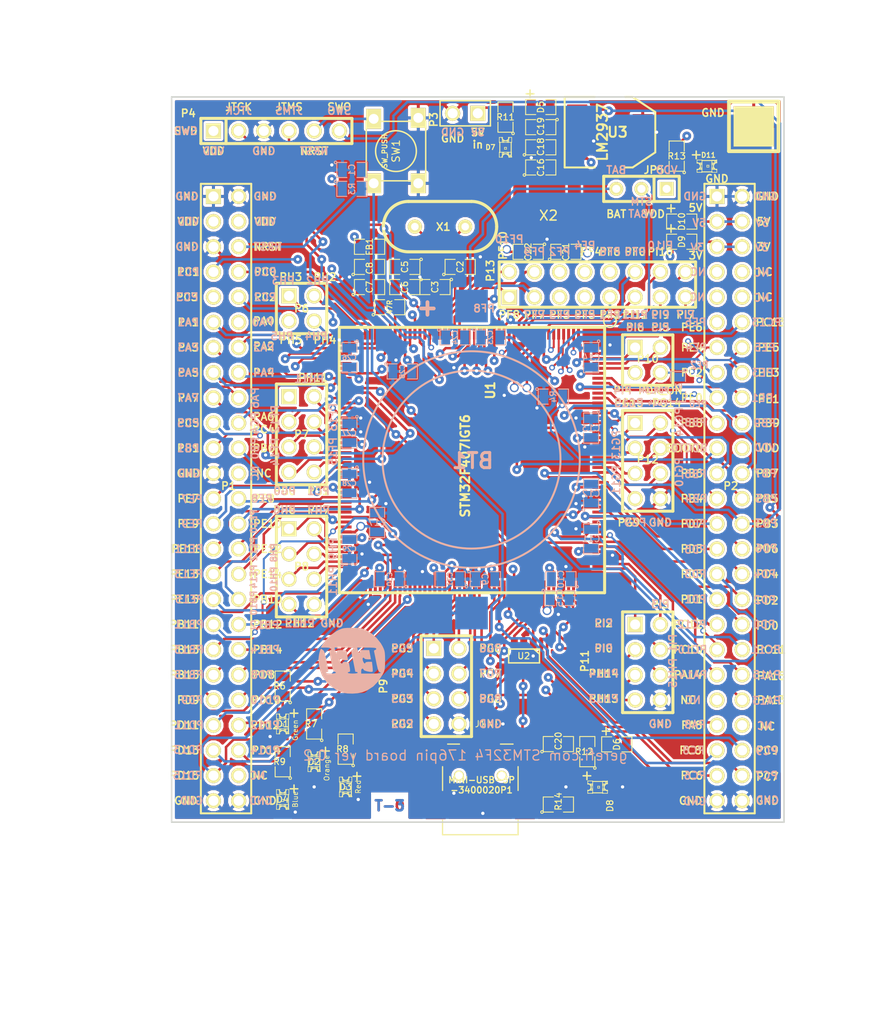
<source format=kicad_pcb>
(kicad_pcb (version 4) (host pcbnew 4.0.1-stable)
  (title_block (title "176 pin board") (rev R0.2) (company "gerefi by Art_Electro & DAECU"))
  (layers (0 F.Cu signal) (1 GND power) (2 PWR power) (31 B.Cu signal) (34 B.Paste user) (35 F.Paste user) (36 B.SilkS user) (37 F.SilkS user) (38 B.Mask user) (39 F.Mask user) (44 Edge.Cuts user))
  (net 0 "")
  (net 1 /3.3V)
  (net 2 /5V)
  (net 3 /5Vi)
  (net 4 /BOOT0)
  (net 5 /D+)
  (net 6 /D-)
  (net 7 /NRST)
  (net 8 /PA0)
  (net 9 /PA1)
  (net 10 /PA10)
  (net 11 /PA11)
  (net 12 /PA12)
  (net 13 /PA13)
  (net 14 /PA14)
  (net 15 /PA15)
  (net 16 /PA2)
  (net 17 /PA3)
  (net 18 /PA4)
  (net 19 /PA5)
  (net 20 /PA6)
  (net 21 /PA7)
  (net 22 /PA8)
  (net 23 /PA9)
  (net 24 /PB0)
  (net 25 /PB1)
  (net 26 /PB10)
  (net 27 /PB11)
  (net 28 /PB12)
  (net 29 /PB13)
  (net 30 /PB14)
  (net 31 /PB15)
  (net 32 /PB3)
  (net 33 /PB4)
  (net 34 /PB5)
  (net 35 /PB6)
  (net 36 /PB7)
  (net 37 /PB8)
  (net 38 /PB9)
  (net 39 /PC0)
  (net 40 /PC1)
  (net 41 /PC10)
  (net 42 /PC11)
  (net 43 /PC12)
  (net 44 /PC13)
  (net 45 /PC2)
  (net 46 /PC3)
  (net 47 /PC4)
  (net 48 /PC5)
  (net 49 /PC6)
  (net 50 /PC7)
  (net 51 /PC8)
  (net 52 /PC9)
  (net 53 /PD0)
  (net 54 /PD1)
  (net 55 /PD10)
  (net 56 /PD11)
  (net 57 /PD12)
  (net 58 /PD13)
  (net 59 /PD14)
  (net 60 /PD15)
  (net 61 /PD2)
  (net 62 /PD3)
  (net 63 /PD4)
  (net 64 /PD5)
  (net 65 /PD6)
  (net 66 /PD7)
  (net 67 /PD8)
  (net 68 /PD9)
  (net 69 /PDR_ON)
  (net 70 /PE0)
  (net 71 /PE1)
  (net 72 /PE10)
  (net 73 /PE11)
  (net 74 /PE12)
  (net 75 /PE13)
  (net 76 /PE14)
  (net 77 /PE15)
  (net 78 /PE2)
  (net 79 /PE3)
  (net 80 /PE4)
  (net 81 /PE5)
  (net 82 /PE6)
  (net 83 /PE7)
  (net 84 /PE8)
  (net 85 /PE9)
  (net 86 /PF0)
  (net 87 /PF1)
  (net 88 /PF10)
  (net 89 /PF11)
  (net 90 /PF12)
  (net 91 /PF13)
  (net 92 /PF14)
  (net 93 /PF15)
  (net 94 /PF2)
  (net 95 /PF3)
  (net 96 /PF4)
  (net 97 /PF5)
  (net 98 /PF6)
  (net 99 /PF7)
  (net 100 /PF8)
  (net 101 /PF9)
  (net 102 /PG0)
  (net 103 /PG1)
  (net 104 /PG10)
  (net 105 /PG11)
  (net 106 /PG12)
  (net 107 /PG13)
  (net 108 /PG14)
  (net 109 /PG15)
  (net 110 /PG2)
  (net 111 /PG3)
  (net 112 /PG4)
  (net 113 /PG5)
  (net 114 /PG6)
  (net 115 /PG7)
  (net 116 /PG8)
  (net 117 /PG9)
  (net 118 /PH0)
  (net 119 /PH1)
  (net 120 /PH10)
  (net 121 /PH11)
  (net 122 /PH12)
  (net 123 /PH13)
  (net 124 /PH14)
  (net 125 /PH15)
  (net 126 /PH2)
  (net 127 /PH3)
  (net 128 /PH4)
  (net 129 /PH5)
  (net 130 /PH6)
  (net 131 /PH7)
  (net 132 /PH8)
  (net 133 /PH9)
  (net 134 /PI0)
  (net 135 /PI1)
  (net 136 /PI10)
  (net 137 /PI11)
  (net 138 /PI2)
  (net 139 /PI3)
  (net 140 /PI4)
  (net 141 /PI5)
  (net 142 /PI6)
  (net 143 /PI7)
  (net 144 /PI8)
  (net 145 /PI9)
  (net 146 /VBAT)
  (net 147 /VDD)
  (net 148 GND)
  (net 149 N-00000102)
  (net 150 N-0000017)
  (net 151 N-0000018)
  (net 152 N-0000019)
  (net 153 N-0000020)
  (net 154 N-0000021)
  (net 155 N-0000023)
  (net 156 N-0000024)
  (net 157 N-0000026)
  (net 158 N-0000035)
  (net 159 N-0000036)
  (net 160 N-000004)
  (net 161 N-0000041)
  (net 162 N-0000080)
  (net 163 N-0000081)
  (net 164 N-0000094)
  (module BATT_CR2032_MPD (layer B.Cu) (at 117.475 120.015 90)
    (fp_text reference BT1 (at -0.127 0.127 360) (layer B.SilkS) (effects (font (thickness 0.3048)) (justify mirror)))
    (fp_text value BATTERY_CR2032 hide)
    (pad 1 smd rect (at 15.485 0 90) (size 3.29 3.29) (layers B.Cu B.Paste B.Mask) (net 156 N-0000024))
    (pad 2 smd rect (at -15.485 0 90) (size 3.29 3.29) (layers B.Cu B.Paste B.Mask) (net 148 GND))
  )
  (module SM0805 (layer B.Cu) (at 105.41 90.805)
    (fp_text reference C1 (at 0 0 270) (layer B.SilkS) (effects (font (size 0.635 0.635) (thickness 0.10922)) (justify mirror)))
    (fp_text value 0.02uF hide)
    (pad 1 smd rect (at -0.9525 0) (size 0.889 1.397) (layers B.Cu B.Paste B.Mask) (net 148 GND))
    (pad 2 smd rect (at 0.9525 0) (size 0.889 1.397) (layers B.Cu B.Paste B.Mask) (net 7 /NRST))
  )
  (module SM0805 (layer F.Cu) (at 116.332 100.584)
    (fp_text reference C2 (at 0 0 90) (layer F.SilkS) (effects (font (size 0.635 0.635) (thickness 0.10922))))
    (fp_text value 18pF hide)
    (pad 1 smd rect (at -0.9525 0) (size 0.889 1.397) (layers F.Cu F.Paste F.Mask) (net 118 /PH0))
    (pad 2 smd rect (at 0.9525 0) (size 0.889 1.397) (layers F.Cu F.Paste F.Mask) (net 148 GND))
  )
  (module SM0805 (layer F.Cu) (at 113.792 102.616 180)
    (fp_text reference C3 (at 0 0 270) (layer F.SilkS) (effects (font (size 0.635 0.635) (thickness 0.10922))))
    (fp_text value 18pF hide)
    (pad 1 smd rect (at -0.9525 0 180) (size 0.889 1.397) (layers F.Cu F.Paste F.Mask) (net 119 /PH1))
    (pad 2 smd rect (at 0.9525 0 180) (size 0.889 1.397) (layers F.Cu F.Paste F.Mask) (net 148 GND))
  )
  (module SM0805 (layer F.Cu) (at 110.744 100.584 180)
    (fp_text reference C5 (at 0 0 270) (layer F.SilkS) (effects (font (size 0.635 0.635) (thickness 0.10922))))
    (fp_text value 0.01uF hide)
    (pad 1 smd rect (at -0.9525 0 180) (size 0.889 1.397) (layers F.Cu F.Paste F.Mask) (net 148 GND))
    (pad 2 smd rect (at 0.9525 0 180) (size 0.889 1.397) (layers F.Cu F.Paste F.Mask) (net 153 N-0000020))
  )
  (module SM0805 (layer F.Cu) (at 110.744 102.616 180)
    (fp_text reference C6 (at 0 0 270) (layer F.SilkS) (effects (font (size 0.635 0.635) (thickness 0.10922))))
    (fp_text value 1uF hide)
    (pad 1 smd rect (at -0.9525 0 180) (size 0.889 1.397) (layers F.Cu F.Paste F.Mask) (net 148 GND))
    (pad 2 smd rect (at 0.9525 0 180) (size 0.889 1.397) (layers F.Cu F.Paste F.Mask) (net 153 N-0000020))
  )
  (module SM0805 (layer F.Cu) (at 107.188 102.616)
    (fp_text reference C7 (at 0 0 90) (layer F.SilkS) (effects (font (size 0.635 0.635) (thickness 0.10922))))
    (fp_text value 1uF hide)
    (pad 1 smd rect (at -0.9525 0) (size 0.889 1.397) (layers F.Cu F.Paste F.Mask) (net 148 GND))
    (pad 2 smd rect (at 0.9525 0) (size 0.889 1.397) (layers F.Cu F.Paste F.Mask) (net 160 N-000004))
  )
  (module SM0805 (layer F.Cu) (at 107.188 100.584)
    (fp_text reference C8 (at 0 0.127 90) (layer F.SilkS) (effects (font (size 0.635 0.635) (thickness 0.10922))))
    (fp_text value 0.01uF hide)
    (pad 1 smd rect (at -0.9525 0) (size 0.889 1.397) (layers F.Cu F.Paste F.Mask) (net 148 GND))
    (pad 2 smd rect (at 0.9525 0) (size 0.889 1.397) (layers F.Cu F.Paste F.Mask) (net 160 N-000004))
  )
  (module SM0805 (layer B.Cu) (at 118.872 132.08)
    (fp_text reference C9 (at 0 0 90) (layer B.SilkS) (effects (font (size 0.635 0.635) (thickness 0.10922)) (justify mirror)))
    (fp_text value 0.1uF hide)
    (pad 1 smd rect (at -0.9525 0) (size 0.889 1.397) (layers B.Cu B.Paste B.Mask) (net 148 GND))
    (pad 2 smd rect (at 0.9525 0) (size 0.889 1.397) (layers B.Cu B.Paste B.Mask) (net 147 /VDD))
  )
  (module SM0805 (layer B.Cu) (at 126.492 132.08 180)
    (fp_text reference C10 (at 0 0 450) (layer B.SilkS) (effects (font (size 0.635 0.635) (thickness 0.10922)) (justify mirror)))
    (fp_text value 0.1uF hide)
    (pad 1 smd rect (at -0.9525 0 180) (size 0.889 1.397) (layers B.Cu B.Paste B.Mask) (net 148 GND))
    (pad 2 smd rect (at 0.9525 0 180) (size 0.889 1.397) (layers B.Cu B.Paste B.Mask) (net 147 /VDD))
  )
  (module SM0805 (layer B.Cu) (at 129.54 128.016 270)
    (fp_text reference C11 (at 0 0 540) (layer B.SilkS) (effects (font (size 0.635 0.635) (thickness 0.10922)) (justify mirror)))
    (fp_text value 0.1uF hide)
    (pad 1 smd rect (at -0.9525 0 270) (size 0.889 1.397) (layers B.Cu B.Paste B.Mask) (net 148 GND))
    (pad 2 smd rect (at 0.9525 0 270) (size 0.889 1.397) (layers B.Cu B.Paste B.Mask) (net 147 /VDD))
  )
  (module SM0805 (layer B.Cu) (at 129.54 123.444 90)
    (fp_text reference C12 (at 0 0 180) (layer B.SilkS) (effects (font (size 0.635 0.635) (thickness 0.10922)) (justify mirror)))
    (fp_text value 0.1uF hide)
    (pad 1 smd rect (at -0.9525 0 90) (size 0.889 1.397) (layers B.Cu B.Paste B.Mask) (net 148 GND))
    (pad 2 smd rect (at 0.9525 0 90) (size 0.889 1.397) (layers B.Cu B.Paste B.Mask) (net 147 /VDD))
  )
  (module SM0805 (layer B.Cu) (at 129.54 116.84 270)
    (fp_text reference C13 (at 0 0 540) (layer B.SilkS) (effects (font (size 0.635 0.635) (thickness 0.10922)) (justify mirror)))
    (fp_text value 0.1uF hide)
    (pad 1 smd rect (at -0.9525 0 270) (size 0.889 1.397) (layers B.Cu B.Paste B.Mask) (net 148 GND))
    (pad 2 smd rect (at 0.9525 0 270) (size 0.889 1.397) (layers B.Cu B.Paste B.Mask) (net 147 /VDD))
  )
  (module SM0805 (layer B.Cu) (at 129.54 109.728 270)
    (fp_text reference C14 (at 0 0 540) (layer B.SilkS) (effects (font (size 0.635 0.635) (thickness 0.10922)) (justify mirror)))
    (fp_text value 0.1uF hide)
    (pad 1 smd rect (at -0.9525 0 270) (size 0.889 1.397) (layers B.Cu B.Paste B.Mask) (net 148 GND))
    (pad 2 smd rect (at 0.9525 0 270) (size 0.889 1.397) (layers B.Cu B.Paste B.Mask) (net 147 /VDD))
  )
  (module SM0805 (layer B.Cu) (at 126.365 133.985)
    (fp_text reference C15 (at 0.0254 0 270) (layer B.SilkS) (effects (font (size 0.635 0.635) (thickness 0.10922)) (justify mirror)))
    (fp_text value 2u2F hide)
    (pad 1 smd rect (at -0.9525 0) (size 0.889 1.397) (layers B.Cu B.Paste B.Mask) (net 164 N-0000094))
    (pad 2 smd rect (at 0.9525 0) (size 0.889 1.397) (layers B.Cu B.Paste B.Mask) (net 148 GND))
  )
  (module SM0805 (layer F.Cu) (at 124.46 90.551)
    (fp_text reference C16 (at 0 0 270) (layer F.SilkS) (effects (font (size 0.635 0.635) (thickness 0.10922))))
    (fp_text value 1uF hide)
    (pad 1 smd rect (at -0.9525 0) (size 0.889 1.397) (layers F.Cu F.Paste F.Mask) (net 148 GND))
    (pad 2 smd rect (at 0.9525 0) (size 0.889 1.397) (layers F.Cu F.Paste F.Mask) (net 147 /VDD))
  )
  (module SM0805 (layer B.Cu) (at 107.95 126.365 90)
    (fp_text reference C17 (at 0 0 360) (layer B.SilkS) (effects (font (size 0.635 0.635) (thickness 0.10922)) (justify mirror)))
    (fp_text value 2u2F hide)
    (pad 1 smd rect (at -0.9525 0 90) (size 0.889 1.397) (layers B.Cu B.Paste B.Mask) (net 149 N-00000102))
    (pad 2 smd rect (at 0.9525 0 90) (size 0.889 1.397) (layers B.Cu B.Paste B.Mask) (net 148 GND))
  )
  (module SM0805 (layer F.Cu) (at 124.46 88.519)
    (fp_text reference C18 (at 0 -0.0508 90) (layer F.SilkS) (effects (font (size 0.635 0.635) (thickness 0.10922))))
    (fp_text value 0.1uF hide)
    (pad 1 smd rect (at -0.9525 0) (size 0.889 1.397) (layers F.Cu F.Paste F.Mask) (net 148 GND))
    (pad 2 smd rect (at 0.9525 0) (size 0.889 1.397) (layers F.Cu F.Paste F.Mask) (net 3 /5Vi))
  )
  (module SM0805 (layer F.Cu) (at 124.46 86.487 180)
    (fp_text reference C19 (at 0 0.0762 270) (layer F.SilkS) (effects (font (size 0.635 0.635) (thickness 0.10922))))
    (fp_text value 4.7uF hide)
    (pad 1 smd rect (at -0.9525 0 180) (size 0.889 1.397) (layers F.Cu F.Paste F.Mask) (net 3 /5Vi))
    (pad 2 smd rect (at 0.9525 0 180) (size 0.889 1.397) (layers F.Cu F.Paste F.Mask) (net 148 GND))
  )
  (module LED-0805_A (layer F.Cu) (at 120.904 88.519 270)
    (fp_text reference D7 (at 0 1.524 360) (layer F.SilkS) (effects (font (size 0.50038 0.50038) (thickness 0.1143))))
    (fp_text value LED_0805 hide)
    (pad 1 smd rect (at -1.04902 0 270) (size 1.19888 1.19888) (layers F.Cu F.Paste F.Mask) (net 158 N-0000035))
    (pad 2 smd rect (at 1.04902 0 270) (size 1.19888 1.19888) (layers F.Cu F.Paste F.Mask) (net 148 GND))
  )
  (module SM0805 (layer F.Cu) (at 107.188 98.552 180)
    (fp_text reference FB1 (at 0 0 270) (layer F.SilkS) (effects (font (size 0.635 0.635) (thickness 0.10922))))
    (fp_text value FILTER hide)
    (pad 1 smd rect (at -0.9525 0 180) (size 0.889 1.397) (layers F.Cu F.Paste F.Mask) (net 160 N-000004))
    (pad 2 smd rect (at 0.9525 0 180) (size 0.889 1.397) (layers F.Cu F.Paste F.Mask) (net 147 /VDD))
  )
  (module SIL-3 (layer F.Cu) (at 134.62 92.71 180)
    (fp_text reference JP5 (at -1.27 1.905 180) (layer F.SilkS) (effects (font (size 0.762 0.762) (thickness 0.1524))))
    (fp_text value JUMPER3 hide)
    (pad 1 thru_hole rect (at -2.54 0 180) (size 1.397 1.397) (drill 0.8128) (layers *.Cu *.Mask F.SilkS) (net 147 /VDD))
    (pad 2 thru_hole circle (at 0 0 180) (size 1.397 1.397) (drill 0.8128) (layers *.Cu *.Mask F.SilkS) (net 146 /VBAT))
    (pad 3 thru_hole circle (at 2.54 0 180) (size 1.397 1.397) (drill 0.8128) (layers *.Cu *.Mask F.SilkS) (net 156 N-0000024))
  )
  (module PIN_ARRAY_25x2_A (layer F.Cu) (at 92.71 123.952 270)
    (fp_text reference P1 (at -1.27 -0.254 360) (layer F.SilkS) (effects (font (size 0.762 0.762) (thickness 0.1524))))
    (fp_text value CONN_25X2 hide)
    (pad 1 thru_hole rect (at -30.48 1.27 270) (size 1.524 1.524) (drill 1.016) (layers *.Cu *.Mask F.SilkS) (net 148 GND))
    (pad 2 thru_hole circle (at -30.48 -1.27 270) (size 1.524 1.524) (drill 1.016) (layers *.Cu *.Mask F.SilkS) (net 148 GND))
    (pad 3 thru_hole circle (at -27.94 1.27 270) (size 1.524 1.524) (drill 1.016) (layers *.Cu *.Mask F.SilkS) (net 147 /VDD))
    (pad 4 thru_hole circle (at -27.94 -1.27 270) (size 1.524 1.524) (drill 1.016) (layers *.Cu *.Mask F.SilkS) (net 147 /VDD))
    (pad 5 thru_hole circle (at -25.4 1.27 270) (size 1.524 1.524) (drill 1.016) (layers *.Cu *.Mask F.SilkS) (net 148 GND))
    (pad 6 thru_hole circle (at -25.4 -1.27 270) (size 1.524 1.524) (drill 1.016) (layers *.Cu *.Mask F.SilkS) (net 7 /NRST))
    (pad 7 thru_hole circle (at -22.86 1.27 270) (size 1.524 1.524) (drill 1.016) (layers *.Cu *.Mask F.SilkS) (net 40 /PC1))
    (pad 8 thru_hole circle (at -22.86 -1.27 270) (size 1.524 1.524) (drill 1.016) (layers *.Cu *.Mask F.SilkS) (net 39 /PC0))
    (pad 9 thru_hole circle (at -20.32 1.27 270) (size 1.524 1.524) (drill 1.016) (layers *.Cu *.Mask F.SilkS) (net 46 /PC3))
    (pad 10 thru_hole circle (at -20.32 -1.27 270) (size 1.524 1.524) (drill 1.016) (layers *.Cu *.Mask F.SilkS) (net 45 /PC2))
    (pad 11 thru_hole circle (at -17.78 1.27 270) (size 1.524 1.524) (drill 1.016) (layers *.Cu *.Mask F.SilkS) (net 9 /PA1))
    (pad 12 thru_hole circle (at -17.78 -1.27 270) (size 1.524 1.524) (drill 1.016) (layers *.Cu *.Mask F.SilkS) (net 8 /PA0))
    (pad 13 thru_hole circle (at -15.24 1.27 270) (size 1.524 1.524) (drill 1.016) (layers *.Cu *.Mask F.SilkS) (net 17 /PA3))
    (pad 14 thru_hole circle (at -15.24 -1.27 270) (size 1.524 1.524) (drill 1.016) (layers *.Cu *.Mask F.SilkS) (net 16 /PA2))
    (pad 15 thru_hole circle (at -12.7 1.27 270) (size 1.524 1.524) (drill 1.016) (layers *.Cu *.Mask F.SilkS) (net 19 /PA5))
    (pad 16 thru_hole circle (at -12.7 -1.27 270) (size 1.524 1.524) (drill 1.016) (layers *.Cu *.Mask F.SilkS) (net 18 /PA4))
    (pad 17 thru_hole circle (at -10.16 1.27 270) (size 1.524 1.524) (drill 1.016) (layers *.Cu *.Mask F.SilkS) (net 21 /PA7))
    (pad 18 thru_hole circle (at -10.16 -1.27 270) (size 1.524 1.524) (drill 1.016) (layers *.Cu *.Mask F.SilkS) (net 20 /PA6))
    (pad 19 thru_hole circle (at -7.62 1.27 270) (size 1.524 1.524) (drill 1.016) (layers *.Cu *.Mask F.SilkS) (net 48 /PC5))
    (pad 20 thru_hole circle (at -7.62 -1.27 270) (size 1.524 1.524) (drill 1.016) (layers *.Cu *.Mask F.SilkS) (net 47 /PC4))
    (pad 21 thru_hole circle (at -5.08 1.27 270) (size 1.524 1.524) (drill 1.016) (layers *.Cu *.Mask F.SilkS) (net 25 /PB1))
    (pad 22 thru_hole circle (at -5.08 -1.27 270) (size 1.524 1.524) (drill 1.016) (layers *.Cu *.Mask F.SilkS) (net 24 /PB0))
    (pad 23 thru_hole circle (at -2.54 1.27 270) (size 1.524 1.524) (drill 1.016) (layers *.Cu *.Mask F.SilkS) (net 148 GND))
    (pad 24 thru_hole circle (at -2.54 -1.27 270) (size 1.524 1.524) (drill 1.016) (layers *.Cu *.Mask F.SilkS))
    (pad 25 thru_hole circle (at 0 1.27 270) (size 1.524 1.524) (drill 1.016) (layers *.Cu *.Mask F.SilkS) (net 83 /PE7))
    (pad 26 thru_hole circle (at 0 -1.27 270) (size 1.524 1.524) (drill 1.016) (layers *.Cu *.Mask F.SilkS) (net 84 /PE8))
    (pad 27 thru_hole circle (at 2.54 1.27 270) (size 1.524 1.524) (drill 1.016) (layers *.Cu *.Mask F.SilkS) (net 85 /PE9))
    (pad 28 thru_hole circle (at 2.54 -1.27 270) (size 1.524 1.524) (drill 1.016) (layers *.Cu *.Mask F.SilkS) (net 72 /PE10))
    (pad 29 thru_hole circle (at 5.08 1.27 270) (size 1.524 1.524) (drill 1.016) (layers *.Cu *.Mask F.SilkS) (net 73 /PE11))
    (pad 30 thru_hole circle (at 5.08 -1.27 270) (size 1.524 1.524) (drill 1.016) (layers *.Cu *.Mask F.SilkS) (net 74 /PE12))
    (pad 31 thru_hole circle (at 7.62 1.27 270) (size 1.524 1.524) (drill 1.016) (layers *.Cu *.Mask F.SilkS) (net 75 /PE13))
    (pad 32 thru_hole circle (at 7.62 -1.27 270) (size 1.524 1.524) (drill 1.016) (layers *.Cu *.Mask F.SilkS) (net 76 /PE14))
    (pad 33 thru_hole circle (at 10.16 1.27 270) (size 1.524 1.524) (drill 1.016) (layers *.Cu *.Mask F.SilkS) (net 77 /PE15))
    (pad 34 thru_hole circle (at 10.16 -1.27 270) (size 1.524 1.524) (drill 1.016) (layers *.Cu *.Mask F.SilkS) (net 26 /PB10))
    (pad 35 thru_hole circle (at 12.7 1.27 270) (size 1.524 1.524) (drill 1.016) (layers *.Cu *.Mask F.SilkS) (net 27 /PB11))
    (pad 36 thru_hole circle (at 12.7 -1.27 270) (size 1.524 1.524) (drill 1.016) (layers *.Cu *.Mask F.SilkS) (net 28 /PB12))
    (pad 37 thru_hole circle (at 15.24 1.27 270) (size 1.524 1.524) (drill 1.016) (layers *.Cu *.Mask F.SilkS) (net 29 /PB13))
    (pad 38 thru_hole circle (at 15.24 -1.27 270) (size 1.524 1.524) (drill 1.016) (layers *.Cu *.Mask F.SilkS) (net 30 /PB14))
    (pad 39 thru_hole circle (at 17.78 1.27 270) (size 1.524 1.524) (drill 1.016) (layers *.Cu *.Mask F.SilkS) (net 31 /PB15))
    (pad 40 thru_hole circle (at 17.78 -1.27 270) (size 1.524 1.524) (drill 1.016) (layers *.Cu *.Mask F.SilkS) (net 67 /PD8))
    (pad 41 thru_hole circle (at 20.32 1.27 270) (size 1.524 1.524) (drill 1.016) (layers *.Cu *.Mask F.SilkS) (net 68 /PD9))
    (pad 42 thru_hole circle (at 20.32 -1.27 270) (size 1.524 1.524) (drill 1.016) (layers *.Cu *.Mask F.SilkS) (net 55 /PD10))
    (pad 43 thru_hole circle (at 22.86 1.27 270) (size 1.524 1.524) (drill 1.016) (layers *.Cu *.Mask F.SilkS) (net 56 /PD11))
    (pad 44 thru_hole circle (at 22.86 -1.27 270) (size 1.524 1.524) (drill 1.016) (layers *.Cu *.Mask F.SilkS) (net 57 /PD12))
    (pad 45 thru_hole circle (at 25.4 1.27 270) (size 1.524 1.524) (drill 1.016) (layers *.Cu *.Mask F.SilkS) (net 58 /PD13))
    (pad 46 thru_hole circle (at 25.4 -1.27 270) (size 1.524 1.524) (drill 1.016) (layers *.Cu *.Mask F.SilkS) (net 59 /PD14))
    (pad 47 thru_hole circle (at 27.94 1.27 270) (size 1.524 1.524) (drill 1.016) (layers *.Cu *.Mask F.SilkS) (net 60 /PD15))
    (pad 48 thru_hole circle (at 27.94 -1.27 270) (size 1.524 1.524) (drill 1.016) (layers *.Cu *.Mask F.SilkS))
    (pad 49 thru_hole circle (at 30.48 1.27 270) (size 1.524 1.524) (drill 1.016) (layers *.Cu *.Mask F.SilkS) (net 148 GND))
    (pad 50 thru_hole circle (at 30.48 -1.27 270) (size 1.524 1.524) (drill 1.016) (layers *.Cu *.Mask F.SilkS) (net 148 GND))
  )
  (module PIN_ARRAY_25x2_A (layer F.Cu) (at 143.51 123.952 270)
    (fp_text reference P2 (at -1.27 -0.127 360) (layer F.SilkS) (effects (font (size 0.762 0.762) (thickness 0.1524))))
    (fp_text value CONN_25X2 hide)
    (pad 1 thru_hole rect (at -30.48 1.27 270) (size 1.524 1.524) (drill 1.016) (layers *.Cu *.Mask F.SilkS) (net 148 GND))
    (pad 2 thru_hole circle (at -30.48 -1.27 270) (size 1.524 1.524) (drill 1.016) (layers *.Cu *.Mask F.SilkS) (net 148 GND))
    (pad 3 thru_hole circle (at -27.94 1.27 270) (size 1.524 1.524) (drill 1.016) (layers *.Cu *.Mask F.SilkS) (net 2 /5V))
    (pad 4 thru_hole circle (at -27.94 -1.27 270) (size 1.524 1.524) (drill 1.016) (layers *.Cu *.Mask F.SilkS) (net 2 /5V))
    (pad 5 thru_hole circle (at -25.4 1.27 270) (size 1.524 1.524) (drill 1.016) (layers *.Cu *.Mask F.SilkS) (net 1 /3.3V))
    (pad 6 thru_hole circle (at -25.4 -1.27 270) (size 1.524 1.524) (drill 1.016) (layers *.Cu *.Mask F.SilkS) (net 1 /3.3V))
    (pad 7 thru_hole circle (at -22.86 1.27 270) (size 1.524 1.524) (drill 1.016) (layers *.Cu *.Mask F.SilkS))
    (pad 8 thru_hole circle (at -22.86 -1.27 270) (size 1.524 1.524) (drill 1.016) (layers *.Cu *.Mask F.SilkS))
    (pad 9 thru_hole circle (at -20.32 1.27 270) (size 1.524 1.524) (drill 1.016) (layers *.Cu *.Mask F.SilkS))
    (pad 10 thru_hole circle (at -20.32 -1.27 270) (size 1.524 1.524) (drill 1.016) (layers *.Cu *.Mask F.SilkS))
    (pad 11 thru_hole circle (at -17.78 1.27 270) (size 1.524 1.524) (drill 1.016) (layers *.Cu *.Mask F.SilkS) (net 82 /PE6))
    (pad 12 thru_hole circle (at -17.78 -1.27 270) (size 1.524 1.524) (drill 1.016) (layers *.Cu *.Mask F.SilkS) (net 44 /PC13))
    (pad 13 thru_hole circle (at -15.24 1.27 270) (size 1.524 1.524) (drill 1.016) (layers *.Cu *.Mask F.SilkS) (net 80 /PE4))
    (pad 14 thru_hole circle (at -15.24 -1.27 270) (size 1.524 1.524) (drill 1.016) (layers *.Cu *.Mask F.SilkS) (net 81 /PE5))
    (pad 15 thru_hole circle (at -12.7 1.27 270) (size 1.524 1.524) (drill 1.016) (layers *.Cu *.Mask F.SilkS) (net 78 /PE2))
    (pad 16 thru_hole circle (at -12.7 -1.27 270) (size 1.524 1.524) (drill 1.016) (layers *.Cu *.Mask F.SilkS) (net 79 /PE3))
    (pad 17 thru_hole circle (at -10.16 1.27 270) (size 1.524 1.524) (drill 1.016) (layers *.Cu *.Mask F.SilkS) (net 70 /PE0))
    (pad 18 thru_hole circle (at -10.16 -1.27 270) (size 1.524 1.524) (drill 1.016) (layers *.Cu *.Mask F.SilkS) (net 71 /PE1))
    (pad 19 thru_hole circle (at -7.62 1.27 270) (size 1.524 1.524) (drill 1.016) (layers *.Cu *.Mask F.SilkS) (net 37 /PB8))
    (pad 20 thru_hole circle (at -7.62 -1.27 270) (size 1.524 1.524) (drill 1.016) (layers *.Cu *.Mask F.SilkS) (net 38 /PB9))
    (pad 21 thru_hole circle (at -5.08 1.27 270) (size 1.524 1.524) (drill 1.016) (layers *.Cu *.Mask F.SilkS) (net 4 /BOOT0))
    (pad 22 thru_hole circle (at -5.08 -1.27 270) (size 1.524 1.524) (drill 1.016) (layers *.Cu *.Mask F.SilkS) (net 147 /VDD))
    (pad 23 thru_hole circle (at -2.54 1.27 270) (size 1.524 1.524) (drill 1.016) (layers *.Cu *.Mask F.SilkS) (net 35 /PB6))
    (pad 24 thru_hole circle (at -2.54 -1.27 270) (size 1.524 1.524) (drill 1.016) (layers *.Cu *.Mask F.SilkS) (net 36 /PB7))
    (pad 25 thru_hole circle (at 0 1.27 270) (size 1.524 1.524) (drill 1.016) (layers *.Cu *.Mask F.SilkS) (net 33 /PB4))
    (pad 26 thru_hole circle (at 0 -1.27 270) (size 1.524 1.524) (drill 1.016) (layers *.Cu *.Mask F.SilkS) (net 34 /PB5))
    (pad 27 thru_hole circle (at 2.54 1.27 270) (size 1.524 1.524) (drill 1.016) (layers *.Cu *.Mask F.SilkS) (net 66 /PD7))
    (pad 28 thru_hole circle (at 2.54 -1.27 270) (size 1.524 1.524) (drill 1.016) (layers *.Cu *.Mask F.SilkS) (net 32 /PB3))
    (pad 29 thru_hole circle (at 5.08 1.27 270) (size 1.524 1.524) (drill 1.016) (layers *.Cu *.Mask F.SilkS) (net 64 /PD5))
    (pad 30 thru_hole circle (at 5.08 -1.27 270) (size 1.524 1.524) (drill 1.016) (layers *.Cu *.Mask F.SilkS) (net 65 /PD6))
    (pad 31 thru_hole circle (at 7.62 1.27 270) (size 1.524 1.524) (drill 1.016) (layers *.Cu *.Mask F.SilkS) (net 62 /PD3))
    (pad 32 thru_hole circle (at 7.62 -1.27 270) (size 1.524 1.524) (drill 1.016) (layers *.Cu *.Mask F.SilkS) (net 63 /PD4))
    (pad 33 thru_hole circle (at 10.16 1.27 270) (size 1.524 1.524) (drill 1.016) (layers *.Cu *.Mask F.SilkS) (net 54 /PD1))
    (pad 34 thru_hole circle (at 10.16 -1.27 270) (size 1.524 1.524) (drill 1.016) (layers *.Cu *.Mask F.SilkS) (net 61 /PD2))
    (pad 35 thru_hole circle (at 12.7 1.27 270) (size 1.524 1.524) (drill 1.016) (layers *.Cu *.Mask F.SilkS) (net 43 /PC12))
    (pad 36 thru_hole circle (at 12.7 -1.27 270) (size 1.524 1.524) (drill 1.016) (layers *.Cu *.Mask F.SilkS) (net 53 /PD0))
    (pad 37 thru_hole circle (at 15.24 1.27 270) (size 1.524 1.524) (drill 1.016) (layers *.Cu *.Mask F.SilkS) (net 41 /PC10))
    (pad 38 thru_hole circle (at 15.24 -1.27 270) (size 1.524 1.524) (drill 1.016) (layers *.Cu *.Mask F.SilkS) (net 42 /PC11))
    (pad 39 thru_hole circle (at 17.78 1.27 270) (size 1.524 1.524) (drill 1.016) (layers *.Cu *.Mask F.SilkS) (net 14 /PA14))
    (pad 40 thru_hole circle (at 17.78 -1.27 270) (size 1.524 1.524) (drill 1.016) (layers *.Cu *.Mask F.SilkS) (net 15 /PA15))
    (pad 41 thru_hole circle (at 20.32 1.27 270) (size 1.524 1.524) (drill 1.016) (layers *.Cu *.Mask F.SilkS))
    (pad 42 thru_hole circle (at 20.32 -1.27 270) (size 1.524 1.524) (drill 1.016) (layers *.Cu *.Mask F.SilkS) (net 13 /PA13))
    (pad 43 thru_hole circle (at 22.86 1.27 270) (size 1.524 1.524) (drill 1.016) (layers *.Cu *.Mask F.SilkS) (net 22 /PA8))
    (pad 44 thru_hole circle (at 22.86 -1.27 270) (size 1.524 1.524) (drill 1.016) (layers *.Cu *.Mask F.SilkS))
    (pad 45 thru_hole circle (at 25.4 1.27 270) (size 1.524 1.524) (drill 1.016) (layers *.Cu *.Mask F.SilkS) (net 51 /PC8))
    (pad 46 thru_hole circle (at 25.4 -1.27 270) (size 1.524 1.524) (drill 1.016) (layers *.Cu *.Mask F.SilkS) (net 52 /PC9))
    (pad 47 thru_hole circle (at 27.94 1.27 270) (size 1.524 1.524) (drill 1.016) (layers *.Cu *.Mask F.SilkS) (net 49 /PC6))
    (pad 48 thru_hole circle (at 27.94 -1.27 270) (size 1.524 1.524) (drill 1.016) (layers *.Cu *.Mask F.SilkS) (net 50 /PC7))
    (pad 49 thru_hole circle (at 30.48 1.27 270) (size 1.524 1.524) (drill 1.016) (layers *.Cu *.Mask F.SilkS) (net 148 GND))
    (pad 50 thru_hole circle (at 30.48 -1.27 270) (size 1.524 1.524) (drill 1.016) (layers *.Cu *.Mask F.SilkS) (net 148 GND))
  )
  (module PIN_ARRAY_2_A (layer F.Cu) (at 116.84 85.09 180)
    (fp_text reference P3 (at 3.175 -0.635 270) (layer F.SilkS) (effects (font (size 0.762 0.762) (thickness 0.1524))))
    (fp_text value CONN_2 hide)
    (pad 1 thru_hole rect (at -1.27 0 180) (size 1.524 1.524) (drill 1.016) (layers *.Cu *.Mask F.SilkS) (net 155 N-0000023))
    (pad 2 thru_hole circle (at 1.27 0 180) (size 1.524 1.524) (drill 1.016) (layers *.Cu *.Mask F.SilkS) (net 148 GND))
  )
  (module PIN_ARRAY-6X1 (layer F.Cu) (at 97.79 86.868)
    (fp_text reference P4 (at -8.89 -1.778) (layer F.SilkS) (effects (font (size 0.762 0.762) (thickness 0.1524))))
    (fp_text value CONN_6 hide)
    (pad 1 thru_hole rect (at -6.35 0) (size 1.524 1.524) (drill 1.016) (layers *.Cu *.Mask F.SilkS) (net 147 /VDD))
    (pad 2 thru_hole circle (at -3.81 0) (size 1.524 1.524) (drill 1.016) (layers *.Cu *.Mask F.SilkS) (net 14 /PA14))
    (pad 3 thru_hole circle (at -1.27 0) (size 1.524 1.524) (drill 1.016) (layers *.Cu *.Mask F.SilkS) (net 148 GND))
    (pad 4 thru_hole circle (at 1.27 0) (size 1.524 1.524) (drill 1.016) (layers *.Cu *.Mask F.SilkS) (net 13 /PA13))
    (pad 5 thru_hole circle (at 3.81 0) (size 1.524 1.524) (drill 1.016) (layers *.Cu *.Mask F.SilkS) (net 7 /NRST))
    (pad 6 thru_hole circle (at 6.35 0) (size 1.524 1.524) (drill 1.016) (layers *.Cu *.Mask F.SilkS) (net 32 /PB3))
  )
  (module SM0805 (layer B.Cu) (at 105.41 92.71)
    (fp_text reference R3 (at 0 0 270) (layer B.SilkS) (effects (font (size 0.635 0.635) (thickness 0.10922)) (justify mirror)))
    (fp_text value 10k hide)
    (pad 1 smd rect (at -0.9525 0) (size 0.889 1.397) (layers B.Cu B.Paste B.Mask) (net 147 /VDD))
    (pad 2 smd rect (at 0.9525 0) (size 0.889 1.397) (layers B.Cu B.Paste B.Mask) (net 7 /NRST))
  )
  (module SM0805 (layer B.Cu) (at 125.73 113.665)
    (fp_text reference R4 (at 0 0 270) (layer B.SilkS) (effects (font (size 0.635 0.635) (thickness 0.10922)) (justify mirror)))
    (fp_text value 10k hide)
    (pad 1 smd rect (at -0.9525 0) (size 0.889 1.397) (layers B.Cu B.Paste B.Mask) (net 148 GND))
    (pad 2 smd rect (at 0.9525 0) (size 0.889 1.397) (layers B.Cu B.Paste B.Mask) (net 4 /BOOT0))
  )
  (module SM0805 (layer F.Cu) (at 98.425 142.875 90)
    (fp_text reference R6 (at 0 -0.3175 360) (layer F.SilkS) (effects (font (size 0.635 0.635) (thickness 0.10922))))
    (fp_text value 680R hide)
    (pad 1 smd rect (at -0.9525 0 90) (size 0.889 1.397) (layers F.Cu F.Paste F.Mask) (net 152 N-0000019))
    (pad 2 smd rect (at 0.9525 0 90) (size 0.889 1.397) (layers F.Cu F.Paste F.Mask) (net 55 /PD10))
  )
  (module SM0805 (layer F.Cu) (at 101.6 146.685 90)
    (fp_text reference R7 (at 0 -0.3175 360) (layer F.SilkS) (effects (font (size 0.635 0.635) (thickness 0.10922))))
    (fp_text value 680R hide)
    (pad 1 smd rect (at -0.9525 0 90) (size 0.889 1.397) (layers F.Cu F.Paste F.Mask) (net 151 N-0000018))
    (pad 2 smd rect (at 0.9525 0 90) (size 0.889 1.397) (layers F.Cu F.Paste F.Mask) (net 58 /PD13))
  )
  (module SM0805 (layer F.Cu) (at 104.775 149.225 90)
    (fp_text reference R8 (at 0 -0.3175 360) (layer F.SilkS) (effects (font (size 0.635 0.635) (thickness 0.10922))))
    (fp_text value 680R hide)
    (pad 1 smd rect (at -0.9525 0 90) (size 0.889 1.397) (layers F.Cu F.Paste F.Mask) (net 154 N-0000021))
    (pad 2 smd rect (at 0.9525 0 90) (size 0.889 1.397) (layers F.Cu F.Paste F.Mask) (net 59 /PD14))
  )
  (module SM0805 (layer F.Cu) (at 98.425 150.495 90)
    (fp_text reference R9 (at 0 -0.3175 360) (layer F.SilkS) (effects (font (size 0.635 0.635) (thickness 0.10922))))
    (fp_text value 680R hide)
    (pad 1 smd rect (at -0.9525 0 90) (size 0.889 1.397) (layers F.Cu F.Paste F.Mask) (net 157 N-0000026))
    (pad 2 smd rect (at 0.9525 0 90) (size 0.889 1.397) (layers F.Cu F.Paste F.Mask) (net 60 /PD15))
  )
  (module SM0805 (layer F.Cu) (at 109.22 104.648)
    (fp_text reference R10 hide)
    (fp_text value 47R (at 0 0 90) (layer F.SilkS) (effects (font (size 0.50038 0.50038) (thickness 0.10922))))
    (pad 1 smd rect (at -0.9525 0) (size 0.889 1.397) (layers F.Cu F.Paste F.Mask) (net 160 N-000004))
    (pad 2 smd rect (at 0.9525 0) (size 0.889 1.397) (layers F.Cu F.Paste F.Mask) (net 153 N-0000020))
  )
  (module SM0805 (layer F.Cu) (at 120.904 85.471 90)
    (fp_text reference R11 (at 0 0 360) (layer F.SilkS) (effects (font (size 0.635 0.635) (thickness 0.10922))))
    (fp_text value 1k hide)
    (pad 1 smd rect (at -0.9525 0 90) (size 0.889 1.397) (layers F.Cu F.Paste F.Mask) (net 158 N-0000035))
    (pad 2 smd rect (at 0.9525 0 90) (size 0.889 1.397) (layers F.Cu F.Paste F.Mask) (net 155 N-0000023))
  )
  (module SM0805 (layer F.Cu) (at 129.159 149.479 90)
    (fp_text reference R12 (at 0 -0.3175 360) (layer F.SilkS) (effects (font (size 0.635 0.635) (thickness 0.10922))))
    (fp_text value 1k hide)
    (pad 1 smd rect (at -0.9525 0 90) (size 0.889 1.397) (layers F.Cu F.Paste F.Mask) (net 159 N-0000036))
    (pad 2 smd rect (at 0.9525 0 90) (size 0.889 1.397) (layers F.Cu F.Paste F.Mask) (net 23 /PA9))
  )
  (module SM0805 (layer F.Cu) (at 138.176 89.408 90)
    (fp_text reference R13 (at 0 0 180) (layer F.SilkS) (effects (font (size 0.635 0.635) (thickness 0.10922))))
    (fp_text value 1k hide)
    (pad 1 smd rect (at -0.9525 0 90) (size 0.889 1.397) (layers F.Cu F.Paste F.Mask) (net 150 N-0000017))
    (pad 2 smd rect (at 0.9525 0 90) (size 0.889 1.397) (layers F.Cu F.Paste F.Mask) (net 147 /VDD))
  )
  (module SOT223 (layer F.Cu) (at 131.445 86.995 270)
    (fp_text reference U3 (at 0 -0.762 360) (layer F.SilkS) (effects (font (size 1.016 1.016) (thickness 0.2032))))
    (fp_text value LM2937 (at 0 0.762 270) (layer F.SilkS) (effects (font (size 1.016 1.016) (thickness 0.2032))))
    (pad 4 smd rect (at 0 -3.302 270) (size 3.6576 2.032) (layers F.Cu F.Paste F.Mask) (net 148 GND))
    (pad 2 smd rect (at 0 3.302 270) (size 1.016 2.032) (layers F.Cu F.Paste F.Mask) (net 148 GND))
    (pad 3 smd rect (at 2.286 3.302 270) (size 1.016 2.032) (layers F.Cu F.Paste F.Mask) (net 147 /VDD))
    (pad 1 smd rect (at -2.286 3.302 270) (size 1.016 2.032) (layers F.Cu F.Paste F.Mask) (net 3 /5Vi))
  )
  (module HC-49V (layer F.Cu) (at 114.3 96.52)
    (fp_text reference X1 (at 0.3302 0.0254) (layer F.SilkS) (effects (font (size 0.762 0.762) (thickness 0.1524))))
    (fp_text value CRYSTAL hide)
    (pad 1 thru_hole circle (at -2.54 0) (size 1.4224 1.4224) (drill 0.762) (layers *.Cu *.Mask F.SilkS) (net 119 /PH1))
    (pad 2 thru_hole circle (at 2.54 0) (size 1.4224 1.4224) (drill 0.762) (layers *.Cu *.Mask F.SilkS) (net 118 /PH0))
  )
  (module SM0805 (layer F.Cu) (at 126.238 148.717)
    (fp_text reference C20 (at 0 -0.3175 90) (layer F.SilkS) (effects (font (size 0.635 0.635) (thickness 0.10922))))
    (fp_text value 0.1uF hide)
    (pad 1 smd rect (at -0.9525 0) (size 0.889 1.397) (layers F.Cu F.Paste F.Mask) (net 161 N-0000041))
    (pad 2 smd rect (at 0.9525 0) (size 0.889 1.397) (layers F.Cu F.Paste F.Mask) (net 148 GND))
  )
  (module SM0805 (layer F.Cu) (at 126.238 154.813)
    (fp_text reference R14 (at 0 -0.3175 90) (layer F.SilkS) (effects (font (size 0.635 0.635) (thickness 0.10922))))
    (fp_text value 100k hide)
    (pad 1 smd rect (at -0.9525 0) (size 0.889 1.397) (layers F.Cu F.Paste F.Mask) (net 161 N-0000041))
    (pad 2 smd rect (at 0.9525 0) (size 0.889 1.397) (layers F.Cu F.Paste F.Mask) (net 148 GND))
  )
  (module SM0805 (layer F.Cu) (at 127 99.06)
    (fp_text reference C21 (at 0 0 270) (layer F.SilkS) (effects (font (size 0.635 0.635) (thickness 0.10922))))
    (fp_text value 18pF hide)
    (pad 1 smd rect (at -0.9525 0) (size 0.889 1.397) (layers F.Cu F.Paste F.Mask) (net 148 GND))
    (pad 2 smd rect (at 0.9525 0) (size 0.889 1.397) (layers F.Cu F.Paste F.Mask) (net 162 N-0000080))
  )
  (module SM0805 (layer F.Cu) (at 123.19 99.06 180)
    (fp_text reference C22 (at 0 0 450) (layer F.SilkS) (effects (font (size 0.635 0.635) (thickness 0.10922))))
    (fp_text value 18pF hide)
    (pad 1 smd rect (at -0.9525 0 180) (size 0.889 1.397) (layers F.Cu F.Paste F.Mask) (net 148 GND))
    (pad 2 smd rect (at 0.9525 0 180) (size 0.889 1.397) (layers F.Cu F.Paste F.Mask) (net 163 N-0000081))
  )
  (module MC-306 (layer F.Cu) (at 125.095 94.615)
    (fp_text reference X2 (at 0.1524 0.7874) (layer F.SilkS))
    (fp_text value "CRYSTAL(MC306)" hide)
    (pad 1 smd rect (at -2.75 1.6) (size 1.3 1.9) (layers F.Cu F.Paste F.Mask) (net 163 N-0000081))
    (pad 2 smd rect (at 2.75 1.6) (size 1.3 1.9) (layers F.Cu F.Paste F.Mask))
    (pad 3 smd rect (at 2.75 -1.6) (size 1.3 1.9) (layers F.Cu F.Paste F.Mask))
    (pad 4 smd rect (at -2.75 -1.6) (size 1.3 1.9) (layers F.Cu F.Paste F.Mask) (net 162 N-0000080))
  )
  (module MINI-USB-5P-3400020P1 (layer F.Cu) (at 118.364 153.289)
    (fp_text reference J1 (at 0 -6.604) (layer F.SilkS) (effects (font (size 0.635 0.635) (thickness 0.0889))))
    (fp_text value MINI-USB-5P-3400020P1 hide)
    (pad 1 smd rect (at -1.6 -4.191) (size 0.508 2.54) (layers F.Cu F.Paste F.Mask) (net 23 /PA9))
    (pad 2 smd rect (at -0.8 -4.191) (size 0.508 2.54) (layers F.Cu F.Paste F.Mask) (net 6 /D-))
    (pad 3 smd rect (at 0 -4.191) (size 0.508 2.54) (layers F.Cu F.Paste F.Mask) (net 5 /D+))
    (pad 4 smd rect (at 0.8 -4.191) (size 0.508 2.54) (layers F.Cu F.Paste F.Mask) (net 10 /PA10))
    (pad 5 smd rect (at 1.6 -4.191) (size 0.508 2.54) (layers F.Cu F.Paste F.Mask) (net 148 GND))
    (pad 6 smd rect (at -4.5 1.603 90) (size 2.794 2) (layers F.Cu F.Paste F.Mask) (net 161 N-0000041))
    (pad 6 smd rect (at 4.5 1.603 90) (size 2.794 2) (layers F.Cu F.Paste F.Mask) (net 161 N-0000041))
    (pad 6 smd rect (at -4.5 -3.897 90) (size 2.794 2) (layers F.Cu F.Paste F.Mask) (net 161 N-0000041))
    (pad 6 smd rect (at 4.5 -3.897 90) (size 2.794 2) (layers F.Cu F.Paste F.Mask) (net 161 N-0000041))
    (pad "" thru_hole circle (at -2.159 -1.397 90) (size 1.016 1.016) (drill 0.762) (layers *.Cu *.Mask F.SilkS))
    (pad "" thru_hole circle (at 2.159 -1.397 90) (size 1.016 1.016) (drill 0.762) (layers *.Cu *.Mask F.SilkS))
  )
  (module SOT-457 (layer F.Cu) (at 122.746 139.827 180)
    (fp_text reference U2 (at 0 0 180) (layer F.SilkS) (effects (font (size 0.635 0.635) (thickness 0.10922))))
    (fp_text value NUF2101MT1G hide)
    (pad 1 smd rect (at -0.95 1.2 180) (size 0.7 1) (layers F.Cu F.Paste F.Mask) (net 12 /PA12))
    (pad 2 smd rect (at 0 1.2 180) (size 0.7 1) (layers F.Cu F.Paste F.Mask) (net 148 GND))
    (pad 3 smd rect (at 0.95 1.2 180) (size 0.7 1) (layers F.Cu F.Paste F.Mask) (net 11 /PA11))
    (pad 4 smd rect (at 0.95 -1.2 180) (size 0.7 1) (layers F.Cu F.Paste F.Mask) (net 6 /D-))
    (pad 5 smd rect (at 0 -1.2 180) (size 0.7 1) (layers F.Cu F.Paste F.Mask) (net 23 /PA9))
    (pad 6 smd rect (at -0.95 -1.2 180) (size 0.7 1) (layers F.Cu F.Paste F.Mask) (net 5 /D+))
  )
  (module TL-1105 (layer F.Cu) (at 109.855 88.9 90)
    (fp_text reference SW1 (at 0 0 90) (layer F.SilkS) (effects (font (size 0.762 0.762) (thickness 0.10922))))
    (fp_text value SW_PUSH (at 0 -1.143 90) (layer F.SilkS) (effects (font (size 0.50038 0.50038) (thickness 0.10922))))
    (pad 1 thru_hole rect (at -3.25 -2.25 90) (size 2 1.5) (drill 1) (layers *.Cu *.Mask F.SilkS) (net 7 /NRST))
    (pad 1 thru_hole rect (at 3.25 -2.25 90) (size 2 1.5) (drill 1) (layers *.Cu *.Mask F.SilkS) (net 7 /NRST))
    (pad 2 thru_hole rect (at 3.35 2.25 90) (size 2 1.5) (drill 1) (layers *.Cu *.Mask F.SilkS) (net 148 GND))
    (pad 2 thru_hole rect (at -3.25 2.25 90) (size 2 1.5) (drill 1) (layers *.Cu *.Mask F.SilkS) (net 148 GND))
  )
  (module LOGO_F (layer B.Cu) (at 105.41 140.335)
    (fp_text reference G1 hide)
    (fp_text value LOGO hide)
  )
  (module 1PIN_SMD (layer F.Cu) (at 145.948 86.4108)
    (fp_text reference P5 hide)
    (fp_text value CONN_1 hide)
    (pad 1 smd rect (at 0 0) (size 4.064 4.064) (layers F.Cu F.Paste F.SilkS F.Mask) (net 148 GND))
  )
  (module LED-0805_A (layer F.Cu) (at 104.775 153.035 270)
    (fp_text reference D3 (at 0 0 360) (layer F.SilkS) (effects (font (size 0.635 0.635) (thickness 0.10922))))
    (fp_text value LED_0805 hide)
    (pad 1 smd rect (at -1.04902 0 270) (size 1.19888 1.19888) (layers F.Cu F.Paste F.Mask) (net 154 N-0000021))
    (pad 2 smd rect (at 1.04902 0 270) (size 1.19888 1.19888) (layers F.Cu F.Paste F.Mask) (net 148 GND))
  )
  (module LED-0805_A (layer F.Cu) (at 98.425 146.685 270)
    (fp_text reference D1 (at 0 0 360) (layer F.SilkS) (effects (font (size 0.635 0.635) (thickness 0.10922))))
    (fp_text value LED_0805 hide)
    (pad 1 smd rect (at -1.04902 0 270) (size 1.19888 1.19888) (layers F.Cu F.Paste F.Mask) (net 152 N-0000019))
    (pad 2 smd rect (at 1.04902 0 270) (size 1.19888 1.19888) (layers F.Cu F.Paste F.Mask) (net 148 GND))
  )
  (module LED-0805_A (layer F.Cu) (at 101.6 150.495 270)
    (fp_text reference D2 (at 0 0 360) (layer F.SilkS) (effects (font (size 0.635 0.635) (thickness 0.10922))))
    (fp_text value LED_0805 hide)
    (pad 1 smd rect (at -1.04902 0 270) (size 1.19888 1.19888) (layers F.Cu F.Paste F.Mask) (net 151 N-0000018))
    (pad 2 smd rect (at 1.04902 0 270) (size 1.19888 1.19888) (layers F.Cu F.Paste F.Mask) (net 148 GND))
  )
  (module LED-0805_A (layer F.Cu) (at 98.425 154.305 270)
    (fp_text reference D4 (at 0 0 360) (layer F.SilkS) (effects (font (size 0.635 0.635) (thickness 0.10922))))
    (fp_text value LED_0805 hide)
    (pad 1 smd rect (at -1.04902 0 270) (size 1.19888 1.19888) (layers F.Cu F.Paste F.Mask) (net 157 N-0000026))
    (pad 2 smd rect (at 1.04902 0 270) (size 1.19888 1.19888) (layers F.Cu F.Paste F.Mask) (net 148 GND))
  )
  (module LED-0805_A (layer F.Cu) (at 130.2 153.06)
    (fp_text reference D8 (at 1.245 1.88 90) (layer F.SilkS) (effects (font (size 0.635 0.635) (thickness 0.10922))))
    (fp_text value LED_0805 hide)
    (pad 1 smd rect (at -1.04902 0) (size 1.19888 1.19888) (layers F.Cu F.Paste F.Mask) (net 159 N-0000036))
    (pad 2 smd rect (at 1.04902 0) (size 1.19888 1.19888) (layers F.Cu F.Paste F.Mask) (net 148 GND))
  )
  (module LED-0805_A (layer F.Cu) (at 141.224 90.424)
    (fp_text reference D11 (at 0.1524 -1.1176) (layer F.SilkS) (effects (font (size 0.50038 0.50038) (thickness 0.10922))))
    (fp_text value LED_0805 hide)
    (pad 1 smd rect (at -1.04902 0) (size 1.19888 1.19888) (layers F.Cu F.Paste F.Mask) (net 150 N-0000017))
    (pad 2 smd rect (at 1.04902 0) (size 1.19888 1.19888) (layers F.Cu F.Paste F.Mask) (net 148 GND))
  )
  (module SM0805-diode (layer F.Cu) (at 132.131 148.742)
    (fp_text reference D6 (at 0 0 90) (layer F.SilkS) (effects (font (size 0.635 0.635) (thickness 0.10922))))
    (fp_text value DIODESCH hide)
    (pad 1 smd rect (at -0.9525 0) (size 0.889 1.397) (layers F.Cu F.Paste F.Mask) (net 23 /PA9))
    (pad 2 smd rect (at 0.9525 0) (size 0.889 1.397) (layers F.Cu F.Paste F.Mask) (net 3 /5Vi))
  )
  (module SM0805-diode (layer F.Cu) (at 124.46 84.455)
    (fp_text reference D5 (at 0 0 90) (layer F.SilkS) (effects (font (size 0.635 0.635) (thickness 0.10922))))
    (fp_text value DIODESCH hide)
    (pad 1 smd rect (at -0.9525 0) (size 0.889 1.397) (layers F.Cu F.Paste F.Mask) (net 155 N-0000023))
    (pad 2 smd rect (at 0.9525 0) (size 0.889 1.397) (layers F.Cu F.Paste F.Mask) (net 3 /5Vi))
  )
  (module SM0805-diode (layer F.Cu) (at 138.684 98.044)
    (fp_text reference D9 (at 0 0 90) (layer F.SilkS) (effects (font (size 0.635 0.635) (thickness 0.10922))))
    (fp_text value DIODESCH hide)
    (pad 1 smd rect (at -0.9525 0) (size 0.889 1.397) (layers F.Cu F.Paste F.Mask) (net 147 /VDD))
    (pad 2 smd rect (at 0.9525 0) (size 0.889 1.397) (layers F.Cu F.Paste F.Mask) (net 1 /3.3V))
  )
  (module SM0805-diode (layer F.Cu) (at 138.684 96.012)
    (fp_text reference D10 (at 0 0 90) (layer F.SilkS) (effects (font (size 0.635 0.635) (thickness 0.10922))))
    (fp_text value DIODESCH hide)
    (pad 1 smd rect (at -0.9525 0) (size 0.889 1.397) (layers F.Cu F.Paste F.Mask) (net 3 /5Vi))
    (pad 2 smd rect (at 0.9525 0) (size 0.889 1.397) (layers F.Cu F.Paste F.Mask) (net 2 /5V))
  )
  (module SM0805 (layer B.Cu) (at 115.316 132.08 180)
    (fp_text reference C31 (at 0 0 450) (layer B.SilkS) (effects (font (size 0.50038 0.50038) (thickness 0.10922)) (justify mirror)))
    (fp_text value 0.1uF hide)
    (pad 1 smd rect (at -0.9525 0 180) (size 0.889 1.397) (layers B.Cu B.Paste B.Mask) (net 148 GND))
    (pad 2 smd rect (at 0.9525 0 180) (size 0.889 1.397) (layers B.Cu B.Paste B.Mask) (net 147 /VDD))
  )
  (module SM0805 (layer B.Cu) (at 109.22 132.08 180)
    (fp_text reference C30 (at 0 0 450) (layer B.SilkS) (effects (font (size 0.50038 0.50038) (thickness 0.10922)) (justify mirror)))
    (fp_text value 0.1uF hide)
    (pad 1 smd rect (at -0.9525 0 180) (size 0.889 1.397) (layers B.Cu B.Paste B.Mask) (net 148 GND))
    (pad 2 smd rect (at 0.9525 0 180) (size 0.889 1.397) (layers B.Cu B.Paste B.Mask) (net 147 /VDD))
  )
  (module SM0805 (layer B.Cu) (at 105.156 129.032 90)
    (fp_text reference C29 (at 0 0 360) (layer B.SilkS) (effects (font (size 0.50038 0.50038) (thickness 0.10922)) (justify mirror)))
    (fp_text value 0.1uF hide)
    (pad 1 smd rect (at -0.9525 0 90) (size 0.889 1.397) (layers B.Cu B.Paste B.Mask) (net 148 GND))
    (pad 2 smd rect (at 0.9525 0 90) (size 0.889 1.397) (layers B.Cu B.Paste B.Mask) (net 147 /VDD))
  )
  (module SM0805 (layer B.Cu) (at 105.156 122.428 270)
    (fp_text reference C28 (at 0 0 540) (layer B.SilkS) (effects (font (size 0.50038 0.50038) (thickness 0.10922)) (justify mirror)))
    (fp_text value 0.1uF hide)
    (pad 1 smd rect (at -0.9525 0 270) (size 0.889 1.397) (layers B.Cu B.Paste B.Mask) (net 148 GND))
    (pad 2 smd rect (at 0.9525 0 270) (size 0.889 1.397) (layers B.Cu B.Paste B.Mask) (net 147 /VDD))
  )
  (module SM0805 (layer B.Cu) (at 105.156 117.348 270)
    (fp_text reference C27 (at 0 0 540) (layer B.SilkS) (effects (font (size 0.50038 0.50038) (thickness 0.10922)) (justify mirror)))
    (fp_text value 0.1uF hide)
    (pad 1 smd rect (at -0.9525 0 270) (size 0.889 1.397) (layers B.Cu B.Paste B.Mask) (net 148 GND))
    (pad 2 smd rect (at 0.9525 0 270) (size 0.889 1.397) (layers B.Cu B.Paste B.Mask) (net 147 /VDD))
  )
  (module SM0805 (layer B.Cu) (at 105.156 109.728 270)
    (fp_text reference C26 (at 0 0 540) (layer B.SilkS) (effects (font (size 0.50038 0.50038) (thickness 0.10922)) (justify mirror)))
    (fp_text value 0.1uF hide)
    (pad 1 smd rect (at -0.9525 0 270) (size 0.889 1.397) (layers B.Cu B.Paste B.Mask) (net 148 GND))
    (pad 2 smd rect (at 0.9525 0 270) (size 0.889 1.397) (layers B.Cu B.Paste B.Mask) (net 147 /VDD))
  )
  (module SM0805 (layer B.Cu) (at 110.49 111.125)
    (fp_text reference C25 (at 0 0 270) (layer B.SilkS) (effects (font (size 0.50038 0.50038) (thickness 0.10922)) (justify mirror)))
    (fp_text value 0.1uF hide)
    (pad 1 smd rect (at -0.9525 0) (size 0.889 1.397) (layers B.Cu B.Paste B.Mask) (net 148 GND))
    (pad 2 smd rect (at 0.9525 0) (size 0.889 1.397) (layers B.Cu B.Paste B.Mask) (net 147 /VDD))
  )
  (module SM0805 (layer B.Cu) (at 115.824 107.696)
    (fp_text reference C24 (at 0 0 270) (layer B.SilkS) (effects (font (size 0.50038 0.50038) (thickness 0.10922)) (justify mirror)))
    (fp_text value 0.1uF hide)
    (pad 1 smd rect (at -0.9525 0) (size 0.889 1.397) (layers B.Cu B.Paste B.Mask) (net 148 GND))
    (pad 2 smd rect (at 0.9525 0) (size 0.889 1.397) (layers B.Cu B.Paste B.Mask) (net 147 /VDD))
  )
  (module SM0805 (layer B.Cu) (at 119.38 107.696)
    (fp_text reference C23 (at 0 0 270) (layer B.SilkS) (effects (font (size 0.50038 0.50038) (thickness 0.10922)) (justify mirror)))
    (fp_text value 0.1uF hide)
    (pad 1 smd rect (at -0.9525 0) (size 0.889 1.397) (layers B.Cu B.Paste B.Mask) (net 148 GND))
    (pad 2 smd rect (at 0.9525 0) (size 0.889 1.397) (layers B.Cu B.Paste B.Mask) (net 147 /VDD))
  )
  (module LQFP-176 (layer F.Cu) (at 128.27 107.315 180)
    (fp_text reference U1 (at 8.89 -5.715 270) (layer F.SilkS) (effects (font (size 0.889 0.889) (thickness 0.2032))))
    (fp_text value STM32F407IGT6 (at 11.43 -13.335 270) (layer F.SilkS) (effects (font (size 0.889 0.889) (thickness 0.2032))))
    (pad 1 smd rect (at 0 0 180) (size 0.29972 1.19888) (layers F.Cu F.Paste F.Mask) (net 78 /PE2))
    (pad 2 smd rect (at 0.49784 0 180) (size 0.29972 1.19888) (layers F.Cu F.Paste F.Mask) (net 79 /PE3))
    (pad 3 smd rect (at 0.99822 0 180) (size 0.29972 1.19888) (layers F.Cu F.Paste F.Mask) (net 80 /PE4))
    (pad 4 smd rect (at 1.4986 0 180) (size 0.29972 1.19888) (layers F.Cu F.Paste F.Mask) (net 81 /PE5))
    (pad 5 smd rect (at 1.99898 0 180) (size 0.29972 1.19888) (layers F.Cu F.Paste F.Mask) (net 82 /PE6))
    (pad 6 smd rect (at 2.49936 0 180) (size 0.29972 1.19888) (layers F.Cu F.Paste F.Mask) (net 146 /VBAT))
    (pad 7 smd rect (at 2.99974 0 180) (size 0.29972 1.19888) (layers F.Cu F.Paste F.Mask) (net 144 /PI8))
    (pad 8 smd rect (at 3.49758 0 180) (size 0.29972 1.19888) (layers F.Cu F.Paste F.Mask) (net 44 /PC13))
    (pad 9 smd rect (at 3.99796 0 180) (size 0.29972 1.19888) (layers F.Cu F.Paste F.Mask) (net 162 N-0000080))
    (pad 10 smd rect (at 4.49834 0 180) (size 0.29972 1.19888) (layers F.Cu F.Paste F.Mask) (net 163 N-0000081))
    (pad 11 smd rect (at 4.99872 0 180) (size 0.29972 1.19888) (layers F.Cu F.Paste F.Mask) (net 145 /PI9))
    (pad 12 smd rect (at 5.4991 0 180) (size 0.29972 1.19888) (layers F.Cu F.Paste F.Mask) (net 136 /PI10))
    (pad 13 smd rect (at 5.99948 0 180) (size 0.29972 1.19888) (layers F.Cu F.Paste F.Mask) (net 137 /PI11))
    (pad 14 smd rect (at 6.49986 0 180) (size 0.29972 1.19888) (layers F.Cu F.Paste F.Mask) (net 148 GND))
    (pad 15 smd rect (at 6.9977 0 180) (size 0.29972 1.19888) (layers F.Cu F.Paste F.Mask) (net 147 /VDD))
    (pad 16 smd rect (at 7.49808 0 180) (size 0.29972 1.19888) (layers F.Cu F.Paste F.Mask) (net 86 /PF0))
    (pad 17 smd rect (at 7.99846 0 180) (size 0.29972 1.19888) (layers F.Cu F.Paste F.Mask) (net 87 /PF1))
    (pad 18 smd rect (at 8.49884 0 180) (size 0.29972 1.19888) (layers F.Cu F.Paste F.Mask) (net 94 /PF2))
    (pad 19 smd rect (at 8.99922 0 180) (size 0.29972 1.19888) (layers F.Cu F.Paste F.Mask) (net 95 /PF3))
    (pad 20 smd rect (at 9.4996 0 180) (size 0.29972 1.19888) (layers F.Cu F.Paste F.Mask) (net 96 /PF4))
    (pad 21 smd rect (at 9.99998 0 180) (size 0.29972 1.19888) (layers F.Cu F.Paste F.Mask) (net 97 /PF5))
    (pad 22 smd rect (at 10.49782 0 180) (size 0.29972 1.19888) (layers F.Cu F.Paste F.Mask) (net 148 GND))
    (pad 23 smd rect (at 10.9982 0 180) (size 0.29972 1.19888) (layers F.Cu F.Paste F.Mask) (net 147 /VDD))
    (pad 24 smd rect (at 11.49858 0 180) (size 0.29972 1.19888) (layers F.Cu F.Paste F.Mask) (net 98 /PF6))
    (pad 25 smd rect (at 11.99896 0 180) (size 0.29972 1.19888) (layers F.Cu F.Paste F.Mask) (net 99 /PF7))
    (pad 26 smd rect (at 12.49934 0 180) (size 0.29972 1.19888) (layers F.Cu F.Paste F.Mask) (net 100 /PF8))
    (pad 27 smd rect (at 12.99972 0 180) (size 0.29972 1.19888) (layers F.Cu F.Paste F.Mask) (net 101 /PF9))
    (pad 28 smd rect (at 13.49756 0 180) (size 0.29972 1.19888) (layers F.Cu F.Paste F.Mask) (net 88 /PF10))
    (pad 29 smd rect (at 13.99794 0 180) (size 0.29972 1.19888) (layers F.Cu F.Paste F.Mask) (net 118 /PH0))
    (pad 30 smd rect (at 14.49832 0 180) (size 0.29972 1.19888) (layers F.Cu F.Paste F.Mask) (net 119 /PH1))
    (pad 31 smd rect (at 14.9987 0 180) (size 0.29972 1.19888) (layers F.Cu F.Paste F.Mask) (net 7 /NRST))
    (pad 32 smd rect (at 15.49908 0 180) (size 0.29972 1.19888) (layers F.Cu F.Paste F.Mask) (net 39 /PC0))
    (pad 33 smd rect (at 15.99946 0 180) (size 0.29972 1.19888) (layers F.Cu F.Paste F.Mask) (net 40 /PC1))
    (pad 34 smd rect (at 16.49984 0 180) (size 0.29972 1.19888) (layers F.Cu F.Paste F.Mask) (net 45 /PC2))
    (pad 35 smd rect (at 16.99768 0 180) (size 0.29972 1.19888) (layers F.Cu F.Paste F.Mask) (net 46 /PC3))
    (pad 36 smd rect (at 17.49806 0 180) (size 0.29972 1.19888) (layers F.Cu F.Paste F.Mask) (net 147 /VDD))
    (pad 37 smd rect (at 17.99844 0 180) (size 0.29972 1.19888) (layers F.Cu F.Paste F.Mask) (net 148 GND))
    (pad 38 smd rect (at 18.49882 0 180) (size 0.29972 1.19888) (layers F.Cu F.Paste F.Mask) (net 153 N-0000020))
    (pad 39 smd rect (at 18.9992 0 180) (size 0.29972 1.19888) (layers F.Cu F.Paste F.Mask) (net 160 N-000004))
    (pad 40 smd rect (at 19.49958 0 180) (size 0.29972 1.19888) (layers F.Cu F.Paste F.Mask) (net 8 /PA0))
    (pad 41 smd rect (at 19.99996 0 180) (size 0.29972 1.19888) (layers F.Cu F.Paste F.Mask) (net 9 /PA1))
    (pad 42 smd rect (at 20.4978 0 180) (size 0.29972 1.19888) (layers F.Cu F.Paste F.Mask) (net 16 /PA2))
    (pad 43 smd rect (at 20.99818 0 180) (size 0.29972 1.19888) (layers F.Cu F.Paste F.Mask) (net 126 /PH2))
    (pad 44 smd rect (at 21.49856 0 180) (size 0.29972 1.19888) (layers F.Cu F.Paste F.Mask) (net 127 /PH3))
    (pad 45 smd rect (at 23.49754 -1.99898 90) (size 0.29972 1.19888) (layers F.Cu F.Paste F.Mask) (net 128 /PH4))
    (pad 46 smd rect (at 23.49754 -2.49936 90) (size 0.29972 1.19888) (layers F.Cu F.Paste F.Mask) (net 129 /PH5))
    (pad 47 smd rect (at 23.49754 -2.99974 90) (size 0.29972 1.19888) (layers F.Cu F.Paste F.Mask) (net 17 /PA3))
    (pad 48 smd rect (at 23.49754 -3.49758 90) (size 0.29972 1.19888) (layers F.Cu F.Paste F.Mask) (net 148 GND))
    (pad 49 smd rect (at 23.49754 -3.99796 90) (size 0.29972 1.19888) (layers F.Cu F.Paste F.Mask) (net 147 /VDD))
    (pad 50 smd rect (at 23.49754 -4.49834 90) (size 0.29972 1.19888) (layers F.Cu F.Paste F.Mask) (net 18 /PA4))
    (pad 51 smd rect (at 23.49754 -4.99872 90) (size 0.29972 1.19888) (layers F.Cu F.Paste F.Mask) (net 19 /PA5))
    (pad 52 smd rect (at 23.49754 -5.4991 90) (size 0.29972 1.19888) (layers F.Cu F.Paste F.Mask) (net 20 /PA6))
    (pad 53 smd rect (at 23.49754 -5.99948 90) (size 0.29972 1.19888) (layers F.Cu F.Paste F.Mask) (net 21 /PA7))
    (pad 54 smd rect (at 23.49754 -6.49986 90) (size 0.29972 1.19888) (layers F.Cu F.Paste F.Mask) (net 47 /PC4))
    (pad 55 smd rect (at 23.49754 -6.9977 90) (size 0.29972 1.19888) (layers F.Cu F.Paste F.Mask) (net 48 /PC5))
    (pad 56 smd rect (at 23.49754 -7.49808 90) (size 0.29972 1.19888) (layers F.Cu F.Paste F.Mask) (net 24 /PB0))
    (pad 57 smd rect (at 23.49754 -7.99846 90) (size 0.29972 1.19888) (layers F.Cu F.Paste F.Mask) (net 25 /PB1))
    (pad 58 smd rect (at 23.49754 -8.49884 90) (size 0.29972 1.19888) (layers F.Cu F.Paste F.Mask) (net 148 GND))
    (pad 59 smd rect (at 23.49754 -8.99922 90) (size 0.29972 1.19888) (layers F.Cu F.Paste F.Mask) (net 89 /PF11))
    (pad 60 smd rect (at 23.49754 -9.4996 90) (size 0.29972 1.19888) (layers F.Cu F.Paste F.Mask) (net 90 /PF12))
    (pad 61 smd rect (at 23.49754 -9.99998 90) (size 0.29972 1.19888) (layers F.Cu F.Paste F.Mask) (net 148 GND))
    (pad 62 smd rect (at 23.49754 -10.49782 90) (size 0.29972 1.19888) (layers F.Cu F.Paste F.Mask) (net 147 /VDD))
    (pad 63 smd rect (at 23.49754 -10.9982 90) (size 0.29972 1.19888) (layers F.Cu F.Paste F.Mask) (net 91 /PF13))
    (pad 64 smd rect (at 23.49754 -11.49858 90) (size 0.29972 1.19888) (layers F.Cu F.Paste F.Mask) (net 92 /PF14))
    (pad 65 smd rect (at 23.49754 -11.99896 90) (size 0.29972 1.19888) (layers F.Cu F.Paste F.Mask) (net 93 /PF15))
    (pad 66 smd rect (at 23.49754 -12.49934 90) (size 0.29972 1.19888) (layers F.Cu F.Paste F.Mask) (net 102 /PG0))
    (pad 67 smd rect (at 23.49754 -12.99972 90) (size 0.29972 1.19888) (layers F.Cu F.Paste F.Mask) (net 103 /PG1))
    (pad 68 smd rect (at 23.49754 -13.49756 90) (size 0.29972 1.19888) (layers F.Cu F.Paste F.Mask) (net 83 /PE7))
    (pad 69 smd rect (at 23.49754 -13.99794 90) (size 0.29972 1.19888) (layers F.Cu F.Paste F.Mask) (net 84 /PE8))
    (pad 70 smd rect (at 23.49754 -14.49832 90) (size 0.29972 1.19888) (layers F.Cu F.Paste F.Mask) (net 85 /PE9))
    (pad 71 smd rect (at 23.49754 -14.9987 90) (size 0.29972 1.19888) (layers F.Cu F.Paste F.Mask) (net 148 GND))
    (pad 72 smd rect (at 23.49754 -15.49908 90) (size 0.29972 1.19888) (layers F.Cu F.Paste F.Mask) (net 147 /VDD))
    (pad 73 smd rect (at 23.49754 -15.99946 90) (size 0.29972 1.19888) (layers F.Cu F.Paste F.Mask) (net 72 /PE10))
    (pad 74 smd rect (at 23.49754 -16.49984 90) (size 0.29972 1.19888) (layers F.Cu F.Paste F.Mask) (net 73 /PE11))
    (pad 75 smd rect (at 23.49754 -16.99768 90) (size 0.29972 1.19888) (layers F.Cu F.Paste F.Mask) (net 74 /PE12))
    (pad 76 smd rect (at 23.49754 -17.49806 90) (size 0.29972 1.19888) (layers F.Cu F.Paste F.Mask) (net 75 /PE13))
    (pad 77 smd rect (at 23.49754 -17.99844 90) (size 0.29972 1.19888) (layers F.Cu F.Paste F.Mask) (net 76 /PE14))
    (pad 78 smd rect (at 23.49754 -18.49882 90) (size 0.29972 1.19888) (layers F.Cu F.Paste F.Mask) (net 77 /PE15))
    (pad 79 smd rect (at 23.49754 -18.9992 90) (size 0.29972 1.19888) (layers F.Cu F.Paste F.Mask) (net 26 /PB10))
    (pad 80 smd rect (at 23.49754 -19.49958 90) (size 0.29972 1.19888) (layers F.Cu F.Paste F.Mask) (net 27 /PB11))
    (pad 81 smd rect (at 23.49754 -19.99996 90) (size 0.29972 1.19888) (layers F.Cu F.Paste F.Mask) (net 149 N-00000102))
    (pad 82 smd rect (at 23.49754 -20.4978 90) (size 0.29972 1.19888) (layers F.Cu F.Paste F.Mask) (net 147 /VDD))
    (pad 83 smd rect (at 23.49754 -20.99818 90) (size 0.29972 1.19888) (layers F.Cu F.Paste F.Mask) (net 130 /PH6))
    (pad 84 smd rect (at 23.49754 -21.49856 90) (size 0.29972 1.19888) (layers F.Cu F.Paste F.Mask) (net 131 /PH7))
    (pad 85 smd rect (at 23.49754 -21.99894 90) (size 0.29972 1.19888) (layers F.Cu F.Paste F.Mask) (net 132 /PH8))
    (pad 86 smd rect (at 23.49754 -22.49932 90) (size 0.29972 1.19888) (layers F.Cu F.Paste F.Mask) (net 133 /PH9))
    (pad 87 smd rect (at 23.49754 -22.9997 90) (size 0.29972 1.19888) (layers F.Cu F.Paste F.Mask) (net 120 /PH10))
    (pad 88 smd rect (at 23.49754 -23.49754 90) (size 0.29972 1.19888) (layers F.Cu F.Paste F.Mask) (net 121 /PH11))
    (pad 89 smd rect (at 21.49856 -25.49906) (size 0.29972 1.19888) (layers F.Cu F.Paste F.Mask) (net 122 /PH12))
    (pad 90 smd rect (at 20.99818 -25.49906) (size 0.29972 1.19888) (layers F.Cu F.Paste F.Mask) (net 148 GND))
    (pad 91 smd rect (at 20.4978 -25.49906) (size 0.29972 1.19888) (layers F.Cu F.Paste F.Mask) (net 147 /VDD))
    (pad 92 smd rect (at 19.99996 -25.49906) (size 0.29972 1.19888) (layers F.Cu F.Paste F.Mask) (net 28 /PB12))
    (pad 93 smd rect (at 19.49958 -25.49906) (size 0.29972 1.19888) (layers F.Cu F.Paste F.Mask) (net 29 /PB13))
    (pad 94 smd rect (at 18.9992 -25.49906) (size 0.29972 1.19888) (layers F.Cu F.Paste F.Mask) (net 30 /PB14))
    (pad 95 smd rect (at 18.49882 -25.49906) (size 0.29972 1.19888) (layers F.Cu F.Paste F.Mask) (net 31 /PB15))
    (pad 96 smd rect (at 17.99844 -25.49906) (size 0.29972 1.19888) (layers F.Cu F.Paste F.Mask) (net 67 /PD8))
    (pad 97 smd rect (at 17.49806 -25.49906) (size 0.29972 1.19888) (layers F.Cu F.Paste F.Mask) (net 68 /PD9))
    (pad 98 smd rect (at 16.99768 -25.49906) (size 0.29972 1.19888) (layers F.Cu F.Paste F.Mask) (net 55 /PD10))
    (pad 99 smd rect (at 16.49984 -25.49906) (size 0.29972 1.19888) (layers F.Cu F.Paste F.Mask) (net 56 /PD11))
    (pad 100 smd rect (at 15.99946 -25.49906) (size 0.29972 1.19888) (layers F.Cu F.Paste F.Mask) (net 57 /PD12))
    (pad 101 smd rect (at 15.49908 -25.49906) (size 0.29972 1.19888) (layers F.Cu F.Paste F.Mask) (net 58 /PD13))
    (pad 102 smd rect (at 14.9987 -25.49906) (size 0.29972 1.19888) (layers F.Cu F.Paste F.Mask) (net 148 GND))
    (pad 103 smd rect (at 14.49832 -25.49906) (size 0.29972 1.19888) (layers F.Cu F.Paste F.Mask) (net 147 /VDD))
    (pad 104 smd rect (at 13.99794 -25.49906) (size 0.29972 1.19888) (layers F.Cu F.Paste F.Mask) (net 59 /PD14))
    (pad 105 smd rect (at 13.49756 -25.49906) (size 0.29972 1.19888) (layers F.Cu F.Paste F.Mask) (net 60 /PD15))
    (pad 106 smd rect (at 12.99972 -25.49906) (size 0.29972 1.19888) (layers F.Cu F.Paste F.Mask) (net 110 /PG2))
    (pad 107 smd rect (at 12.49934 -25.49906) (size 0.29972 1.19888) (layers F.Cu F.Paste F.Mask) (net 111 /PG3))
    (pad 108 smd rect (at 11.99896 -25.49906) (size 0.29972 1.19888) (layers F.Cu F.Paste F.Mask) (net 112 /PG4))
    (pad 109 smd rect (at 11.49858 -25.49906) (size 0.29972 1.19888) (layers F.Cu F.Paste F.Mask) (net 113 /PG5))
    (pad 110 smd rect (at 10.9982 -25.49906) (size 0.29972 1.19888) (layers F.Cu F.Paste F.Mask) (net 114 /PG6))
    (pad 111 smd rect (at 10.49782 -25.49906) (size 0.29972 1.19888) (layers F.Cu F.Paste F.Mask) (net 115 /PG7))
    (pad 112 smd rect (at 9.99998 -25.49906) (size 0.29972 1.19888) (layers F.Cu F.Paste F.Mask) (net 116 /PG8))
    (pad 113 smd rect (at 9.4996 -25.49906) (size 0.29972 1.19888) (layers F.Cu F.Paste F.Mask) (net 148 GND))
    (pad 114 smd rect (at 8.99922 -25.49906) (size 0.29972 1.19888) (layers F.Cu F.Paste F.Mask) (net 147 /VDD))
    (pad 115 smd rect (at 8.49884 -25.49906) (size 0.29972 1.19888) (layers F.Cu F.Paste F.Mask) (net 49 /PC6))
    (pad 116 smd rect (at 7.99846 -25.49906) (size 0.29972 1.19888) (layers F.Cu F.Paste F.Mask) (net 50 /PC7))
    (pad 117 smd rect (at 7.49808 -25.49906) (size 0.29972 1.19888) (layers F.Cu F.Paste F.Mask) (net 51 /PC8))
    (pad 118 smd rect (at 6.9977 -25.49906) (size 0.29972 1.19888) (layers F.Cu F.Paste F.Mask) (net 52 /PC9))
    (pad 119 smd rect (at 6.49986 -25.49906) (size 0.29972 1.19888) (layers F.Cu F.Paste F.Mask) (net 22 /PA8))
    (pad 120 smd rect (at 5.99948 -25.49906) (size 0.29972 1.19888) (layers F.Cu F.Paste F.Mask) (net 23 /PA9))
    (pad 121 smd rect (at 5.4991 -25.49906) (size 0.29972 1.19888) (layers F.Cu F.Paste F.Mask) (net 10 /PA10))
    (pad 122 smd rect (at 4.99872 -25.49906) (size 0.29972 1.19888) (layers F.Cu F.Paste F.Mask) (net 11 /PA11))
    (pad 123 smd rect (at 4.49834 -25.49906) (size 0.29972 1.19888) (layers F.Cu F.Paste F.Mask) (net 12 /PA12))
    (pad 124 smd rect (at 3.99796 -25.49906) (size 0.29972 1.19888) (layers F.Cu F.Paste F.Mask) (net 13 /PA13))
    (pad 125 smd rect (at 3.49758 -25.49906) (size 0.29972 1.19888) (layers F.Cu F.Paste F.Mask) (net 164 N-0000094))
    (pad 126 smd rect (at 2.99974 -25.49906) (size 0.29972 1.19888) (layers F.Cu F.Paste F.Mask) (net 148 GND))
    (pad 127 smd rect (at 2.49936 -25.49906) (size 0.29972 1.19888) (layers F.Cu F.Paste F.Mask) (net 147 /VDD))
    (pad 128 smd rect (at 1.99898 -25.49906) (size 0.29972 1.19888) (layers F.Cu F.Paste F.Mask) (net 123 /PH13))
    (pad 129 smd rect (at 1.4986 -25.49906) (size 0.29972 1.19888) (layers F.Cu F.Paste F.Mask) (net 124 /PH14))
    (pad 130 smd rect (at 0.99822 -25.49906) (size 0.29972 1.19888) (layers F.Cu F.Paste F.Mask) (net 125 /PH15))
    (pad 131 smd rect (at 0.49784 -25.49906) (size 0.29972 1.19888) (layers F.Cu F.Paste F.Mask) (net 134 /PI0))
    (pad 132 smd rect (at 0 -25.49906) (size 0.29972 1.19888) (layers F.Cu F.Paste F.Mask) (net 135 /PI1))
    (pad 133 smd rect (at -1.99898 -23.49754 270) (size 0.29972 1.19888) (layers F.Cu F.Paste F.Mask) (net 138 /PI2))
    (pad 134 smd rect (at -1.99898 -22.9997 270) (size 0.29972 1.19888) (layers F.Cu F.Paste F.Mask) (net 139 /PI3))
    (pad 135 smd rect (at -1.99898 -22.49932 270) (size 0.29972 1.19888) (layers F.Cu F.Paste F.Mask) (net 148 GND))
    (pad 136 smd rect (at -1.99898 -21.99894 270) (size 0.29972 1.19888) (layers F.Cu F.Paste F.Mask) (net 147 /VDD))
    (pad 137 smd rect (at -1.99898 -21.49856 270) (size 0.29972 1.19888) (layers F.Cu F.Paste F.Mask) (net 14 /PA14))
    (pad 138 smd rect (at -1.99898 -20.99818 270) (size 0.29972 1.19888) (layers F.Cu F.Paste F.Mask) (net 15 /PA15))
    (pad 139 smd rect (at -1.99898 -20.4978 270) (size 0.29972 1.19888) (layers F.Cu F.Paste F.Mask) (net 41 /PC10))
    (pad 140 smd rect (at -1.99898 -19.99996 270) (size 0.29972 1.19888) (layers F.Cu F.Paste F.Mask) (net 42 /PC11))
    (pad 141 smd rect (at -1.99898 -19.49958 270) (size 0.29972 1.19888) (layers F.Cu F.Paste F.Mask) (net 43 /PC12))
    (pad 142 smd rect (at -1.99898 -18.9992 270) (size 0.29972 1.19888) (layers F.Cu F.Paste F.Mask) (net 53 /PD0))
    (pad 143 smd rect (at -1.99898 -18.49882 270) (size 0.29972 1.19888) (layers F.Cu F.Paste F.Mask) (net 54 /PD1))
    (pad 144 smd rect (at -1.99898 -17.99844 270) (size 0.29972 1.19888) (layers F.Cu F.Paste F.Mask) (net 61 /PD2))
    (pad 145 smd rect (at -1.99898 -17.49806 270) (size 0.29972 1.19888) (layers F.Cu F.Paste F.Mask) (net 62 /PD3))
    (pad 146 smd rect (at -1.99898 -16.99768 270) (size 0.29972 1.19888) (layers F.Cu F.Paste F.Mask) (net 63 /PD4))
    (pad 147 smd rect (at -1.99898 -16.49984 270) (size 0.29972 1.19888) (layers F.Cu F.Paste F.Mask) (net 64 /PD5))
    (pad 148 smd rect (at -1.99898 -15.99946 270) (size 0.29972 1.19888) (layers F.Cu F.Paste F.Mask) (net 148 GND))
    (pad 149 smd rect (at -1.99898 -15.49908 270) (size 0.29972 1.19888) (layers F.Cu F.Paste F.Mask) (net 147 /VDD))
    (pad 150 smd rect (at -1.99898 -14.9987 270) (size 0.29972 1.19888) (layers F.Cu F.Paste F.Mask) (net 65 /PD6))
    (pad 151 smd rect (at -1.99898 -14.49832 270) (size 0.29972 1.19888) (layers F.Cu F.Paste F.Mask) (net 66 /PD7))
    (pad 152 smd rect (at -1.99898 -13.99794 270) (size 0.29972 1.19888) (layers F.Cu F.Paste F.Mask) (net 117 /PG9))
    (pad 153 smd rect (at -1.99898 -13.49756 270) (size 0.29972 1.19888) (layers F.Cu F.Paste F.Mask) (net 104 /PG10))
    (pad 154 smd rect (at -1.99898 -12.99972 270) (size 0.29972 1.19888) (layers F.Cu F.Paste F.Mask) (net 105 /PG11))
    (pad 155 smd rect (at -1.99898 -12.49934 270) (size 0.29972 1.19888) (layers F.Cu F.Paste F.Mask) (net 106 /PG12))
    (pad 156 smd rect (at -1.99898 -11.99896 270) (size 0.29972 1.19888) (layers F.Cu F.Paste F.Mask) (net 107 /PG13))
    (pad 157 smd rect (at -1.99898 -11.49858 270) (size 0.29972 1.19888) (layers F.Cu F.Paste F.Mask) (net 108 /PG14))
    (pad 158 smd rect (at -1.99898 -10.9982 270) (size 0.29972 1.19888) (layers F.Cu F.Paste F.Mask) (net 148 GND))
    (pad 159 smd rect (at -1.99898 -10.49782 270) (size 0.29972 1.19888) (layers F.Cu F.Paste F.Mask) (net 147 /VDD))
    (pad 160 smd rect (at -1.99898 -9.99998 270) (size 0.29972 1.19888) (layers F.Cu F.Paste F.Mask) (net 109 /PG15))
    (pad 161 smd rect (at -1.99898 -9.4996 270) (size 0.29972 1.19888) (layers F.Cu F.Paste F.Mask) (net 32 /PB3))
    (pad 162 smd rect (at -1.99898 -8.99922 270) (size 0.29972 1.19888) (layers F.Cu F.Paste F.Mask) (net 33 /PB4))
    (pad 163 smd rect (at -1.99898 -8.49884 270) (size 0.29972 1.19888) (layers F.Cu F.Paste F.Mask) (net 34 /PB5))
    (pad 164 smd rect (at -1.99898 -7.99846 270) (size 0.29972 1.19888) (layers F.Cu F.Paste F.Mask) (net 35 /PB6))
    (pad 165 smd rect (at -1.99898 -7.49808 270) (size 0.29972 1.19888) (layers F.Cu F.Paste F.Mask) (net 36 /PB7))
    (pad 166 smd rect (at -1.99898 -6.9977 270) (size 0.29972 1.19888) (layers F.Cu F.Paste F.Mask) (net 4 /BOOT0))
    (pad 167 smd rect (at -1.99898 -6.49986 270) (size 0.29972 1.19888) (layers F.Cu F.Paste F.Mask) (net 37 /PB8))
    (pad 168 smd rect (at -1.99898 -5.99948 270) (size 0.29972 1.19888) (layers F.Cu F.Paste F.Mask) (net 38 /PB9))
    (pad 169 smd rect (at -1.99898 -5.4991 270) (size 0.29972 1.19888) (layers F.Cu F.Paste F.Mask) (net 70 /PE0))
    (pad 170 smd rect (at -1.99898 -4.99872 270) (size 0.29972 1.19888) (layers F.Cu F.Paste F.Mask) (net 71 /PE1))
    (pad 171 smd rect (at -1.99898 -4.49834 270) (size 0.29972 1.19888) (layers F.Cu F.Paste F.Mask) (net 69 /PDR_ON))
    (pad 172 smd rect (at -1.99898 -3.99796 270) (size 0.29972 1.19888) (layers F.Cu F.Paste F.Mask) (net 147 /VDD))
    (pad 173 smd rect (at -1.99898 -3.49758 270) (size 0.29972 1.19888) (layers F.Cu F.Paste F.Mask) (net 140 /PI4))
    (pad 174 smd rect (at -1.99898 -2.99974 270) (size 0.29972 1.19888) (layers F.Cu F.Paste F.Mask) (net 141 /PI5))
    (pad 175 smd rect (at -1.99898 -2.49936 270) (size 0.29972 1.19888) (layers F.Cu F.Paste F.Mask) (net 142 /PI6))
    (pad 176 smd rect (at -1.99898 -1.99898 270) (size 0.29972 1.19888) (layers F.Cu F.Paste F.Mask) (net 143 /PI7))
  )
  (module PIN_ARRAY_2X2 (layer F.Cu) (at 100.33 104.775 270)
    (fp_text reference P6 (at 0 0 360) (layer F.SilkS) (effects (font (size 0.762 0.762) (thickness 0.1524))))
    (fp_text value CONN_2X2 hide)
    (pad 1 thru_hole rect (at -1.27 1.27 270) (size 1.524 1.524) (drill 1.016) (layers *.Cu *.Mask F.SilkS) (net 127 /PH3))
    (pad 2 thru_hole circle (at -1.27 -1.27 270) (size 1.524 1.524) (drill 1.016) (layers *.Cu *.Mask F.SilkS) (net 126 /PH2))
    (pad 3 thru_hole circle (at 1.27 1.27 270) (size 1.524 1.524) (drill 1.016) (layers *.Cu *.Mask F.SilkS) (net 129 /PH5))
    (pad 4 thru_hole circle (at 1.27 -1.27 270) (size 1.524 1.524) (drill 1.016) (layers *.Cu *.Mask F.SilkS) (net 128 /PH4))
  )
  (module PIN_ARRAY_2X2 (layer F.Cu) (at 135.255 109.982 270)
    (fp_text reference P10 (at -0.127 0 360) (layer F.SilkS) (effects (font (size 0.762 0.762) (thickness 0.1524))))
    (fp_text value CONN_2X2 hide)
    (pad 1 thru_hole rect (at -1.27 1.27 270) (size 1.524 1.524) (drill 1.016) (layers *.Cu *.Mask F.SilkS) (net 142 /PI6))
    (pad 2 thru_hole circle (at -1.27 -1.27 270) (size 1.524 1.524) (drill 1.016) (layers *.Cu *.Mask F.SilkS) (net 141 /PI5))
    (pad 3 thru_hole circle (at 1.27 1.27 270) (size 1.524 1.524) (drill 1.016) (layers *.Cu *.Mask F.SilkS) (net 140 /PI4))
    (pad 4 thru_hole circle (at 1.27 -1.27 270) (size 1.524 1.524) (drill 1.016) (layers *.Cu *.Mask F.SilkS) (net 69 /PDR_ON))
  )
  (module pin_array_4x2 (layer F.Cu) (at 100.33 117.475 270)
    (fp_text reference P7 (at 0 0 360) (layer F.SilkS) (effects (font (size 0.762 0.762) (thickness 0.1524))))
    (fp_text value CONN_4X2 hide)
    (pad 1 thru_hole rect (at -3.81 1.27 270) (size 1.524 1.524) (drill 1.016) (layers *.Cu *.Mask F.SilkS))
    (pad 2 thru_hole circle (at -3.81 -1.27 270) (size 1.524 1.524) (drill 1.016) (layers *.Cu *.Mask F.SilkS) (net 89 /PF11))
    (pad 3 thru_hole circle (at -1.27 1.27 270) (size 1.524 1.524) (drill 1.016) (layers *.Cu *.Mask F.SilkS) (net 90 /PF12))
    (pad 4 thru_hole circle (at -1.27 -1.27 270) (size 1.524 1.524) (drill 1.016) (layers *.Cu *.Mask F.SilkS) (net 91 /PF13))
    (pad 5 thru_hole circle (at 1.27 1.27 270) (size 1.524 1.524) (drill 1.016) (layers *.Cu *.Mask F.SilkS) (net 92 /PF14))
    (pad 6 thru_hole circle (at 1.27 -1.27 270) (size 1.524 1.524) (drill 1.016) (layers *.Cu *.Mask F.SilkS) (net 93 /PF15))
    (pad 7 thru_hole circle (at 3.81 1.27 270) (size 1.524 1.524) (drill 1.016) (layers *.Cu *.Mask F.SilkS) (net 102 /PG0))
    (pad 8 thru_hole circle (at 3.81 -1.27 270) (size 1.524 1.524) (drill 1.016) (layers *.Cu *.Mask F.SilkS) (net 103 /PG1))
  )
  (module pin_array_4x2 (layer F.Cu) (at 114.935 142.875 270)
    (fp_text reference P9 (at 0 6.35 270) (layer F.SilkS) (effects (font (size 0.762 0.762) (thickness 0.1524))))
    (fp_text value CONN_4X2 hide)
    (pad 1 thru_hole rect (at -3.81 1.27 270) (size 1.524 1.524) (drill 1.016) (layers *.Cu *.Mask F.SilkS) (net 113 /PG5))
    (pad 2 thru_hole circle (at -3.81 -1.27 270) (size 1.524 1.524) (drill 1.016) (layers *.Cu *.Mask F.SilkS) (net 114 /PG6))
    (pad 3 thru_hole circle (at -1.27 1.27 270) (size 1.524 1.524) (drill 1.016) (layers *.Cu *.Mask F.SilkS) (net 112 /PG4))
    (pad 4 thru_hole circle (at -1.27 -1.27 270) (size 1.524 1.524) (drill 1.016) (layers *.Cu *.Mask F.SilkS) (net 115 /PG7))
    (pad 5 thru_hole circle (at 1.27 1.27 270) (size 1.524 1.524) (drill 1.016) (layers *.Cu *.Mask F.SilkS) (net 111 /PG3))
    (pad 6 thru_hole circle (at 1.27 -1.27 270) (size 1.524 1.524) (drill 1.016) (layers *.Cu *.Mask F.SilkS) (net 116 /PG8))
    (pad 7 thru_hole circle (at 3.81 1.27 270) (size 1.524 1.524) (drill 1.016) (layers *.Cu *.Mask F.SilkS) (net 110 /PG2))
    (pad 8 thru_hole circle (at 3.81 -1.27 270) (size 1.524 1.524) (drill 1.016) (layers *.Cu *.Mask F.SilkS) (net 148 GND))
  )
  (module pin_array_4x2 (layer F.Cu) (at 100.33 130.81 270)
    (fp_text reference P8 (at 0 0 360) (layer F.SilkS) (effects (font (size 0.762 0.762) (thickness 0.1524))))
    (fp_text value CONN_4X2 hide)
    (pad 1 thru_hole rect (at -3.81 1.27 270) (size 1.524 1.524) (drill 1.016) (layers *.Cu *.Mask F.SilkS) (net 130 /PH6))
    (pad 2 thru_hole circle (at -3.81 -1.27 270) (size 1.524 1.524) (drill 1.016) (layers *.Cu *.Mask F.SilkS) (net 131 /PH7))
    (pad 3 thru_hole circle (at -1.27 1.27 270) (size 1.524 1.524) (drill 1.016) (layers *.Cu *.Mask F.SilkS) (net 132 /PH8))
    (pad 4 thru_hole circle (at -1.27 -1.27 270) (size 1.524 1.524) (drill 1.016) (layers *.Cu *.Mask F.SilkS) (net 133 /PH9))
    (pad 5 thru_hole circle (at 1.27 1.27 270) (size 1.524 1.524) (drill 1.016) (layers *.Cu *.Mask F.SilkS) (net 120 /PH10))
    (pad 6 thru_hole circle (at 1.27 -1.27 270) (size 1.524 1.524) (drill 1.016) (layers *.Cu *.Mask F.SilkS) (net 121 /PH11))
    (pad 7 thru_hole circle (at 3.81 1.27 270) (size 1.524 1.524) (drill 1.016) (layers *.Cu *.Mask F.SilkS) (net 122 /PH12))
    (pad 8 thru_hole circle (at 3.81 -1.27 270) (size 1.524 1.524) (drill 1.016) (layers *.Cu *.Mask F.SilkS) (net 148 GND))
  )
  (module pin_array_4x2 (layer F.Cu) (at 135.255 120.142 270)
    (fp_text reference P12 (at -0.127 0 360) (layer F.SilkS) (effects (font (size 0.762 0.762) (thickness 0.1524))))
    (fp_text value CONN_4X2 hide)
    (pad 1 thru_hole rect (at -3.81 1.27 270) (size 1.524 1.524) (drill 1.016) (layers *.Cu *.Mask F.SilkS) (net 109 /PG15))
    (pad 2 thru_hole circle (at -3.81 -1.27 270) (size 1.524 1.524) (drill 1.016) (layers *.Cu *.Mask F.SilkS) (net 108 /PG14))
    (pad 3 thru_hole circle (at -1.27 1.27 270) (size 1.524 1.524) (drill 1.016) (layers *.Cu *.Mask F.SilkS) (net 107 /PG13))
    (pad 4 thru_hole circle (at -1.27 -1.27 270) (size 1.524 1.524) (drill 1.016) (layers *.Cu *.Mask F.SilkS) (net 106 /PG12))
    (pad 5 thru_hole circle (at 1.27 1.27 270) (size 1.524 1.524) (drill 1.016) (layers *.Cu *.Mask F.SilkS) (net 105 /PG11))
    (pad 6 thru_hole circle (at 1.27 -1.27 270) (size 1.524 1.524) (drill 1.016) (layers *.Cu *.Mask F.SilkS) (net 104 /PG10))
    (pad 7 thru_hole circle (at 3.81 1.27 270) (size 1.524 1.524) (drill 1.016) (layers *.Cu *.Mask F.SilkS) (net 117 /PG9))
    (pad 8 thru_hole circle (at 3.81 -1.27 270) (size 1.524 1.524) (drill 1.016) (layers *.Cu *.Mask F.SilkS) (net 148 GND))
  )
  (module pin_array_4x2 (layer F.Cu) (at 135.255 140.462 270)
    (fp_text reference P11 (at -0.127 6.35 270) (layer F.SilkS) (effects (font (size 0.762 0.762) (thickness 0.1524))))
    (fp_text value CONN_4X2 hide)
    (pad 1 thru_hole rect (at -3.81 1.27 270) (size 1.524 1.524) (drill 1.016) (layers *.Cu *.Mask F.SilkS) (net 138 /PI2))
    (pad 2 thru_hole circle (at -3.81 -1.27 270) (size 1.524 1.524) (drill 1.016) (layers *.Cu *.Mask F.SilkS) (net 139 /PI3))
    (pad 3 thru_hole circle (at -1.27 1.27 270) (size 1.524 1.524) (drill 1.016) (layers *.Cu *.Mask F.SilkS) (net 134 /PI0))
    (pad 4 thru_hole circle (at -1.27 -1.27 270) (size 1.524 1.524) (drill 1.016) (layers *.Cu *.Mask F.SilkS) (net 135 /PI1))
    (pad 5 thru_hole circle (at 1.27 1.27 270) (size 1.524 1.524) (drill 1.016) (layers *.Cu *.Mask F.SilkS) (net 124 /PH14))
    (pad 6 thru_hole circle (at 1.27 -1.27 270) (size 1.524 1.524) (drill 1.016) (layers *.Cu *.Mask F.SilkS) (net 125 /PH15))
    (pad 7 thru_hole circle (at 3.81 1.27 270) (size 1.524 1.524) (drill 1.016) (layers *.Cu *.Mask F.SilkS) (net 123 /PH13))
    (pad 8 thru_hole circle (at 3.81 -1.27 270) (size 1.524 1.524) (drill 1.016) (layers *.Cu *.Mask F.SilkS) (net 148 GND))
  )
  (module pin_array_8x2 (layer F.Cu) (at 130.175 102.362)
    (fp_text reference P13 (at -10.795 -1.397 90) (layer F.SilkS) (effects (font (size 0.762 0.762) (thickness 0.1524))))
    (fp_text value CONN_8X2 hide)
    (pad 1 thru_hole rect (at -8.89 1.27) (size 1.524 1.524) (drill 1.016) (layers *.Cu *.Mask F.SilkS) (net 100 /PF8))
    (pad 2 thru_hole circle (at -8.89 -1.27) (size 1.524 1.524) (drill 1.016) (layers *.Cu *.Mask F.SilkS) (net 88 /PF10))
    (pad 3 thru_hole circle (at -6.35 1.27) (size 1.524 1.524) (drill 1.016) (layers *.Cu *.Mask F.SilkS) (net 99 /PF7))
    (pad 4 thru_hole circle (at -6.35 -1.27) (size 1.524 1.524) (drill 1.016) (layers *.Cu *.Mask F.SilkS) (net 101 /PF9))
    (pad 5 thru_hole circle (at -3.81 1.27) (size 1.524 1.524) (drill 1.016) (layers *.Cu *.Mask F.SilkS) (net 95 /PF3))
    (pad 6 thru_hole circle (at -3.81 -1.27) (size 1.524 1.524) (drill 1.016) (layers *.Cu *.Mask F.SilkS) (net 94 /PF2))
    (pad 7 thru_hole circle (at -1.27 1.27) (size 1.524 1.524) (drill 1.016) (layers *.Cu *.Mask F.SilkS) (net 97 /PF5))
    (pad 8 thru_hole circle (at -1.27 -1.27) (size 1.524 1.524) (drill 1.016) (layers *.Cu *.Mask F.SilkS) (net 96 /PF4))
    (pad 9 thru_hole circle (at 1.27 1.27) (size 1.524 1.524) (drill 1.016) (layers *.Cu *.Mask F.SilkS) (net 87 /PF1))
    (pad 10 thru_hole circle (at 1.27 -1.27) (size 1.524 1.524) (drill 1.016) (layers *.Cu *.Mask F.SilkS) (net 98 /PF6))
    (pad 11 thru_hole circle (at 3.81 1.27) (size 1.524 1.524) (drill 1.016) (layers *.Cu *.Mask F.SilkS) (net 137 /PI11))
    (pad 12 thru_hole circle (at 3.81 -1.27) (size 1.524 1.524) (drill 1.016) (layers *.Cu *.Mask F.SilkS) (net 86 /PF0))
    (pad 13 thru_hole circle (at 6.35 1.27) (size 1.524 1.524) (drill 1.016) (layers *.Cu *.Mask F.SilkS) (net 145 /PI9))
    (pad 14 thru_hole circle (at 6.35 -1.27) (size 1.524 1.524) (drill 1.016) (layers *.Cu *.Mask F.SilkS) (net 136 /PI10))
    (pad 15 thru_hole circle (at 8.89 1.27) (size 1.524 1.524) (drill 1.016) (layers *.Cu *.Mask F.SilkS) (net 143 /PI7))
    (pad 16 thru_hole circle (at 8.89 -1.27) (size 1.524 1.524) (drill 1.016) (layers *.Cu *.Mask F.SilkS) (net 144 /PI8))
  )
  (module SM0805 (layer B.Cu) (at 138.303 112.649 270)
    (fp_text reference R1 (at 0 0 360) (layer B.SilkS) (effects (font (size 0.50038 0.50038) (thickness 0.10922)) (justify mirror)))
    (fp_text value 1k hide)
    (pad 1 smd rect (at -0.9525 0 270) (size 0.889 1.397) (layers B.Cu B.Paste B.Mask) (net 69 /PDR_ON))
    (pad 2 smd rect (at 0.9525 0 270) (size 0.889 1.397) (layers B.Cu B.Paste B.Mask) (net 147 /VDD))
  )
  (gr_text PF12 (at 97.663 115.951 90) (layer B.SilkS) (effects (font (size 0.762 0.762) (thickness 0.1524)) (justify mirror)))
  (gr_text PF14 (at 97.663 119.253 90) (layer B.SilkS) (effects (font (size 0.762 0.762) (thickness 0.1524)) (justify mirror)))
  (gr_text PH10 (at 97.536 132.08 90) (layer B.SilkS) (effects (font (size 0.635 0.635) (thickness 0.1524)) (justify mirror)))
  (gr_text PH8 (at 97.536 129.413 90) (layer B.SilkS) (effects (font (size 0.635 0.635) (thickness 0.1524)) (justify mirror)))
  (gr_text T-3 (at 109.22 154.94) (layer B.Cu) (effects (font (size 1.016 1.016) (thickness 0.254))))
  (gr_text T-0 (at 109.22 154.94) (layer F.Cu) (effects (font (size 1.016 1.016) (thickness 0.254))))
  (gr_text "STM\nVBAT" (at 134.62 94.615) (layer B.SilkS) (effects (font (size 0.762 0.762) (thickness 0.1524)) (justify mirror)))
  (gr_text "PF13 PF15" (at 103.505 117.475 90) (layer B.SilkS) (effects (font (size 0.762 0.762) (thickness 0.1524)) (justify mirror)))
  (gr_text "PH9 PH11" (at 103.505 130.81 90) (layer B.SilkS) (effects (font (size 0.762 0.762) (thickness 0.1524)) (justify mirror)))
  (gr_text PG14 (at 138.43 116.205 90) (layer B.SilkS) (effects (font (size 0.762 0.762) (thickness 0.1524)) (justify mirror)))
  (gr_text PG10 (at 138.43 121.285 90) (layer B.SilkS) (effects (font (size 0.762 0.762) (thickness 0.1524)) (justify mirror)))
  (gr_text PG9 (at 133.985 126.365) (layer B.SilkS) (effects (font (size 0.762 0.762) (thickness 0.1524)) (justify mirror)))
  (gr_text "    PG13 PG11   " (at 132.08 120.015 90) (layer B.SilkS) (effects (font (size 0.762 0.762) (thickness 0.1524)) (justify mirror)))
  (gr_text "PI1 PH15" (at 137.795 140.335 90) (layer B.SilkS) (effects (font (size 0.762 0.762) (thickness 0.1524)) (justify mirror)))
  (gr_text PF10 (at 121.285 97.79) (layer B.SilkS) (effects (font (size 0.762 0.762) (thickness 0.1524)) (justify mirror)))
  (gr_text PF9 (at 123.825 99.06) (layer B.SilkS) (effects (font (size 0.762 0.762) (thickness 0.1524)) (justify mirror)))
  (gr_text PF2 (at 126.365 99.06) (layer B.SilkS) (effects (font (size 0.762 0.762) (thickness 0.1524)) (justify mirror)))
  (gr_text PF8 (at 118.745 104.775) (layer B.SilkS) (effects (font (size 0.762 0.762) (thickness 0.1524)) (justify mirror)))
  (gr_text PF7 (at 123.825 105.41) (layer B.SilkS) (effects (font (size 0.762 0.762) (thickness 0.1524)) (justify mirror)))
  (gr_text PF3 (at 126.365 105.41) (layer B.SilkS) (effects (font (size 0.762 0.762) (thickness 0.1524)) (justify mirror)))
  (gr_text PF4 (at 128.905 98.425) (layer B.SilkS) (effects (font (size 0.762 0.762) (thickness 0.1524)) (justify mirror)))
  (gr_text PF6 (at 131.445 99.06) (layer B.SilkS) (effects (font (size 0.762 0.762) (thickness 0.1524)) (justify mirror)))
  (gr_text PF0 (at 133.985 99.06) (layer B.SilkS) (effects (font (size 0.762 0.762) (thickness 0.1524)) (justify mirror)))
  (gr_text PI10 (at 136.525 98.425) (layer B.SilkS) (effects (font (size 0.762 0.762) (thickness 0.1524)) (justify mirror)))
  (gr_text PF5 (at 128.905 105.41) (layer B.SilkS) (effects (font (size 0.762 0.762) (thickness 0.1524)) (justify mirror)))
  (gr_text PF1 (at 131.445 105.41) (layer B.SilkS) (effects (font (size 0.762 0.762) (thickness 0.1524)) (justify mirror)))
  (gr_text PI11 (at 133.985 105.41) (layer B.SilkS) (effects (font (size 0.762 0.762) (thickness 0.1524)) (justify mirror)))
  (gr_text PI9 (at 136.525 105.41) (layer B.SilkS) (effects (font (size 0.762 0.762) (thickness 0.1524)) (justify mirror)))
  (gr_text PI7 (at 139.065 105.41) (layer B.SilkS) (effects (font (size 0.762 0.762) (thickness 0.1524)) (justify mirror)))
  (gr_text PI6 (at 133.985 106.68) (layer B.SilkS) (effects (font (size 0.762 0.762) (thickness 0.1524)) (justify mirror)))
  (gr_text PI5 (at 136.525 106.68) (layer B.SilkS) (effects (font (size 0.762 0.762) (thickness 0.1524)) (justify mirror)))
  (gr_text PI4 (at 132.715 113.03) (layer B.SilkS) (effects (font (size 0.762 0.762) (thickness 0.1524)) (justify mirror)))
  (gr_text PDR_ON (at 135.89 113.03) (layer B.SilkS) (effects (font (size 0.508 0.508) (thickness 0.127)) (justify mirror)))
  (gr_text PG14 (at 136.271 114.3) (layer B.SilkS) (effects (font (size 0.508 0.508) (thickness 0.127)) (justify mirror)))
  (gr_text PG15 (at 133.35 114.3) (layer B.SilkS) (effects (font (size 0.762 0.762) (thickness 0.1524)) (justify mirror)))
  (gr_text GND (at 136.525 126.365) (layer B.SilkS) (effects (font (size 0.762 0.762) (thickness 0.1524)) (justify mirror)))
  (gr_text GND (at 136.525 146.685) (layer B.SilkS) (effects (font (size 0.762 0.762) (thickness 0.1524)) (justify mirror)))
  (gr_text PH13 (at 130.81 144.145) (layer B.SilkS) (effects (font (size 0.762 0.762) (thickness 0.1524)) (justify mirror)))
  (gr_text PH14 (at 130.81 141.605) (layer B.SilkS) (effects (font (size 0.762 0.762) (thickness 0.1524)) (justify mirror)))
  (gr_text PI0 (at 130.81 139.065) (layer B.SilkS) (effects (font (size 0.762 0.762) (thickness 0.1524)) (justify mirror)))
  (gr_text PI2 (at 130.81 136.525) (layer B.SilkS) (effects (font (size 0.762 0.762) (thickness 0.1524)) (justify mirror)))
  (gr_text PI3 (at 136.525 134.62) (layer B.SilkS) (effects (font (size 0.762 0.762) (thickness 0.1524)) (justify mirror)))
  (gr_text "GND PH12" (at 101.6 136.525) (layer B.SilkS) (effects (font (size 0.762 0.762) (thickness 0.1524)) (justify mirror)))
  (gr_text PG6 (at 119.38 139.065) (layer B.SilkS) (effects (font (size 0.762 0.762) (thickness 0.1524)) (justify mirror)))
  (gr_text PG7 (at 119.38 141.605) (layer B.SilkS) (effects (font (size 0.762 0.762) (thickness 0.1524)) (justify mirror)))
  (gr_text PG8 (at 119.38 144.145) (layer B.SilkS) (effects (font (size 0.762 0.762) (thickness 0.1524)) (justify mirror)))
  (gr_text GND (at 119.38 146.685) (layer B.SilkS) (effects (font (size 0.762 0.762) (thickness 0.1524)) (justify mirror)))
  (gr_text PG2 (at 110.49 146.685) (layer B.SilkS) (effects (font (size 0.762 0.762) (thickness 0.1524)) (justify mirror)))
  (gr_text PG5 (at 110.49 139.065) (layer B.SilkS) (effects (font (size 0.762 0.762) (thickness 0.1524)) (justify mirror)))
  (gr_text PG4 (at 110.49 141.605) (layer B.SilkS) (effects (font (size 0.762 0.762) (thickness 0.1524)) (justify mirror)))
  (gr_text PG3 (at 110.49 144.145) (layer B.SilkS) (effects (font (size 0.762 0.762) (thickness 0.1524)) (justify mirror)))
  (gr_text "PH2  PH3" (at 100.203 101.981) (layer B.SilkS) (effects (font (size 0.762 0.762) (thickness 0.1524)) (justify mirror)))
  (gr_text "PH4  PH5" (at 100.076 107.569) (layer B.SilkS) (effects (font (size 0.762 0.762) (thickness 0.1524)) (justify mirror)))
  (gr_text "PH7  PH6" (at 100.33 125.095) (layer B.SilkS) (effects (font (size 0.762 0.762) (thickness 0.1524)) (justify mirror)))
  (gr_text "PG1  PG0" (at 100.33 123.19) (layer B.SilkS) (effects (font (size 0.762 0.762) (thickness 0.1524)) (justify mirror)))
  (gr_text PH11 (at 101.092 111.887) (layer B.SilkS) (effects (font (size 0.762 0.762) (thickness 0.1524)) (justify mirror)))
  (gr_text "PH12 GND" (at 101.6 136.525) (layer F.SilkS) (effects (font (size 0.762 0.762) (thickness 0.1524))))
  (gr_text "PH6  PH7" (at 100.33 125.095) (layer F.SilkS) (effects (font (size 0.762 0.762) (thickness 0.1524))))
  (gr_text "PG0  PG1" (at 100.33 123.19) (layer F.SilkS) (effects (font (size 0.762 0.762) (thickness 0.1524))))
  (gr_text "    PH11" (at 100.33 111.76) (layer F.SilkS) (effects (font (size 0.762 0.762) (thickness 0.1524))))
  (gr_text GND (at 136.525 126.365) (layer F.SilkS) (effects (font (size 0.762 0.762) (thickness 0.1524))))
  (gr_text PG9 (at 133.35 126.365) (layer F.SilkS) (effects (font (size 0.762 0.762) (thickness 0.1524))))
  (gr_text PG15 (at 133.35 114.3) (layer F.SilkS) (effects (font (size 0.762 0.762) (thickness 0.1524))))
  (gr_text PI4 (at 132.715 113.03) (layer F.SilkS) (effects (font (size 0.762 0.762) (thickness 0.1524))))
  (gr_text PDR_ON (at 136.525 113.03) (layer F.SilkS) (effects (font (size 0.762 0.762) (thickness 0.1524))))
  (gr_text PG14 (at 137.16 114.3) (layer F.SilkS) (effects (font (size 0.762 0.762) (thickness 0.1524))))
  (gr_text PI5 (at 136.525 106.68) (layer F.SilkS) (effects (font (size 0.762 0.762) (thickness 0.1524))))
  (gr_text PI6 (at 133.985 106.68) (layer F.SilkS) (effects (font (size 0.762 0.762) (thickness 0.1524))))
  (gr_text PI7 (at 139.065 105.41) (layer F.SilkS) (effects (font (size 0.762 0.762) (thickness 0.1524))))
  (gr_text PI9 (at 136.525 105.41) (layer F.SilkS) (effects (font (size 0.762 0.762) (thickness 0.1524))))
  (gr_text PI11 (at 133.985 105.41) (layer F.SilkS) (effects (font (size 0.762 0.762) (thickness 0.1524))))
  (gr_text PF1 (at 131.445 105.41) (layer F.SilkS) (effects (font (size 0.762 0.762) (thickness 0.1524))))
  (gr_text PF10 (at 120.65 98.425 90) (layer F.SilkS) (effects (font (size 0.762 0.762) (thickness 0.1524))))
  (gr_text PF5 (at 128.905 105.41) (layer F.SilkS) (effects (font (size 0.762 0.762) (thickness 0.1524))))
  (gr_text PF3 (at 126.365 105.41) (layer F.SilkS) (effects (font (size 0.762 0.762) (thickness 0.1524))))
  (gr_text PF7 (at 123.825 105.41) (layer F.SilkS) (effects (font (size 0.762 0.762) (thickness 0.1524))))
  (gr_text PI10 (at 136.525 99.06) (layer F.SilkS) (effects (font (size 0.762 0.762) (thickness 0.1524))))
  (gr_text PF0 (at 133.985 99.06) (layer F.SilkS) (effects (font (size 0.762 0.762) (thickness 0.1524))))
  (gr_text PF6 (at 131.445 99.06) (layer F.SilkS) (effects (font (size 0.762 0.762) (thickness 0.1524))))
  (gr_text GND (at 136.525 146.685) (layer F.SilkS) (effects (font (size 0.762 0.762) (thickness 0.1524))))
  (gr_text PI3 (at 136.525 134.62) (layer F.SilkS) (effects (font (size 0.762 0.762) (thickness 0.1524))))
  (gr_text PH13 (at 130.81 144.145) (layer F.SilkS) (effects (font (size 0.762 0.762) (thickness 0.1524))))
  (gr_text PH14 (at 130.81 141.605) (layer F.SilkS) (effects (font (size 0.762 0.762) (thickness 0.1524))))
  (gr_text PI0 (at 130.81 139.065) (layer F.SilkS) (effects (font (size 0.762 0.762) (thickness 0.1524))))
  (gr_text PI2 (at 130.81 136.525) (layer F.SilkS) (effects (font (size 0.762 0.762) (thickness 0.1524))))
  (gr_text PG6 (at 119.38 139.065) (layer F.SilkS) (effects (font (size 0.762 0.762) (thickness 0.1524))))
  (gr_text PG7 (at 119.38 141.605) (layer F.SilkS) (effects (font (size 0.762 0.762) (thickness 0.1524))))
  (gr_text PG8 (at 119.38 144.145) (layer F.SilkS) (effects (font (size 0.762 0.762) (thickness 0.1524))))
  (gr_text GND (at 119.38 146.685) (layer F.SilkS) (effects (font (size 0.762 0.762) (thickness 0.1524))))
  (gr_text PG2 (at 110.49 146.685) (layer F.SilkS) (effects (font (size 0.762 0.762) (thickness 0.1524))))
  (gr_text PG3 (at 110.49 144.145) (layer F.SilkS) (effects (font (size 0.762 0.762) (thickness 0.1524))))
  (gr_text PG4 (at 110.49 141.605) (layer F.SilkS) (effects (font (size 0.762 0.762) (thickness 0.1524))))
  (gr_text PG5 (at 110.49 139.065) (layer F.SilkS) (effects (font (size 0.762 0.762) (thickness 0.1524))))
  (gr_text "PH5  PH4" (at 100.965 107.95) (layer F.SilkS) (effects (font (size 0.762 0.762) (thickness 0.1524))))
  (gr_text "PH3  PH2" (at 100.965 101.6) (layer F.SilkS) (effects (font (size 0.762 0.762) (thickness 0.1524))))
  (gr_text GND (at 141.8336 85.0392) (layer F.SilkS) (effects (font (size 0.762 0.762) (thickness 0.1524))))
  (gr_text "gerefi.com STM32F4 176pin board ver 0.2" (at 116.84 149.86) (layer B.SilkS) (effects (font (size 1.016 1.016) (thickness 0.127)) (justify mirror)))
  (gr_text "MINI-USB-5P\n-3400020P1" (at 118.491 152.8445) (layer F.SilkS) (effects (font (size 0.635 0.635) (thickness 0.127))))
  (gr_text GND (at 96.52 88.9) (layer B.SilkS) (effects (font (size 0.762 0.762) (thickness 0.1524)) (justify mirror)))
  (gr_text VDD (at 91.44 88.9) (layer B.SilkS) (effects (font (size 0.762 0.762) (thickness 0.1524)) (justify mirror)))
  (gr_text NRST (at 101.6 88.9) (layer B.SilkS) (effects (font (size 0.762 0.762) (thickness 0.1524)) (justify mirror)))
  (gr_text SWD (at 88.646 86.868) (layer B.SilkS) (effects (font (size 0.762 0.762) (thickness 0.1524)) (justify mirror)))
  (gr_text JTMS (at 99.06 84.836) (layer B.SilkS) (effects (font (size 0.762 0.762) (thickness 0.1524)) (justify mirror)))
  (gr_text SWO (at 104.14 84.836) (layer B.SilkS) (effects (font (size 0.762 0.762) (thickness 0.1524)) (justify mirror)))
  (gr_text JTCK (at 93.98 84.836) (layer B.SilkS) (effects (font (size 0.762 0.762) (thickness 0.1524)) (justify mirror)))
  (gr_text GND (at 115.57 86.995) (layer B.SilkS) (effects (font (size 0.762 0.762) (thickness 0.1524)) (justify mirror)))
  (gr_text 5V (at 118.11 86.995) (layer B.SilkS) (effects (font (size 0.762 0.762) (thickness 0.1524)) (justify mirror)))
  (gr_text BAT (at 132.08 90.805) (layer B.SilkS) (effects (font (size 0.762 0.762) (thickness 0.1524)) (justify mirror)))
  (gr_text VDD (at 137.16 90.805) (layer B.SilkS) (effects (font (size 0.762 0.762) (thickness 0.1524)) (justify mirror)))
  (gr_text GND (at 96.2025 154.432) (layer B.SilkS) (effects (font (size 0.762 0.762) (thickness 0.1524)) (justify mirror)))
  (gr_text NC (at 95.885 151.892) (layer B.SilkS) (effects (font (size 0.762 0.762) (thickness 0.1524)) (justify mirror)))
  (gr_text PD14 (at 96.647 149.352) (layer B.SilkS) (effects (font (size 0.762 0.762) (thickness 0.1524)) (justify mirror)))
  (gr_text PD12 (at 96.647 146.812) (layer B.SilkS) (effects (font (size 0.762 0.762) (thickness 0.1524)) (justify mirror)))
  (gr_text PD10 (at 96.647 144.272) (layer B.SilkS) (effects (font (size 0.762 0.762) (thickness 0.1524)) (justify mirror)))
  (gr_text PD8 (at 96.3295 141.732) (layer B.SilkS) (effects (font (size 0.762 0.762) (thickness 0.1524)) (justify mirror)))
  (gr_text PB14 (at 96.647 139.192) (layer B.SilkS) (effects (font (size 0.762 0.762) (thickness 0.1524)) (justify mirror)))
  (gr_text PB12 (at 96.5835 136.7155) (layer B.SilkS) (effects (font (size 0.762 0.762) (thickness 0.1524)) (justify mirror)))
  (gr_text PB10 (at 95.504 134.493 90) (layer B.SilkS) (effects (font (size 0.635 0.635) (thickness 0.1524)) (justify mirror)))
  (gr_text PE14 (at 95.504 131.826 90) (layer B.SilkS) (effects (font (size 0.635 0.635) (thickness 0.1524)) (justify mirror)))
  (gr_text PE12 (at 95.504 129.032 90) (layer B.SilkS) (effects (font (size 0.635 0.635) (thickness 0.1524)) (justify mirror)))
  (gr_text PE10 (at 95.504 126.238 90) (layer B.SilkS) (effects (font (size 0.635 0.635) (thickness 0.1524)) (justify mirror)))
  (gr_text PE8 (at 96.3295 123.952) (layer B.SilkS) (effects (font (size 0.762 0.762) (thickness 0.1524)) (justify mirror)))
  (gr_text GND (at 89.027 121.412) (layer B.SilkS) (effects (font (size 0.762 0.762) (thickness 0.1524)) (justify mirror)))
  (gr_text PD15 (at 88.8365 151.892) (layer B.SilkS) (effects (font (size 0.762 0.762) (thickness 0.1524)) (justify mirror)))
  (gr_text PD13 (at 88.9 149.2885) (layer B.SilkS) (effects (font (size 0.762 0.762) (thickness 0.1524)) (justify mirror)))
  (gr_text PD11 (at 88.9635 146.812) (layer B.SilkS) (effects (font (size 0.762 0.762) (thickness 0.1524)) (justify mirror)))
  (gr_text PD9 (at 89.281 144.272) (layer B.SilkS) (effects (font (size 0.762 0.762) (thickness 0.1524)) (justify mirror)))
  (gr_text PB15 (at 88.9635 141.732) (layer B.SilkS) (effects (font (size 0.762 0.762) (thickness 0.1524)) (justify mirror)))
  (gr_text PB13 (at 88.9635 139.192) (layer B.SilkS) (effects (font (size 0.762 0.762) (thickness 0.1524)) (justify mirror)))
  (gr_text PB11 (at 88.9635 136.652) (layer B.SilkS) (effects (font (size 0.762 0.762) (thickness 0.1524)) (justify mirror)))
  (gr_text PE15 (at 89.027 134.112) (layer B.SilkS) (effects (font (size 0.762 0.762) (thickness 0.1524)) (justify mirror)))
  (gr_text PE13 (at 88.9635 131.572) (layer B.SilkS) (effects (font (size 0.762 0.762) (thickness 0.1524)) (justify mirror)))
  (gr_text PE11 (at 88.9635 129.032) (layer B.SilkS) (effects (font (size 0.762 0.762) (thickness 0.1524)) (justify mirror)))
  (gr_text PE9 (at 89.281 126.492) (layer B.SilkS) (effects (font (size 0.762 0.762) (thickness 0.1524)) (justify mirror)))
  (gr_text PE7 (at 89.281 124.0155) (layer B.SilkS) (effects (font (size 0.762 0.762) (thickness 0.1524)) (justify mirror)))
  (gr_text GND (at 89.2175 154.432) (layer B.SilkS) (effects (font (size 0.762 0.762) (thickness 0.1524)) (justify mirror)))
  (gr_text NC (at 146.7485 103.6955) (layer B.SilkS) (effects (font (size 0.762 0.762) (thickness 0.1524)) (justify mirror)))
  (gr_text NC (at 140.2715 103.632) (layer B.SilkS) (effects (font (size 0.762 0.762) (thickness 0.1524)) (justify mirror)))
  (gr_text NC (at 140.335 101.092) (layer B.SilkS) (effects (font (size 0.762 0.762) (thickness 0.1524)) (justify mirror)))
  (gr_text 3V (at 140.2715 98.6155) (layer B.SilkS) (effects (font (size 0.762 0.762) (thickness 0.1524)) (justify mirror)))
  (gr_text 5V (at 140.462 96.139) (layer B.SilkS) (effects (font (size 0.762 0.762) (thickness 0.1524)) (justify mirror)))
  (gr_text GND (at 140.0175 93.472) (layer B.SilkS) (effects (font (size 0.762 0.762) (thickness 0.1524)) (justify mirror)))
  (gr_text GND (at 147.1295 93.472) (layer B.SilkS) (effects (font (size 0.762 0.762) (thickness 0.1524)) (justify mirror)))
  (gr_text PE6 (at 140.081 106.172) (layer B.SilkS) (effects (font (size 0.762 0.762) (thickness 0.1524)) (justify mirror)))
  (gr_text PE4 (at 140.1445 108.712) (layer B.SilkS) (effects (font (size 0.762 0.762) (thickness 0.1524)) (justify mirror)))
  (gr_text PE2 (at 140.462 110.49) (layer B.SilkS) (effects (font (size 0.635 0.635) (thickness 0.1524)) (justify mirror)))
  (gr_text PE0 (at 140.335 114.427) (layer B.SilkS) (effects (font (size 0.635 0.635) (thickness 0.127)) (justify mirror)))
  (gr_text PB8 (at 140.081 116.2685) (layer B.SilkS) (effects (font (size 0.762 0.762) (thickness 0.1524)) (justify mirror)))
  (gr_text BOOT0 (at 139.446 118.872) (layer B.SilkS) (effects (font (size 0.762 0.762) (thickness 0.1524)) (justify mirror)))
  (gr_text PB6 (at 140.081 121.4755) (layer B.SilkS) (effects (font (size 0.762 0.762) (thickness 0.1524)) (justify mirror)))
  (gr_text PB4 (at 140.1445 123.952) (layer B.SilkS) (effects (font (size 0.762 0.762) (thickness 0.1524)) (justify mirror)))
  (gr_text PD7 (at 140.081 126.492) (layer B.SilkS) (effects (font (size 0.762 0.762) (thickness 0.1524)) (justify mirror)))
  (gr_text PD5 (at 140.081 129.0955) (layer B.SilkS) (effects (font (size 0.762 0.762) (thickness 0.1524)) (justify mirror)))
  (gr_text PD3 (at 140.081 131.572) (layer B.SilkS) (effects (font (size 0.762 0.762) (thickness 0.1524)) (justify mirror)))
  (gr_text PD1 (at 140.081 134.112) (layer B.SilkS) (effects (font (size 0.762 0.762) (thickness 0.1524)) (justify mirror)))
  (gr_text PC12 (at 139.7 136.652) (layer B.SilkS) (effects (font (size 0.762 0.762) (thickness 0.1524)) (justify mirror)))
  (gr_text PC10 (at 139.7635 139.192) (layer B.SilkS) (effects (font (size 0.762 0.762) (thickness 0.1524)) (justify mirror)))
  (gr_text PA14 (at 139.827 141.732) (layer B.SilkS) (effects (font (size 0.762 0.762) (thickness 0.1524)) (justify mirror)))
  (gr_text NC (at 139.827 144.272) (layer B.SilkS) (effects (font (size 0.762 0.762) (thickness 0.1524)) (justify mirror)))
  (gr_text PA8 (at 140.0175 146.7485) (layer B.SilkS) (effects (font (size 0.762 0.762) (thickness 0.1524)) (justify mirror)))
  (gr_text PC8 (at 139.8905 149.352) (layer B.SilkS) (effects (font (size 0.762 0.762) (thickness 0.1524)) (justify mirror)))
  (gr_text PC6 (at 140.0175 151.892) (layer B.SilkS) (effects (font (size 0.762 0.762) (thickness 0.1524)) (justify mirror)))
  (gr_text GND (at 140.0175 154.4955) (layer B.SilkS) (effects (font (size 0.762 0.762) (thickness 0.1524)) (justify mirror)))
  (gr_text GND (at 147.32 154.3685) (layer B.SilkS) (effects (font (size 0.762 0.762) (thickness 0.1524)) (justify mirror)))
  (gr_text 5V (at 146.812 96.139) (layer B.SilkS) (effects (font (size 0.762 0.762) (thickness 0.1524)) (justify mirror)))
  (gr_text 3V (at 146.7485 98.6155) (layer B.SilkS) (effects (font (size 0.762 0.762) (thickness 0.1524)) (justify mirror)))
  (gr_text NC (at 146.7485 101.1555) (layer B.SilkS) (effects (font (size 0.762 0.762) (thickness 0.1524)) (justify mirror)))
  (gr_text PC13 (at 147.2565 106.172) (layer B.SilkS) (effects (font (size 0.762 0.762) (thickness 0.1524)) (justify mirror)))
  (gr_text PE5 (at 147.066 108.712) (layer B.SilkS) (effects (font (size 0.762 0.762) (thickness 0.1524)) (justify mirror)))
  (gr_text PE3 (at 146.8755 111.252) (layer B.SilkS) (effects (font (size 0.762 0.762) (thickness 0.1524)) (justify mirror)))
  (gr_text PE1 (at 146.812 113.792) (layer B.SilkS) (effects (font (size 0.762 0.762) (thickness 0.1524)) (justify mirror)))
  (gr_text PB9 (at 147.066 116.332) (layer B.SilkS) (effects (font (size 0.762 0.762) (thickness 0.1524)) (justify mirror)))
  (gr_text VDD (at 147.066 118.8085) (layer B.SilkS) (effects (font (size 0.762 0.762) (thickness 0.1524)) (justify mirror)))
  (gr_text PB7 (at 147.1295 121.412) (layer B.SilkS) (effects (font (size 0.762 0.762) (thickness 0.1524)) (justify mirror)))
  (gr_text PB5 (at 147.193 123.952) (layer B.SilkS) (effects (font (size 0.762 0.762) (thickness 0.1524)) (justify mirror)))
  (gr_text PB3 (at 147.193 126.4285) (layer B.SilkS) (effects (font (size 0.762 0.762) (thickness 0.1524)) (justify mirror)))
  (gr_text PD6 (at 147.193 128.9685) (layer B.SilkS) (effects (font (size 0.762 0.762) (thickness 0.1524)) (justify mirror)))
  (gr_text PD4 (at 147.066 131.572) (layer B.SilkS) (effects (font (size 0.762 0.762) (thickness 0.1524)) (justify mirror)))
  (gr_text PD2 (at 147.066 134.1755) (layer B.SilkS) (effects (font (size 0.762 0.762) (thickness 0.1524)) (justify mirror)))
  (gr_text PD0 (at 147.0025 136.652) (layer B.SilkS) (effects (font (size 0.762 0.762) (thickness 0.1524)) (justify mirror)))
  (gr_text PC11 (at 147.193 139.192) (layer B.SilkS) (effects (font (size 0.762 0.762) (thickness 0.1524)) (justify mirror)))
  (gr_text PA15 (at 147.2565 141.732) (layer B.SilkS) (effects (font (size 0.762 0.762) (thickness 0.1524)) (justify mirror)))
  (gr_text PA13 (at 147.2565 144.3355) (layer B.SilkS) (effects (font (size 0.762 0.762) (thickness 0.1524)) (justify mirror)))
  (gr_text NC (at 147.066 146.8755) (layer B.SilkS) (effects (font (size 0.762 0.762) (thickness 0.1524)) (justify mirror)))
  (gr_text PC9 (at 147.2565 149.4155) (layer B.SilkS) (effects (font (size 0.762 0.762) (thickness 0.1524)) (justify mirror)))
  (gr_text PC7 (at 147.2565 151.892) (layer B.SilkS) (effects (font (size 0.762 0.762) (thickness 0.1524)) (justify mirror)))
  (gr_text NRST (at 96.9264 98.552) (layer B.SilkS) (effects (font (size 0.762 0.762) (thickness 0.1524)) (justify mirror)))
  (gr_text PC0 (at 96.6724 101.092) (layer F.SilkS) (effects (font (size 0.762 0.762) (thickness 0.1524))))
  (gr_text PC2 (at 96.6724 103.632) (layer F.SilkS) (effects (font (size 0.762 0.762) (thickness 0.1524))))
  (gr_text PA0 (at 96.393 106.172) (layer B.SilkS) (effects (font (size 0.762 0.762) (thickness 0.1524)) (justify mirror)))
  (gr_text PA2 (at 96.52 108.585) (layer F.SilkS) (effects (font (size 0.762 0.762) (thickness 0.1524))))
  (gr_text NC (at 96.52 121.412) (layer F.SilkS) (effects (font (size 0.762 0.762) (thickness 0.1524))))
  (gr_text PB1 (at 88.9 118.872) (layer F.SilkS) (effects (font (size 0.762 0.762) (thickness 0.1524))))
  (gr_text PB0 (at 95.631 118.872 90) (layer B.SilkS) (effects (font (size 0.762 0.762) (thickness 0.1524)) (justify mirror)))
  (gr_text PC4 (at 95.631 116.332 90) (layer B.SilkS) (effects (font (size 0.762 0.762) (thickness 0.1524)) (justify mirror)))
  (gr_text PA6 (at 95.631 113.792 90) (layer B.SilkS) (effects (font (size 0.762 0.762) (thickness 0.1524)) (justify mirror)))
  (gr_text PA4 (at 96.52 111.252) (layer B.SilkS) (effects (font (size 0.762 0.762) (thickness 0.1524)) (justify mirror)))
  (gr_text PC5 (at 88.9 116.332) (layer B.SilkS) (effects (font (size 0.762 0.762) (thickness 0.1524)) (justify mirror)))
  (gr_text PA7 (at 88.9 113.792) (layer B.SilkS) (effects (font (size 0.762 0.762) (thickness 0.1524)) (justify mirror)))
  (gr_text PA5 (at 88.9 111.252) (layer B.SilkS) (effects (font (size 0.762 0.762) (thickness 0.1524)) (justify mirror)))
  (gr_text PA3 (at 88.9 108.712) (layer B.SilkS) (effects (font (size 0.762 0.762) (thickness 0.1524)) (justify mirror)))
  (gr_text PA1 (at 88.9 106.172) (layer B.SilkS) (effects (font (size 0.762 0.762) (thickness 0.1524)) (justify mirror)))
  (gr_text PC3 (at 88.7984 103.632) (layer B.SilkS) (effects (font (size 0.762 0.762) (thickness 0.1524)) (justify mirror)))
  (gr_text PC1 (at 88.9 101.092) (layer B.SilkS) (effects (font (size 0.762 0.762) (thickness 0.1524)) (justify mirror)))
  (gr_text GND (at 88.7984 98.552) (layer B.SilkS) (effects (font (size 0.762 0.762) (thickness 0.1524)) (justify mirror)))
  (gr_text VDD (at 96.6724 96.012) (layer B.SilkS) (effects (font (size 0.762 0.762) (thickness 0.1524)) (justify mirror)))
  (gr_text GND (at 96.6724 93.472) (layer B.SilkS) (effects (font (size 0.762 0.762) (thickness 0.1524)) (justify mirror)))
  (gr_text VDD (at 88.9 96.012) (layer B.SilkS) (effects (font (size 0.762 0.762) (thickness 0.1524)) (justify mirror)))
  (gr_text GND (at 88.7476 93.472) (layer B.SilkS) (effects (font (size 0.762 0.762) (thickness 0.1524)) (justify mirror)))
  (gr_text SWD (at 88.646 86.868) (layer F.SilkS) (effects (font (size 0.762 0.762) (thickness 0.1524))))
  (gr_text VDD (at 135.89 95.25) (layer F.SilkS) (effects (font (size 0.762 0.762) (thickness 0.1524))))
  (gr_text BAT (at 132.08 95.25) (layer F.SilkS) (effects (font (size 0.762 0.762) (thickness 0.1524))))
  (gr_text SWO (at 104.14 84.455) (layer F.SilkS) (effects (font (size 0.762 0.762) (thickness 0.1524))))
  (gr_text NRST (at 101.6 88.9) (layer F.SilkS) (effects (font (size 0.762 0.762) (thickness 0.1524))))
  (gr_text JTMS (at 99.06 84.455) (layer F.SilkS) (effects (font (size 0.762 0.762) (thickness 0.1524))))
  (gr_text JTCK (at 93.98 84.455) (layer F.SilkS) (effects (font (size 0.762 0.762) (thickness 0.1524))))
  (gr_text VDD (at 91.44 88.9) (layer F.SilkS) (effects (font (size 0.762 0.762) (thickness 0.1524))))
  (gr_text SWD (at 88.646 86.868) (layer F.SilkS) (effects (font (size 0.762 0.762) (thickness 0.1524))))
  (gr_text GND (at 96.52 88.9) (layer F.SilkS) (effects (font (size 0.762 0.762) (thickness 0.1524))))
  (gr_text Blue (at 99.695 154.305 90) (layer F.SilkS) (effects (font (size 0.50038 0.50038) (thickness 0.0762))))
  (gr_text Red (at 106.045 153.035 90) (layer F.SilkS) (effects (font (size 0.50038 0.50038) (thickness 0.0762))))
  (gr_text Orange (at 102.87 151.13 90) (layer F.SilkS) (effects (font (size 0.50038 0.50038) (thickness 0.0762))))
  (gr_text Green (at 99.695 147.32 90) (layer F.SilkS) (effects (font (size 0.50038 0.50038) (thickness 0.0762))))
  (gr_text PC3 (at 88.773 103.632) (layer F.SilkS) (effects (font (size 0.762 0.762) (thickness 0.1524))))
  (gr_text GND (at 88.773 93.472) (layer F.SilkS) (effects (font (size 0.762 0.762) (thickness 0.1524))))
  (gr_text PC1 (at 88.9 101.092) (layer F.SilkS) (effects (font (size 0.762 0.762) (thickness 0.1524))))
  (gr_text PA1 (at 88.9 106.172) (layer F.SilkS) (effects (font (size 0.762 0.762) (thickness 0.1524))))
  (gr_text PA3 (at 88.9 108.712) (layer F.SilkS) (effects (font (size 0.762 0.762) (thickness 0.1524))))
  (gr_text PA5 (at 88.9 111.252) (layer F.SilkS) (effects (font (size 0.762 0.762) (thickness 0.1524))))
  (gr_text PA7 (at 88.9 113.792) (layer F.SilkS) (effects (font (size 0.762 0.762) (thickness 0.1524))))
  (gr_text PC5 (at 88.9 116.332) (layer F.SilkS) (effects (font (size 0.762 0.762) (thickness 0.1524))))
  (gr_text PB1 (at 88.9 118.872) (layer B.SilkS) (effects (font (size 0.762 0.762) (thickness 0.1524)) (justify mirror)))
  (gr_text GND (at 88.9 121.412) (layer F.SilkS) (effects (font (size 0.762 0.762) (thickness 0.1524))))
  (gr_text PE7 (at 88.9 123.952) (layer F.SilkS) (effects (font (size 0.762 0.762) (thickness 0.1524))))
  (gr_text PE9 (at 88.9 126.492) (layer F.SilkS) (effects (font (size 0.762 0.762) (thickness 0.1524))))
  (gr_text PE11 (at 88.646 129.032) (layer F.SilkS) (effects (font (size 0.762 0.762) (thickness 0.1524))))
  (gr_text PE13 (at 88.519 131.572) (layer F.SilkS) (effects (font (size 0.762 0.762) (thickness 0.1524))))
  (gr_text PE15 (at 88.519 134.112) (layer F.SilkS) (effects (font (size 0.762 0.762) (thickness 0.1524))))
  (gr_text PB11 (at 88.519 136.652) (layer F.SilkS) (effects (font (size 0.762 0.762) (thickness 0.1524))))
  (gr_text PB13 (at 88.519 139.192) (layer F.SilkS) (effects (font (size 0.762 0.762) (thickness 0.1524))))
  (gr_text PB15 (at 88.519 141.732) (layer F.SilkS) (effects (font (size 0.762 0.762) (thickness 0.1524))))
  (gr_text PD9 (at 88.9 144.272) (layer F.SilkS) (effects (font (size 0.762 0.762) (thickness 0.1524))))
  (gr_text PD11 (at 88.519 146.812) (layer F.SilkS) (effects (font (size 0.762 0.762) (thickness 0.1524))))
  (gr_text PD13 (at 88.519 149.352) (layer F.SilkS) (effects (font (size 0.762 0.762) (thickness 0.1524))))
  (gr_text PD15 (at 88.519 151.892) (layer F.SilkS) (effects (font (size 0.762 0.762) (thickness 0.1524))))
  (gr_text GND (at 88.646 154.432) (layer F.SilkS) (effects (font (size 0.762 0.762) (thickness 0.1524))))
  (gr_text VDD (at 88.9 96.012) (layer F.SilkS) (effects (font (size 0.762 0.762) (thickness 0.1524))))
  (gr_text GND (at 88.773 98.552) (layer F.SilkS) (effects (font (size 0.762 0.762) (thickness 0.1524))))
  (gr_text GND (at 96.647 93.472) (layer F.SilkS) (effects (font (size 0.762 0.762) (thickness 0.1524))))
  (gr_text VDD (at 96.647 96.012) (layer F.SilkS) (effects (font (size 0.762 0.762) (thickness 0.1524))))
  (gr_text NRST (at 96.901 98.552) (layer F.SilkS) (effects (font (size 0.762 0.762) (thickness 0.1524))))
  (gr_text PC0 (at 96.647 101.092) (layer B.SilkS) (effects (font (size 0.762 0.762) (thickness 0.1524)) (justify mirror)))
  (gr_text PC2 (at 96.647 103.632) (layer B.SilkS) (effects (font (size 0.762 0.762) (thickness 0.1524)) (justify mirror)))
  (gr_text PA0 (at 96.52 106.045) (layer F.SilkS) (effects (font (size 0.762 0.762) (thickness 0.1524))))
  (gr_text PA2 (at 96.52 108.712) (layer B.SilkS) (effects (font (size 0.762 0.762) (thickness 0.1524)) (justify mirror)))
  (gr_text PA4 (at 96.52 111.252) (layer F.SilkS) (effects (font (size 0.762 0.762) (thickness 0.1524))))
  (gr_text PA6 (at 96.52 115.697) (layer F.SilkS) (effects (font (size 0.762 0.762) (thickness 0.1524))))
  (gr_text PC4 (at 96.52 116.967) (layer F.SilkS) (effects (font (size 0.762 0.762) (thickness 0.1524))))
  (gr_text PB0 (at 96.52 118.872) (layer F.SilkS) (effects (font (size 0.762 0.762) (thickness 0.1524))))
  (gr_text NC (at 95.631 121.412 90) (layer B.SilkS) (effects (font (size 0.762 0.762) (thickness 0.1524)) (justify mirror)))
  (gr_text PE8 (at 96.52 123.952) (layer F.SilkS) (effects (font (size 0.762 0.762) (thickness 0.1524))))
  (gr_text PE10 (at 96.901 126.492) (layer F.SilkS) (effects (font (size 0.762 0.762) (thickness 0.1524))))
  (gr_text PE12 (at 96.901 129.032) (layer F.SilkS) (effects (font (size 0.762 0.762) (thickness 0.1524))))
  (gr_text PE14 (at 96.901 131.572) (layer F.SilkS) (effects (font (size 0.762 0.762) (thickness 0.1524))))
  (gr_text PB10 (at 96.901 134.112) (layer F.SilkS) (effects (font (size 0.762 0.762) (thickness 0.1524))))
  (gr_text PB12 (at 96.901 136.652) (layer F.SilkS) (effects (font (size 0.762 0.762) (thickness 0.1524))))
  (gr_text PB14 (at 96.901 139.192) (layer F.SilkS) (effects (font (size 0.762 0.762) (thickness 0.1524))))
  (gr_text PD8 (at 96.52 141.732) (layer F.SilkS) (effects (font (size 0.762 0.762) (thickness 0.1524))))
  (gr_text PD10 (at 96.774 144.272) (layer F.SilkS) (effects (font (size 0.762 0.762) (thickness 0.1524))))
  (gr_text PD12 (at 96.647 146.812) (layer F.SilkS) (effects (font (size 0.762 0.762) (thickness 0.1524))))
  (gr_text PD14 (at 96.774 149.352) (layer F.SilkS) (effects (font (size 0.762 0.762) (thickness 0.1524))))
  (gr_text NC (at 96.139 151.892) (layer F.SilkS) (effects (font (size 0.762 0.762) (thickness 0.1524))))
  (gr_text GND (at 96.647 154.432) (layer F.SilkS) (effects (font (size 0.762 0.762) (thickness 0.1524))))
  (gr_text 3V (at 140.081 99.441) (layer F.SilkS) (effects (font (size 0.762 0.762) (thickness 0.1524))))
  (gr_text 5V (at 140.081 94.615) (layer F.SilkS) (effects (font (size 0.762 0.762) (thickness 0.1524))))
  (gr_text GND (at 147.32 154.432) (layer F.SilkS) (effects (font (size 0.762 0.762) (thickness 0.1524))))
  (gr_text GND (at 139.573 154.432) (layer F.SilkS) (effects (font (size 0.762 0.762) (thickness 0.1524))))
  (gr_text PC7 (at 147.32 152.019) (layer F.SilkS) (effects (font (size 0.762 0.762) (thickness 0.1524))))
  (gr_text PC6 (at 139.7 151.892) (layer F.SilkS) (effects (font (size 0.762 0.762) (thickness 0.1524))))
  (gr_text PC8 (at 139.573 149.352) (layer F.SilkS) (effects (font (size 0.762 0.762) (thickness 0.1524))))
  (gr_text PC9 (at 147.32 149.352) (layer F.SilkS) (effects (font (size 0.762 0.762) (thickness 0.1524))))
  (gr_text NC (at 147.32 146.939) (layer F.SilkS) (effects (font (size 0.762 0.762) (thickness 0.1524))))
  (gr_text PA8 (at 139.7 146.812) (layer F.SilkS) (effects (font (size 0.762 0.762) (thickness 0.1524))))
  (gr_text PA13 (at 147.701 144.272) (layer F.SilkS) (effects (font (size 0.762 0.762) (thickness 0.1524))))
  (gr_text NC (at 139.319 144.272) (layer F.SilkS) (effects (font (size 0.762 0.762) (thickness 0.1524))))
  (gr_text PA15 (at 147.701 141.859) (layer F.SilkS) (effects (font (size 0.762 0.762) (thickness 0.1524))))
  (gr_text PA14 (at 139.319 141.732) (layer F.SilkS) (effects (font (size 0.762 0.762) (thickness 0.1524))))
  (gr_text PC11 (at 147.701 139.192) (layer F.SilkS) (effects (font (size 0.762 0.762) (thickness 0.1524))))
  (gr_text PC10 (at 139.319 139.192) (layer F.SilkS) (effects (font (size 0.762 0.762) (thickness 0.1524))))
  (gr_text PC12 (at 139.319 136.652) (layer F.SilkS) (effects (font (size 0.762 0.762) (thickness 0.1524))))
  (gr_text PD1 (at 139.7 134.112) (layer F.SilkS) (effects (font (size 0.762 0.762) (thickness 0.1524))))
  (gr_text PD3 (at 139.7 131.572) (layer F.SilkS) (effects (font (size 0.762 0.762) (thickness 0.1524))))
  (gr_text PD0 (at 147.32 136.779) (layer F.SilkS) (effects (font (size 0.762 0.762) (thickness 0.1524))))
  (gr_text PD2 (at 147.32 134.239) (layer F.SilkS) (effects (font (size 0.762 0.762) (thickness 0.1524))))
  (gr_text PD4 (at 147.32 131.572) (layer F.SilkS) (effects (font (size 0.762 0.762) (thickness 0.1524))))
  (gr_text PD6 (at 147.32 129.032) (layer F.SilkS) (effects (font (size 0.762 0.762) (thickness 0.1524))))
  (gr_text PB3 (at 147.32 126.492) (layer F.SilkS) (effects (font (size 0.762 0.762) (thickness 0.1524))))
  (gr_text PD5 (at 139.7 129.032) (layer F.SilkS) (effects (font (size 0.762 0.762) (thickness 0.1524))))
  (gr_text PD7 (at 139.7 126.492) (layer F.SilkS) (effects (font (size 0.762 0.762) (thickness 0.1524))))
  (gr_text PB4 (at 139.7 123.952) (layer F.SilkS) (effects (font (size 0.762 0.762) (thickness 0.1524))))
  (gr_text PB5 (at 147.32 123.952) (layer F.SilkS) (effects (font (size 0.762 0.762) (thickness 0.1524))))
  (gr_text PB6 (at 139.7 121.412) (layer F.SilkS) (effects (font (size 0.762 0.762) (thickness 0.1524))))
  (gr_text PB7 (at 147.32 121.412) (layer F.SilkS) (effects (font (size 0.762 0.762) (thickness 0.1524))))
  (gr_text BOOT0 (at 138.938 118.872) (layer F.SilkS) (effects (font (size 0.762 0.762) (thickness 0.1524))))
  (gr_text VDD (at 147.447 118.872) (layer F.SilkS) (effects (font (size 0.762 0.762) (thickness 0.1524))))
  (gr_text PB8 (at 139.7 116.332) (layer F.SilkS) (effects (font (size 0.762 0.762) (thickness 0.1524))))
  (gr_text PB9 (at 147.447 116.332) (layer F.SilkS) (effects (font (size 0.762 0.762) (thickness 0.1524))))
  (gr_text PE0 (at 139.7 113.792) (layer F.SilkS) (effects (font (size 0.762 0.762) (thickness 0.1524))))
  (gr_text PE1 (at 147.447 113.919) (layer F.SilkS) (effects (font (size 0.762 0.762) (thickness 0.1524))))
  (gr_text PE3 (at 147.447 111.252) (layer F.SilkS) (effects (font (size 0.762 0.762) (thickness 0.1524))))
  (gr_text PE5 (at 147.447 108.712) (layer F.SilkS) (effects (font (size 0.762 0.762) (thickness 0.1524))))
  (gr_text PE2 (at 139.7 111.252) (layer F.SilkS) (effects (font (size 0.762 0.762) (thickness 0.1524))))
  (gr_text PE4 (at 139.7 108.712) (layer F.SilkS) (effects (font (size 0.762 0.762) (thickness 0.1524))))
  (gr_text PE6 (at 139.7 106.68) (layer F.SilkS) (effects (font (size 0.762 0.762) (thickness 0.1524))))
  (gr_text PC13 (at 147.6375 106.172) (layer F.SilkS) (effects (font (size 0.762 0.762) (thickness 0.1524))))
  (gr_text PF4 (at 129.54 99.06) (layer F.SilkS) (effects (font (size 0.762 0.762) (thickness 0.1524))))
  (gr_text GND (at 142.24 91.694) (layer F.SilkS) (effects (font (size 0.762 0.762) (thickness 0.1524))))
  (gr_text PF8 (at 121.285 105.41) (layer F.SilkS) (effects (font (size 0.762 0.762) (thickness 0.1524))))
  (gr_text NC (at 147.066 103.632) (layer F.SilkS) (effects (font (size 0.762 0.762) (thickness 0.1524))))
  (gr_text NC (at 147.066 101.092) (layer F.SilkS) (effects (font (size 0.762 0.762) (thickness 0.1524))))
  (gr_text "5V\nin" (at 118.11 87.63) (layer F.SilkS) (effects (font (size 0.762 0.762) (thickness 0.1524))))
  (gr_text GND (at 115.57 87.63) (layer F.SilkS) (effects (font (size 0.762 0.762) (thickness 0.1524))))
  (gr_text 3V (at 146.939 98.552) (layer F.SilkS) (effects (font (size 0.762 0.762) (thickness 0.1524))))
  (gr_text 5V (at 146.939 96.012) (layer F.SilkS) (effects (font (size 0.762 0.762) (thickness 0.1524))))
  (gr_text GND (at 147.32 93.472) (layer F.SilkS) (effects (font (size 0.762 0.762) (thickness 0.1524))))
  (gr_line (start 149.003 83.439) (end 149.003 156.591) (angle 90) (layer Edge.Cuts) (width 0.15))
  (gr_line (start 87.217 83.439) (end 87.217 156.591) (angle 90) (layer Edge.Cuts) (width 0.15))
  (gr_line (start 149.003 83.439) (end 87.217 83.439) (angle 90) (layer Edge.Cuts) (width 0.15))
  (gr_line (start 87.217 156.591) (end 149.003 156.591) (angle 90) (layer Edge.Cuts) (width 0.15))
  (segment (start 144.78 98.552) (end 142.24 98.552) (width 0.254) (layer B.Cu) (net 1))
  (segment (start 139.636 98.044) (end 139.6365 98.044) (width 0.254) (layer F.Cu) (net 1))
  (segment (start 141.732 98.044) (end 142.24 98.552) (width 0.254) (layer F.Cu) (net 1))
  (segment (start 139.6365 98.044) (end 141.732 98.044) (width 0.254) (layer F.Cu) (net 1))
  (segment (start 144.78 96.012) (end 142.24 96.012) (width 0.254) (layer B.Cu) (net 2))
  (segment (start 139.636 96.012) (end 139.6365 96.012) (width 0.254) (layer F.Cu) (net 2))
  (segment (start 139.6365 96.012) (end 142.24 96.012) (width 0.254) (layer F.Cu) (net 2))
  (via (at 131.318 84.836) (size 0.889) (layers F.Cu B.Cu) (net 3))
  (via (at 147.574 124.841) (size 0.889) (layers F.Cu B.Cu) (net 3))
  (segment (start 131.191 84.709) (end 131.318 84.836) (width 0.254) (layer F.Cu) (net 3))
  (segment (start 129.921 84.709) (end 131.191 84.709) (width 0.254) (layer F.Cu) (net 3))
  (segment (start 148.133 124.282) (end 147.574 124.841) (width 0.254) (layer B.Cu) (net 3))
  (segment (start 148.133 86.2954) (end 148.133 124.282) (width 0.254) (layer B.Cu) (net 3))
  (segment (start 146.673 84.836) (end 148.133 86.2954) (width 0.254) (layer B.Cu) (net 3))
  (segment (start 131.318 84.836) (end 146.673 84.836) (width 0.254) (layer B.Cu) (net 3))
  (segment (start 137.7315 96.012) (end 137.668 96.012) (width 0.254) (layer F.Cu) (net 3))
  (segment (start 128.143 84.709) (end 129.921 84.709) (width 0.254) (layer F.Cu) (net 3))
  (segment (start 131.318 86.106) (end 129.921 84.709) (width 0.254) (layer F.Cu) (net 3))
  (segment (start 131.318 89.281) (end 131.318 86.106) (width 0.254) (layer F.Cu) (net 3))
  (segment (start 132.588 90.551) (end 131.318 89.281) (width 0.254) (layer F.Cu) (net 3))
  (segment (start 134.239 90.551) (end 132.588 90.551) (width 0.254) (layer F.Cu) (net 3))
  (segment (start 135.763 92.075) (end 134.239 90.551) (width 0.254) (layer F.Cu) (net 3))
  (segment (start 135.763 93.853) (end 135.763 92.075) (width 0.254) (layer F.Cu) (net 3))
  (segment (start 137.732 95.8215) (end 135.763 93.853) (width 0.254) (layer F.Cu) (net 3))
  (segment (start 137.732 96.012) (end 137.732 95.8215) (width 0.254) (layer F.Cu) (net 3))
  (segment (start 137.7315 96.012) (end 137.732 96.012) (width 0.254) (layer F.Cu) (net 3))
  (segment (start 129.921 84.709) (end 128.143 84.709) (width 0.254) (layer F.Cu) (net 3))
  (segment (start 125.666 84.709) (end 125.4125 84.4555) (width 0.254) (layer F.Cu) (net 3))
  (segment (start 128.143 84.709) (end 125.666 84.709) (width 0.254) (layer F.Cu) (net 3))
  (segment (start 125.4125 84.4555) (end 125.4125 84.455) (width 0.254) (layer F.Cu) (net 3))
  (segment (start 133.0835 148.742) (end 133.0833 148.7422) (width 0.254) (layer F.Cu) (net 3))
  (segment (start 137.503 153.162) (end 133.0833 148.7422) (width 0.254) (layer F.Cu) (net 3))
  (segment (start 146.304 153.162) (end 137.503 153.162) (width 0.254) (layer F.Cu) (net 3))
  (segment (start 148.336 151.13) (end 146.304 153.162) (width 0.254) (layer F.Cu) (net 3))
  (segment (start 148.336 125.603) (end 148.336 151.13) (width 0.254) (layer F.Cu) (net 3))
  (segment (start 147.574 124.841) (end 148.336 125.603) (width 0.254) (layer F.Cu) (net 3))
  (segment (start 133.0833 148.7422) (end 133.083 148.742) (width 0.254) (layer F.Cu) (net 3))
  (segment (start 125.4125 86.6137) (end 125.412 86.6142) (width 0.254) (layer F.Cu) (net 3))
  (segment (start 125.4125 86.487) (end 125.4125 86.6137) (width 0.254) (layer F.Cu) (net 3))
  (segment (start 125.412 84.455) (end 125.412 86.6142) (width 0.254) (layer F.Cu) (net 3))
  (segment (start 125.4125 84.4555) (end 125.412 84.455) (width 0.254) (layer F.Cu) (net 3))
  (segment (start 125.412 86.6142) (end 125.412 88.519) (width 0.254) (layer F.Cu) (net 3))
  (segment (start 125.4125 88.519) (end 125.412 88.519) (width 0.254) (layer F.Cu) (net 3))
  (segment (start 126.6825 113.665) (end 126.6825 114.4905) (width 0.2032) (layer B.Cu) (net 4))
  (segment (start 126.6825 114.4905) (end 126.619 114.554) (width 0.2032) (layer B.Cu) (net 4))
  (segment (start 126.619 114.554) (end 126.492 114.554) (width 0.2032) (layer B.Cu) (net 4))
  (segment (start 125.476 117.094) (end 128.397 120.015) (width 0.2032) (layer B.Cu) (net 4))
  (segment (start 125.476 115.57) (end 125.476 117.094) (width 0.2032) (layer B.Cu) (net 4))
  (segment (start 126.492 114.554) (end 125.476 115.57) (width 0.2032) (layer B.Cu) (net 4))
  (segment (start 130.26898 114.3127) (end 126.8603 114.3127) (width 0.2032) (layer F.Cu) (net 4))
  (via (at 126.619 114.554) (size 0.5842) (layers F.Cu B.Cu) (net 4))
  (segment (start 126.8603 114.3127) (end 126.619 114.554) (width 0.2032) (layer F.Cu) (net 4))
  (segment (start 141.097 120.015) (end 142.24 118.872) (width 0.254) (layer B.Cu) (net 4))
  (segment (start 128.397 120.015) (end 141.097 120.015) (width 0.254) (layer B.Cu) (net 4))
  (segment (start 130.269 114.313) (end 130.2687 114.313) (width 0.254) (layer F.Cu) (net 4))
  (segment (start 130.2687 114.313) (end 130.269 114.3127) (width 0.254) (layer F.Cu) (net 4))
  (segment (start 118.364 145.352) (end 118.364 149.098) (width 0.254) (layer F.Cu) (net 5))
  (segment (start 119.952 143.764) (end 118.364 145.352) (width 0.254) (layer F.Cu) (net 5))
  (segment (start 123.19 143.764) (end 119.952 143.764) (width 0.254) (layer F.Cu) (net 5))
  (segment (start 123.696 143.258) (end 123.19 143.764) (width 0.254) (layer F.Cu) (net 5))
  (segment (start 123.696 141.154) (end 123.696 143.258) (width 0.254) (layer F.Cu) (net 5))
  (segment (start 123.696 141.154) (end 123.696 141.027) (width 0.254) (layer F.Cu) (net 5))
  (segment (start 117.564 145.386) (end 121.796 141.154) (width 0.254) (layer F.Cu) (net 6))
  (segment (start 117.564 149.098) (end 117.564 145.386) (width 0.254) (layer F.Cu) (net 6))
  (segment (start 121.796 141.154) (end 121.796 141.027) (width 0.254) (layer F.Cu) (net 6))
  (segment (start 113.2713 107.315) (end 113.2713 108.5723) (width 0.2032) (layer F.Cu) (net 7))
  (segment (start 113.157 107.696) (end 112.649 107.188) (width 0.254) (layer B.Cu) (net 7))
  (segment (start 112.649 107.188) (end 110.871 107.188) (width 0.254) (layer B.Cu) (net 7))
  (segment (start 110.871 107.188) (end 107.605 103.922) (width 0.254) (layer B.Cu) (net 7))
  (segment (start 107.605 103.922) (end 107.605 92.15) (width 0.254) (layer B.Cu) (net 7))
  (segment (start 113.157 108.458) (end 113.157 107.696) (width 0.2032) (layer B.Cu) (net 7))
  (segment (start 113.411 108.712) (end 113.157 108.458) (width 0.2032) (layer B.Cu) (net 7))
  (via (at 113.411 108.712) (size 0.5842) (layers F.Cu B.Cu) (net 7))
  (segment (start 113.2713 108.5723) (end 113.411 108.712) (width 0.2032) (layer F.Cu) (net 7))
  (segment (start 106.362 92.71) (end 106.3625 92.71) (width 0.254) (layer B.Cu) (net 7))
  (segment (start 100.52 98.552) (end 106.362 92.71) (width 0.254) (layer B.Cu) (net 7))
  (segment (start 93.98 98.552) (end 100.52 98.552) (width 0.254) (layer B.Cu) (net 7))
  (segment (start 102.818 85.65) (end 101.6 86.868) (width 0.254) (layer B.Cu) (net 7))
  (segment (start 107.605 85.65) (end 102.818 85.65) (width 0.254) (layer B.Cu) (net 7))
  (segment (start 107.045 92.71) (end 107.605 92.15) (width 0.254) (layer B.Cu) (net 7))
  (segment (start 106.3625 92.71) (end 107.045 92.71) (width 0.254) (layer B.Cu) (net 7))
  (segment (start 106.362 90.805) (end 106.362 90.8562) (width 0.254) (layer B.Cu) (net 7))
  (segment (start 106.362 90.9075) (end 107.605 92.15) (width 0.254) (layer B.Cu) (net 7))
  (segment (start 106.362 90.8562) (end 106.362 90.9075) (width 0.254) (layer B.Cu) (net 7))
  (segment (start 106.3625 90.8557) (end 106.3625 90.805) (width 0.254) (layer B.Cu) (net 7))
  (segment (start 106.362 90.8562) (end 106.3625 90.8557) (width 0.254) (layer B.Cu) (net 7))
  (via (at 108.331 109.728) (size 0.889) (layers F.Cu B.Cu) (net 8))
  (segment (start 108.77 107.315) (end 108.77 108.302) (width 0.254) (layer F.Cu) (net 8))
  (segment (start 108.77 109.289) (end 108.331 109.728) (width 0.254) (layer F.Cu) (net 8))
  (segment (start 108.77 108.302) (end 108.77 109.289) (width 0.254) (layer F.Cu) (net 8))
  (segment (start 108.7704 108.3016) (end 108.7704 107.315) (width 0.254) (layer F.Cu) (net 8))
  (segment (start 108.77 108.302) (end 108.7704 108.3016) (width 0.254) (layer F.Cu) (net 8))
  (via (at 99.822 108.331) (size 0.889) (layers F.Cu B.Cu) (net 9))
  (segment (start 92.71 107.442) (end 91.44 106.172) (width 0.254) (layer B.Cu) (net 9))
  (segment (start 98.933 107.442) (end 92.71 107.442) (width 0.254) (layer B.Cu) (net 9))
  (segment (start 99.822 108.331) (end 98.933 107.442) (width 0.254) (layer B.Cu) (net 9))
  (segment (start 100.279 108.788) (end 99.822 108.331) (width 0.254) (layer F.Cu) (net 9))
  (segment (start 107.885 108.788) (end 100.279 108.788) (width 0.254) (layer F.Cu) (net 9))
  (segment (start 108.27 108.404) (end 107.885 108.788) (width 0.254) (layer F.Cu) (net 9))
  (segment (start 108.27 107.315) (end 108.27 108.404) (width 0.254) (layer F.Cu) (net 9))
  (via (at 120.396 144.653) (size 0.889) (layers F.Cu B.Cu) (net 10))
  (via (at 120.777 139.319) (size 0.889) (layers F.Cu B.Cu) (net 10))
  (segment (start 119.164 145.885) (end 119.164 149.098) (width 0.254) (layer F.Cu) (net 10))
  (segment (start 120.396 144.653) (end 119.164 145.885) (width 0.254) (layer F.Cu) (net 10))
  (segment (start 120.396 139.7) (end 120.396 144.653) (width 0.254) (layer B.Cu) (net 10))
  (segment (start 120.777 139.319) (end 120.396 139.7) (width 0.254) (layer B.Cu) (net 10))
  (segment (start 122.771 132.814) (end 122.771 134.4925) (width 0.254) (layer F.Cu) (net 10))
  (segment (start 120.777 138.164) (end 120.777 139.319) (width 0.254) (layer F.Cu) (net 10))
  (segment (start 122.771 136.171) (end 120.777 138.164) (width 0.254) (layer F.Cu) (net 10))
  (segment (start 122.771 134.4925) (end 122.771 136.171) (width 0.254) (layer F.Cu) (net 10))
  (segment (start 122.7709 134.4924) (end 122.7709 132.8141) (width 0.254) (layer F.Cu) (net 10))
  (segment (start 122.771 134.4925) (end 122.7709 134.4924) (width 0.254) (layer F.Cu) (net 10))
  (segment (start 123.271 132.814) (end 123.271 134.5655) (width 0.254) (layer F.Cu) (net 11))
  (segment (start 121.796 137.792) (end 121.796 138.627) (width 0.254) (layer F.Cu) (net 11))
  (segment (start 123.271 136.317) (end 121.796 137.792) (width 0.254) (layer F.Cu) (net 11))
  (segment (start 123.271 134.5655) (end 123.271 136.317) (width 0.254) (layer F.Cu) (net 11))
  (segment (start 123.2713 134.5652) (end 123.2713 132.8141) (width 0.254) (layer F.Cu) (net 11))
  (segment (start 123.271 134.5655) (end 123.2713 134.5652) (width 0.254) (layer F.Cu) (net 11))
  (segment (start 123.772 137.086) (end 123.772 134.95) (width 0.254) (layer F.Cu) (net 12))
  (segment (start 123.696 137.162) (end 123.772 137.086) (width 0.254) (layer F.Cu) (net 12))
  (segment (start 123.696 138.627) (end 123.696 137.162) (width 0.254) (layer F.Cu) (net 12))
  (segment (start 123.772 134.95) (end 123.772 132.814) (width 0.254) (layer F.Cu) (net 12))
  (segment (start 123.7717 134.9497) (end 123.7717 132.8141) (width 0.254) (layer F.Cu) (net 12))
  (segment (start 123.772 134.95) (end 123.7717 134.9497) (width 0.254) (layer F.Cu) (net 12))
  (via (at 102.489 98.044) (size 0.889) (layers F.Cu B.Cu) (net 13))
  (via (at 109.855 117.475) (size 0.889) (layers F.Cu B.Cu) (net 13))
  (segment (start 99.06 91.3014) (end 99.06 86.868) (width 0.254) (layer F.Cu) (net 13))
  (segment (start 101.346 93.5874) (end 99.06 91.3014) (width 0.254) (layer F.Cu) (net 13))
  (segment (start 101.346 96.901) (end 101.346 93.5874) (width 0.254) (layer F.Cu) (net 13))
  (segment (start 102.489 98.044) (end 101.346 96.901) (width 0.254) (layer F.Cu) (net 13))
  (segment (start 101.219 99.314) (end 102.489 98.044) (width 0.254) (layer B.Cu) (net 13))
  (segment (start 101.219 101.346) (end 101.219 99.314) (width 0.254) (layer B.Cu) (net 13))
  (segment (start 106.985 107.112) (end 101.219 101.346) (width 0.254) (layer B.Cu) (net 13))
  (segment (start 106.985 114.605) (end 106.985 107.112) (width 0.254) (layer B.Cu) (net 13))
  (segment (start 109.855 117.475) (end 106.985 114.605) (width 0.254) (layer B.Cu) (net 13))
  (segment (start 124.272 131.638) (end 124.272 132.8141) (width 0.254) (layer F.Cu) (net 13))
  (segment (start 110.109 117.475) (end 124.272 131.638) (width 0.254) (layer F.Cu) (net 13))
  (segment (start 109.855 117.475) (end 110.109 117.475) (width 0.254) (layer F.Cu) (net 13))
  (segment (start 143.383 142.875) (end 144.78 144.272) (width 0.254) (layer F.Cu) (net 13))
  (segment (start 131.445 142.875) (end 143.383 142.875) (width 0.254) (layer F.Cu) (net 13))
  (segment (start 124.272 135.702) (end 131.445 142.875) (width 0.254) (layer F.Cu) (net 13))
  (segment (start 124.272 132.8141) (end 124.272 135.702) (width 0.254) (layer F.Cu) (net 13))
  (via (at 102.362 99.822) (size 0.889) (layers F.Cu B.Cu) (net 14))
  (via (at 111.379 115.062) (size 0.889) (layers F.Cu B.Cu) (net 14))
  (segment (start 100.838 93.726) (end 93.98 86.868) (width 0.254) (layer F.Cu) (net 14))
  (segment (start 100.838 98.298) (end 100.838 93.726) (width 0.254) (layer F.Cu) (net 14))
  (segment (start 102.362 99.822) (end 100.838 98.298) (width 0.254) (layer F.Cu) (net 14))
  (segment (start 102.362 101.727) (end 102.362 99.822) (width 0.254) (layer B.Cu) (net 14))
  (segment (start 107.442 106.807) (end 102.362 101.727) (width 0.254) (layer B.Cu) (net 14))
  (segment (start 107.442 111.125) (end 107.442 106.807) (width 0.254) (layer B.Cu) (net 14))
  (segment (start 111.379 115.062) (end 107.442 111.125) (width 0.254) (layer B.Cu) (net 14))
  (segment (start 124.714 128.397) (end 111.379 115.062) (width 0.254) (layer F.Cu) (net 14))
  (segment (start 129.032 128.397) (end 124.714 128.397) (width 0.254) (layer F.Cu) (net 14))
  (segment (start 129.449 128.814) (end 129.032 128.397) (width 0.254) (layer F.Cu) (net 14))
  (segment (start 130.2694 128.814) (end 129.449 128.814) (width 0.254) (layer F.Cu) (net 14))
  (segment (start 132.243 128.814) (end 130.2694 128.814) (width 0.254) (layer F.Cu) (net 14))
  (segment (start 137.795 134.366) (end 132.243 128.814) (width 0.254) (layer F.Cu) (net 14))
  (segment (start 137.795 137.287) (end 137.795 134.366) (width 0.254) (layer F.Cu) (net 14))
  (segment (start 142.24 141.732) (end 137.795 137.287) (width 0.254) (layer F.Cu) (net 14))
  (segment (start 130.2694 128.814) (end 130.269 128.8136) (width 0.254) (layer F.Cu) (net 14))
  (segment (start 143.51 140.462) (end 144.78 141.732) (width 0.254) (layer F.Cu) (net 15))
  (segment (start 141.9468 140.462) (end 143.51 140.462) (width 0.254) (layer F.Cu) (net 15))
  (segment (start 140.043 138.5582) (end 141.9468 140.462) (width 0.254) (layer F.Cu) (net 15))
  (segment (start 140.043 135.957) (end 140.043 138.5582) (width 0.254) (layer F.Cu) (net 15))
  (segment (start 132.3992 128.3132) (end 140.043 135.957) (width 0.254) (layer F.Cu) (net 15))
  (segment (start 130.269 128.3132) (end 132.3992 128.3132) (width 0.254) (layer F.Cu) (net 15))
  (segment (start 107.772 107.315) (end 107.772 107.785) (width 0.254) (layer F.Cu) (net 16))
  (segment (start 95.25 107.442) (end 93.98 108.712) (width 0.254) (layer F.Cu) (net 16))
  (segment (start 103.378 107.442) (end 95.25 107.442) (width 0.254) (layer F.Cu) (net 16))
  (segment (start 103.759 107.061) (end 103.378 107.442) (width 0.254) (layer F.Cu) (net 16))
  (segment (start 105.156 107.061) (end 103.759 107.061) (width 0.254) (layer F.Cu) (net 16))
  (segment (start 106.426 108.331) (end 105.156 107.061) (width 0.254) (layer F.Cu) (net 16))
  (segment (start 107.696 108.331) (end 106.426 108.331) (width 0.254) (layer F.Cu) (net 16))
  (segment (start 107.772 108.255) (end 107.696 108.331) (width 0.254) (layer F.Cu) (net 16))
  (segment (start 107.772 107.785) (end 107.772 108.255) (width 0.254) (layer F.Cu) (net 16))
  (segment (start 107.7722 107.7848) (end 107.7722 107.315) (width 0.254) (layer F.Cu) (net 16))
  (segment (start 107.772 107.785) (end 107.7722 107.7848) (width 0.254) (layer F.Cu) (net 16))
  (segment (start 92.71 109.982) (end 91.44 108.712) (width 0.254) (layer F.Cu) (net 17))
  (segment (start 97.409 109.982) (end 92.71 109.982) (width 0.254) (layer F.Cu) (net 17))
  (segment (start 98.933 111.506) (end 97.409 109.982) (width 0.254) (layer F.Cu) (net 17))
  (segment (start 100.572 111.506) (end 98.933 111.506) (width 0.254) (layer F.Cu) (net 17))
  (segment (start 101.764 110.315) (end 100.572 111.506) (width 0.254) (layer F.Cu) (net 17))
  (segment (start 104.772 110.315) (end 101.764 110.315) (width 0.254) (layer F.Cu) (net 17))
  (segment (start 104.7722 110.315) (end 104.7725 110.3147) (width 0.254) (layer F.Cu) (net 17))
  (segment (start 104.772 110.315) (end 104.7722 110.315) (width 0.254) (layer F.Cu) (net 17))
  (via (at 103.0689 111.6386) (size 0.889) (layers F.Cu B.Cu) (net 18))
  (segment (start 103.2436 111.8133) (end 104.7725 111.8133) (width 0.254) (layer F.Cu) (net 18))
  (segment (start 103.0689 111.6386) (end 103.2436 111.8133) (width 0.254) (layer F.Cu) (net 18))
  (segment (start 94.3666 111.6386) (end 93.98 111.252) (width 0.254) (layer B.Cu) (net 18))
  (segment (start 103.0689 111.6386) (end 94.3666 111.6386) (width 0.254) (layer B.Cu) (net 18))
  (via (at 103.2676 112.7818) (size 0.889) (layers F.Cu B.Cu) (net 19))
  (segment (start 103.7357 112.3137) (end 103.2676 112.7818) (width 0.254) (layer F.Cu) (net 19))
  (segment (start 104.7725 112.3137) (end 103.7357 112.3137) (width 0.254) (layer F.Cu) (net 19))
  (segment (start 92.71 112.522) (end 91.44 111.252) (width 0.254) (layer B.Cu) (net 19))
  (segment (start 103.0078 112.522) (end 92.71 112.522) (width 0.254) (layer B.Cu) (net 19))
  (segment (start 103.2676 112.7818) (end 103.0078 112.522) (width 0.254) (layer B.Cu) (net 19))
  (via (at 101.0569 143.1912) (size 0.889) (layers F.Cu B.Cu) (net 20))
  (via (at 108.2661 113.1661) (size 0.889) (layers F.Cu B.Cu) (net 20))
  (segment (start 100.8987 143.033) (end 101.0569 143.1912) (width 0.254) (layer F.Cu) (net 20))
  (segment (start 96.8169 143.033) (end 100.8987 143.033) (width 0.254) (layer F.Cu) (net 20))
  (segment (start 94.4828 145.3671) (end 96.8169 143.033) (width 0.254) (layer F.Cu) (net 20))
  (segment (start 90.9521 145.3671) (end 94.4828 145.3671) (width 0.254) (layer F.Cu) (net 20))
  (segment (start 89.8397 144.2547) (end 90.9521 145.3671) (width 0.254) (layer F.Cu) (net 20))
  (segment (start 89.8397 113.8418) (end 89.8397 144.2547) (width 0.254) (layer F.Cu) (net 20))
  (segment (start 91.0072 112.6743) (end 89.8397 113.8418) (width 0.254) (layer F.Cu) (net 20))
  (segment (start 92.8623 112.6743) (end 91.0072 112.6743) (width 0.254) (layer F.Cu) (net 20))
  (segment (start 93.98 113.792) (end 92.8623 112.6743) (width 0.254) (layer F.Cu) (net 20))
  (segment (start 120.6027 125.5027) (end 108.2661 113.1661) (width 0.254) (layer B.Cu) (net 20))
  (segment (start 120.6027 133.6712) (end 120.6027 125.5027) (width 0.254) (layer B.Cu) (net 20))
  (segment (start 119.4939 134.78) (end 120.6027 133.6712) (width 0.254) (layer B.Cu) (net 20))
  (segment (start 119.4939 137.4146) (end 119.4939 134.78) (width 0.254) (layer B.Cu) (net 20))
  (segment (start 118.9687 137.9398) (end 119.4939 137.4146) (width 0.254) (layer B.Cu) (net 20))
  (segment (start 111.8104 137.9398) (end 118.9687 137.9398) (width 0.254) (layer B.Cu) (net 20))
  (segment (start 106.559 143.1912) (end 111.8104 137.9398) (width 0.254) (layer B.Cu) (net 20))
  (segment (start 101.0569 143.1912) (end 106.559 143.1912) (width 0.254) (layer B.Cu) (net 20))
  (segment (start 107.9141 112.8141) (end 104.7725 112.8141) (width 0.254) (layer F.Cu) (net 20))
  (segment (start 108.2661 113.1661) (end 107.9141 112.8141) (width 0.254) (layer F.Cu) (net 20))
  (via (at 111.283 117.373) (size 0.889) (layers F.Cu B.Cu) (net 21))
  (via (at 96.6976 119.5598) (size 0.889) (layers F.Cu B.Cu) (net 21))
  (segment (start 107.1817 113.2717) (end 111.283 117.373) (width 0.254) (layer F.Cu) (net 21))
  (segment (start 105.7452 113.2717) (end 107.1817 113.2717) (width 0.254) (layer F.Cu) (net 21))
  (segment (start 105.7024 113.3145) (end 105.7452 113.2717) (width 0.254) (layer F.Cu) (net 21))
  (segment (start 96.9754 119.8376) (end 96.6976 119.5598) (width 0.254) (layer B.Cu) (net 21))
  (segment (start 103.1568 119.8376) (end 96.9754 119.8376) (width 0.254) (layer B.Cu) (net 21))
  (segment (start 103.6146 119.3798) (end 103.1568 119.8376) (width 0.254) (layer B.Cu) (net 21))
  (segment (start 107.4871 119.3798) (end 103.6146 119.3798) (width 0.254) (layer B.Cu) (net 21))
  (segment (start 107.7394 119.1275) (end 107.4871 119.3798) (width 0.254) (layer B.Cu) (net 21))
  (segment (start 109.5285 119.1275) (end 107.7394 119.1275) (width 0.254) (layer B.Cu) (net 21))
  (segment (start 111.283 117.373) (end 109.5285 119.1275) (width 0.254) (layer B.Cu) (net 21))
  (segment (start 92.8719 115.2239) (end 91.44 113.792) (width 0.254) (layer F.Cu) (net 21))
  (segment (start 94.7504 115.2239) (end 92.8719 115.2239) (width 0.254) (layer F.Cu) (net 21))
  (segment (start 96.9252 117.3987) (end 94.7504 115.2239) (width 0.254) (layer F.Cu) (net 21))
  (segment (start 96.9252 119.3322) (end 96.9252 117.3987) (width 0.254) (layer F.Cu) (net 21))
  (segment (start 96.6976 119.5598) (end 96.9252 119.3322) (width 0.254) (layer F.Cu) (net 21))
  (segment (start 104.7725 113.3145) (end 105.7024 113.3145) (width 0.254) (layer F.Cu) (net 21))
  (via (at 121.666 131.064) (size 0.889) (layers F.Cu B.Cu) (net 22))
  (via (at 124.714 137.287) (size 0.889) (layers F.Cu B.Cu) (net 22))
  (segment (start 141.961 146.533) (end 142.24 146.812) (width 0.254) (layer F.Cu) (net 22))
  (segment (start 131.928 146.533) (end 141.961 146.533) (width 0.254) (layer F.Cu) (net 22))
  (segment (start 125.095 139.7) (end 131.928 146.533) (width 0.254) (layer F.Cu) (net 22))
  (segment (start 125.095 137.668) (end 125.095 139.7) (width 0.254) (layer F.Cu) (net 22))
  (segment (start 124.714 137.287) (end 125.095 137.668) (width 0.254) (layer F.Cu) (net 22))
  (segment (start 121.77 132.814) (end 121.77 131.991) (width 0.254) (layer F.Cu) (net 22))
  (segment (start 121.77 131.168) (end 121.666 131.064) (width 0.254) (layer F.Cu) (net 22))
  (segment (start 121.77 131.991) (end 121.77 131.168) (width 0.254) (layer F.Cu) (net 22))
  (segment (start 121.7701 131.9911) (end 121.7701 132.8141) (width 0.254) (layer F.Cu) (net 22))
  (segment (start 121.77 131.991) (end 121.7701 131.9911) (width 0.254) (layer F.Cu) (net 22))
  (via (at 122.682 142.875) (size 0.889) (layers F.Cu B.Cu) (net 23))
  (via (at 122.682 146.368) (size 0.889) (layers F.Cu B.Cu) (net 23))
  (segment (start 122.682 142.875) (end 122.682 146.368) (width 0.254) (layer B.Cu) (net 23))
  (segment (start 122.618 146.431) (end 122.618 147.193) (width 0.254) (layer F.Cu) (net 23))
  (segment (start 122.682 146.368) (end 122.618 146.431) (width 0.254) (layer F.Cu) (net 23))
  (segment (start 122.682 141.218) (end 122.746 141.154) (width 0.254) (layer F.Cu) (net 23))
  (segment (start 122.682 142.875) (end 122.682 141.218) (width 0.254) (layer F.Cu) (net 23))
  (segment (start 122.936 142.621) (end 122.682 142.875) (width 0.254) (layer F.Cu) (net 23))
  (segment (start 116.764 150.8) (end 116.764 149.098) (width 0.254) (layer F.Cu) (net 23))
  (segment (start 116.967 151.003) (end 116.764 150.8) (width 0.254) (layer F.Cu) (net 23))
  (segment (start 120.396 151.003) (end 116.967 151.003) (width 0.254) (layer F.Cu) (net 23))
  (segment (start 120.777 150.622) (end 120.396 151.003) (width 0.254) (layer F.Cu) (net 23))
  (segment (start 120.777 147.828) (end 120.777 150.622) (width 0.254) (layer F.Cu) (net 23))
  (segment (start 121.412 147.193) (end 120.777 147.828) (width 0.254) (layer F.Cu) (net 23))
  (segment (start 122.618 147.193) (end 121.412 147.193) (width 0.254) (layer F.Cu) (net 23))
  (segment (start 122.271 134.419) (end 122.271 132.814) (width 0.254) (layer F.Cu) (net 23))
  (segment (start 122.2705 134.4185) (end 122.2705 132.8141) (width 0.254) (layer F.Cu) (net 23))
  (segment (start 122.271 134.419) (end 122.2705 134.4185) (width 0.254) (layer F.Cu) (net 23))
  (segment (start 122.271 136.024) (end 122.271 134.419) (width 0.254) (layer F.Cu) (net 23))
  (segment (start 119.888 138.407) (end 122.271 136.024) (width 0.254) (layer F.Cu) (net 23))
  (segment (start 119.888 139.573) (end 119.888 138.407) (width 0.254) (layer F.Cu) (net 23))
  (segment (start 120.523 140.208) (end 119.888 139.573) (width 0.254) (layer F.Cu) (net 23))
  (segment (start 120.904 140.208) (end 120.523 140.208) (width 0.254) (layer F.Cu) (net 23))
  (segment (start 121.031 140.081) (end 120.904 140.208) (width 0.254) (layer F.Cu) (net 23))
  (segment (start 122.428 140.081) (end 121.031 140.081) (width 0.254) (layer F.Cu) (net 23))
  (segment (start 122.746 140.398) (end 122.428 140.081) (width 0.254) (layer F.Cu) (net 23))
  (segment (start 122.746 141.027) (end 122.746 140.398) (width 0.254) (layer F.Cu) (net 23))
  (segment (start 122.746 141.027) (end 122.746 141.154) (width 0.254) (layer F.Cu) (net 23))
  (segment (start 131.019 148.742) (end 130.994 148.717) (width 0.254) (layer F.Cu) (net 23))
  (segment (start 131.1785 148.742) (end 131.019 148.742) (width 0.254) (layer F.Cu) (net 23))
  (segment (start 127.826 147.193) (end 122.618 147.193) (width 0.254) (layer F.Cu) (net 23))
  (segment (start 129.35 148.717) (end 127.826 147.193) (width 0.254) (layer F.Cu) (net 23))
  (segment (start 130.994 148.717) (end 129.35 148.717) (width 0.254) (layer F.Cu) (net 23))
  (segment (start 96.7868 121.7076) (end 96.7868 121.6788) (width 0.254) (layer B.Cu) (net 24))
  (segment (start 96.7868 121.6788) (end 93.98 118.872) (width 0.254) (layer B.Cu) (net 24))
  (via (at 108.4142 119.9446) (size 0.889) (layers F.Cu B.Cu) (net 24))
  (segment (start 97.4618 122.3826) (end 96.7868 121.7076) (width 0.254) (layer B.Cu) (net 24))
  (segment (start 102.0676 122.3826) (end 97.4618 122.3826) (width 0.254) (layer B.Cu) (net 24))
  (segment (start 104.5056 119.9446) (end 102.0676 122.3826) (width 0.254) (layer B.Cu) (net 24))
  (segment (start 108.4142 119.9446) (end 104.5056 119.9446) (width 0.254) (layer B.Cu) (net 24))
  (segment (start 108.4142 116.8277) (end 108.4142 119.9446) (width 0.254) (layer F.Cu) (net 24))
  (segment (start 106.6354 115.0489) (end 108.4142 116.8277) (width 0.254) (layer F.Cu) (net 24))
  (segment (start 105.978 115.0489) (end 106.6354 115.0489) (width 0.254) (layer F.Cu) (net 24))
  (segment (start 105.7422 114.8131) (end 105.978 115.0489) (width 0.254) (layer F.Cu) (net 24))
  (segment (start 104.7725 114.8131) (end 105.7422 114.8131) (width 0.254) (layer F.Cu) (net 24))
  (segment (start 104.01046 115.31346) (end 103.505 114.808) (width 0.2032) (layer F.Cu) (net 25))
  (via (at 103.505 114.808) (size 0.5842) (layers F.Cu B.Cu) (net 25))
  (segment (start 104.77246 115.31346) (end 104.01046 115.31346) (width 0.2032) (layer F.Cu) (net 25))
  (segment (start 92.837 117.475) (end 91.44 118.872) (width 0.2032) (layer F.Cu) (net 25))
  (segment (start 96.012 117.475) (end 92.837 117.475) (width 0.2032) (layer F.Cu) (net 25))
  (segment (start 96.139 117.602) (end 96.012 117.475) (width 0.2032) (layer F.Cu) (net 25))
  (via (at 96.139 117.602) (size 0.5842) (layers F.Cu B.Cu) (net 25))
  (segment (start 103.4613 126.0981) (end 103.4613 126.065102) (width 0.254) (layer B.Cu) (net 26))
  (segment (start 104.7725 126.3142) (end 103.6774 126.3142) (width 0.254) (layer F.Cu) (net 26))
  (segment (start 103.6774 126.3142) (end 103.4613 126.0981) (width 0.254) (layer F.Cu) (net 26))
  (via (at 103.4613 126.0981) (size 0.889) (layers F.Cu B.Cu) (net 26))
  (segment (start 92.71 132.842) (end 93.98 134.112) (width 0.254) (layer B.Cu) (net 26))
  (segment (start 92.71 130.937) (end 92.71 132.842) (width 0.254) (layer B.Cu) (net 26))
  (segment (start 93.345 130.302) (end 92.71 130.937) (width 0.254) (layer B.Cu) (net 26))
  (segment (start 94.742 130.302) (end 93.345 130.302) (width 0.254) (layer B.Cu) (net 26))
  (segment (start 95.758 129.286) (end 94.742 130.302) (width 0.254) (layer B.Cu) (net 26))
  (segment (start 95.758 127.762) (end 95.758 129.286) (width 0.254) (layer B.Cu) (net 26))
  (segment (start 98.046198 125.473802) (end 95.758 127.762) (width 0.254) (layer B.Cu) (net 26))
  (segment (start 102.87 125.473802) (end 98.046198 125.473802) (width 0.254) (layer B.Cu) (net 26))
  (segment (start 103.4613 126.065102) (end 102.87 125.473802) (width 0.254) (layer B.Cu) (net 26))
  (segment (start 104.77246 126.81458) (end 103.94442 126.81458) (width 0.2032) (layer F.Cu) (net 27))
  (segment (start 92.71 137.922) (end 91.44 136.652) (width 0.2032) (layer B.Cu) (net 27))
  (segment (start 95.123 137.922) (end 92.71 137.922) (width 0.2032) (layer B.Cu) (net 27))
  (segment (start 95.631 137.414) (end 95.123 137.922) (width 0.2032) (layer B.Cu) (net 27))
  (via (at 95.631 137.414) (size 0.5842) (layers F.Cu B.Cu) (net 27))
  (segment (start 95.631 137.285898) (end 95.631 137.414) (width 0.2032) (layer F.Cu) (net 27))
  (segment (start 96.393 136.523898) (end 95.631 137.285898) (width 0.2032) (layer F.Cu) (net 27))
  (segment (start 96.393 134.493) (end 96.393 136.523898) (width 0.2032) (layer F.Cu) (net 27))
  (segment (start 96.52 134.366) (end 96.393 134.493) (width 0.2032) (layer F.Cu) (net 27))
  (via (at 96.52 134.366) (size 0.5842) (layers F.Cu B.Cu) (net 27))
  (segment (start 96.52 130.048) (end 96.52 134.366) (width 0.2032) (layer B.Cu) (net 27))
  (segment (start 98.298 128.27) (end 96.52 130.048) (width 0.2032) (layer B.Cu) (net 27))
  (segment (start 102.489 128.27) (end 98.298 128.27) (width 0.2032) (layer B.Cu) (net 27))
  (segment (start 103.505 127.254) (end 102.489 128.27) (width 0.2032) (layer B.Cu) (net 27))
  (via (at 103.505 127.254) (size 0.5842) (layers F.Cu B.Cu) (net 27))
  (segment (start 103.94442 126.81458) (end 103.505 127.254) (width 0.2032) (layer F.Cu) (net 27))
  (via (at 106.6748 131.4548) (size 0.889) (layers F.Cu B.Cu) (net 28))
  (segment (start 101.4776 136.652) (end 106.6748 131.4548) (width 0.254) (layer B.Cu) (net 28))
  (segment (start 93.98 136.652) (end 101.4776 136.652) (width 0.254) (layer B.Cu) (net 28))
  (segment (start 108.3884 131.8842) (end 108.27 131.8842) (width 0.254) (layer F.Cu) (net 28))
  (segment (start 108.9965 131.2761) (end 108.3884 131.8842) (width 0.254) (layer F.Cu) (net 28))
  (segment (start 108.9965 130.5986) (end 108.9965 131.2761) (width 0.254) (layer F.Cu) (net 28))
  (segment (start 108.5179 130.12) (end 108.9965 130.5986) (width 0.254) (layer F.Cu) (net 28))
  (segment (start 107.8652 130.12) (end 108.5179 130.12) (width 0.254) (layer F.Cu) (net 28))
  (segment (start 106.6748 131.3104) (end 107.8652 130.12) (width 0.254) (layer F.Cu) (net 28))
  (segment (start 106.6748 131.4548) (end 106.6748 131.3104) (width 0.254) (layer F.Cu) (net 28))
  (segment (start 108.27 132.8141) (end 108.27 131.8842) (width 0.254) (layer F.Cu) (net 28))
  (segment (start 108.7704 134.0766) (end 108.7704 132.8141) (width 0.254) (layer F.Cu) (net 29))
  (segment (start 104.7483 138.0987) (end 108.7704 134.0766) (width 0.254) (layer F.Cu) (net 29))
  (segment (start 92.5333 138.0987) (end 104.7483 138.0987) (width 0.254) (layer F.Cu) (net 29))
  (segment (start 91.44 139.192) (end 92.5333 138.0987) (width 0.254) (layer F.Cu) (net 29))
  (segment (start 104.3384 139.192) (end 93.98 139.192) (width 0.254) (layer F.Cu) (net 30))
  (segment (start 109.2708 134.2596) (end 104.3384 139.192) (width 0.254) (layer F.Cu) (net 30))
  (segment (start 109.2708 132.8141) (end 109.2708 134.2596) (width 0.254) (layer F.Cu) (net 30))
  (segment (start 92.71 140.462) (end 91.44 141.732) (width 0.254) (layer F.Cu) (net 31))
  (segment (start 103.7305 140.462) (end 92.71 140.462) (width 0.254) (layer F.Cu) (net 31))
  (segment (start 109.7702 134.4223) (end 103.7305 140.462) (width 0.254) (layer F.Cu) (net 31))
  (segment (start 109.7702 132.8151) (end 109.7702 134.4223) (width 0.254) (layer F.Cu) (net 31))
  (segment (start 109.7712 132.8141) (end 109.7702 132.8151) (width 0.254) (layer F.Cu) (net 31))
  (via (at 122.047 121.031) (size 0.889) (layers F.Cu B.Cu) (net 32))
  (segment (start 143.383 125.095) (end 144.78 126.492) (width 0.254) (layer B.Cu) (net 32))
  (segment (start 140.081 125.095) (end 143.383 125.095) (width 0.254) (layer B.Cu) (net 32))
  (segment (start 137.541 122.555) (end 140.081 125.095) (width 0.254) (layer B.Cu) (net 32))
  (segment (start 132.715 122.555) (end 137.541 122.555) (width 0.254) (layer B.Cu) (net 32))
  (segment (start 130.632 120.472) (end 132.715 122.555) (width 0.254) (layer B.Cu) (net 32))
  (segment (start 122.606 120.472) (end 130.632 120.472) (width 0.254) (layer B.Cu) (net 32))
  (segment (start 122.047 121.031) (end 122.606 120.472) (width 0.254) (layer B.Cu) (net 32))
  (segment (start 104.902 87.63) (end 104.14 86.868) (width 0.254) (layer B.Cu) (net 32))
  (segment (start 108.839 87.63) (end 104.902 87.63) (width 0.254) (layer B.Cu) (net 32))
  (segment (start 109.601 86.868) (end 108.839 87.63) (width 0.254) (layer B.Cu) (net 32))
  (segment (start 109.601 85.344) (end 109.601 86.868) (width 0.254) (layer B.Cu) (net 32))
  (segment (start 110.998 83.947) (end 109.601 85.344) (width 0.254) (layer B.Cu) (net 32))
  (segment (start 146.431 83.947) (end 110.998 83.947) (width 0.254) (layer B.Cu) (net 32))
  (segment (start 148.59 86.106) (end 146.431 83.947) (width 0.254) (layer B.Cu) (net 32))
  (segment (start 148.59 124.968) (end 148.59 86.106) (width 0.254) (layer B.Cu) (net 32))
  (segment (start 147.066 126.492) (end 148.59 124.968) (width 0.254) (layer B.Cu) (net 32))
  (segment (start 144.78 126.492) (end 147.066 126.492) (width 0.254) (layer B.Cu) (net 32))
  (segment (start 130.269 116.815) (end 130.2686 116.815) (width 0.254) (layer F.Cu) (net 32))
  (segment (start 122.047 118.872) (end 122.047 121.031) (width 0.254) (layer F.Cu) (net 32))
  (segment (start 124.104 116.815) (end 122.047 118.872) (width 0.254) (layer F.Cu) (net 32))
  (segment (start 130.2686 116.815) (end 124.104 116.815) (width 0.254) (layer F.Cu) (net 32))
  (segment (start 130.2686 116.815) (end 130.269 116.8146) (width 0.254) (layer F.Cu) (net 32))
  (segment (start 131.14106 116.31422) (end 131.92084 117.094) (width 0.2032) (layer F.Cu) (net 33))
  (segment (start 131.92084 117.094) (end 131.953 117.094) (width 0.2032) (layer F.Cu) (net 33))
  (via (at 131.953 117.094) (size 0.5842) (layers F.Cu B.Cu) (net 33))
  (segment (start 130.26898 116.31422) (end 131.14106 116.31422) (width 0.2032) (layer F.Cu) (net 33))
  (segment (start 139.192 120.904) (end 142.24 123.952) (width 0.2032) (layer F.Cu) (net 33))
  (segment (start 139.192 118.491) (end 139.192 120.904) (width 0.2032) (layer F.Cu) (net 33))
  (segment (start 137.795 117.094) (end 139.192 118.491) (width 0.2032) (layer F.Cu) (net 33))
  (via (at 137.795 117.094) (size 0.5842) (layers F.Cu B.Cu) (net 33))
  (segment (start 143.51 122.682) (end 144.78 123.952) (width 0.254) (layer F.Cu) (net 34))
  (segment (start 143.51 121.1343) (end 143.51 122.682) (width 0.254) (layer F.Cu) (net 34))
  (segment (start 142.6207 120.245) (end 143.51 121.1343) (width 0.254) (layer F.Cu) (net 34))
  (segment (start 141.9908 120.245) (end 142.6207 120.245) (width 0.254) (layer F.Cu) (net 34))
  (segment (start 136.9796 115.2338) (end 141.9908 120.245) (width 0.254) (layer F.Cu) (net 34))
  (segment (start 133.0392 115.2338) (end 136.9796 115.2338) (width 0.254) (layer F.Cu) (net 34))
  (segment (start 132.6748 115.5982) (end 133.0392 115.2338) (width 0.254) (layer F.Cu) (net 34))
  (segment (start 132.6748 115.6874) (end 132.6748 115.5982) (width 0.254) (layer F.Cu) (net 34))
  (segment (start 132.2209 116.1413) (end 132.6748 115.6874) (width 0.254) (layer F.Cu) (net 34))
  (segment (start 131.5788 116.1413) (end 132.2209 116.1413) (width 0.254) (layer F.Cu) (net 34))
  (segment (start 131.2513 115.8138) (end 131.5788 116.1413) (width 0.254) (layer F.Cu) (net 34))
  (segment (start 130.269 115.8138) (end 131.2513 115.8138) (width 0.254) (layer F.Cu) (net 34))
  (segment (start 132.68265 117.12635) (end 132.68265 116.14915) (width 0.254) (layer B.Cu) (net 35))
  (segment (start 132.68265 116.14915) (end 131.8998 115.3663) (width 0.254) (layer B.Cu) (net 35))
  (via (at 131.8998 115.3663) (size 0.889) (layers F.Cu B.Cu) (net 35))
  (segment (start 130.269 115.3135) (end 131.847 115.3135) (width 0.254) (layer F.Cu) (net 35))
  (segment (start 131.847 115.3135) (end 131.8998 115.3663) (width 0.254) (layer F.Cu) (net 35))
  (segment (start 143.3447 120.3073) (end 142.24 121.412) (width 0.254) (layer B.Cu) (net 35))
  (segment (start 143.3447 118.3727) (end 143.3447 120.3073) (width 0.254) (layer B.Cu) (net 35))
  (segment (start 142.7514 117.7794) (end 143.3447 118.3727) (width 0.254) (layer B.Cu) (net 35))
  (segment (start 133.3357 117.7794) (end 142.7514 117.7794) (width 0.254) (layer B.Cu) (net 35))
  (segment (start 132.68265 117.12635) (end 133.3357 117.7794) (width 0.254) (layer B.Cu) (net 35))
  (via (at 126.8359 115.564) (size 0.889) (layers F.Cu B.Cu) (net 36))
  (segment (start 127.5868 114.8131) (end 126.8359 115.564) (width 0.254) (layer F.Cu) (net 36))
  (segment (start 130.269 114.8131) (end 127.5868 114.8131) (width 0.254) (layer F.Cu) (net 36))
  (segment (start 145.8829 120.3091) (end 144.78 121.412) (width 0.254) (layer B.Cu) (net 36))
  (segment (start 145.8829 118.354) (end 145.8829 120.3091) (width 0.254) (layer B.Cu) (net 36))
  (segment (start 144.9535 117.4246) (end 145.8829 118.354) (width 0.254) (layer B.Cu) (net 36))
  (segment (start 144.3269 117.4246) (end 144.9535 117.4246) (width 0.254) (layer B.Cu) (net 36))
  (segment (start 143.5734 116.6711) (end 144.3269 117.4246) (width 0.254) (layer B.Cu) (net 36))
  (segment (start 143.5734 116.0777) (end 143.5734 116.6711) (width 0.254) (layer B.Cu) (net 36))
  (segment (start 142.5577 115.062) (end 143.5734 116.0777) (width 0.254) (layer B.Cu) (net 36))
  (segment (start 141.7826 115.062) (end 142.5577 115.062) (width 0.254) (layer B.Cu) (net 36))
  (segment (start 141.3118 114.5912) (end 141.7826 115.062) (width 0.254) (layer B.Cu) (net 36))
  (segment (start 127.8087 114.5912) (end 141.3118 114.5912) (width 0.254) (layer B.Cu) (net 36))
  (segment (start 126.8359 115.564) (end 127.8087 114.5912) (width 0.254) (layer B.Cu) (net 36))
  (segment (start 140.4993 114.5913) (end 142.24 116.332) (width 0.254) (layer F.Cu) (net 37))
  (segment (start 131.9753 114.5913) (end 140.4993 114.5913) (width 0.254) (layer F.Cu) (net 37))
  (segment (start 131.1989 113.8149) (end 131.9753 114.5913) (width 0.254) (layer F.Cu) (net 37))
  (segment (start 130.269 113.8149) (end 131.1989 113.8149) (width 0.254) (layer F.Cu) (net 37))
  (segment (start 131.5277 113.3145) (end 130.269 113.3145) (width 0.254) (layer F.Cu) (net 38))
  (segment (start 132.347 114.1338) (end 131.5277 113.3145) (width 0.254) (layer F.Cu) (net 38))
  (segment (start 141.0239 114.1338) (end 132.347 114.1338) (width 0.254) (layer F.Cu) (net 38))
  (segment (start 141.9521 115.062) (end 141.0239 114.1338) (width 0.254) (layer F.Cu) (net 38))
  (segment (start 143.51 115.062) (end 141.9521 115.062) (width 0.254) (layer F.Cu) (net 38))
  (segment (start 144.78 116.332) (end 143.51 115.062) (width 0.254) (layer F.Cu) (net 38))
  (via (at 111.633 104.204) (size 0.889) (layers F.Cu B.Cu) (net 39))
  (via (at 108.648 96.7105) (size 0.889) (layers F.Cu B.Cu) (net 39))
  (segment (start 101.346 101.092) (end 93.98 101.092) (width 0.254) (layer F.Cu) (net 39))
  (segment (start 102.108 101.854) (end 101.346 101.092) (width 0.254) (layer F.Cu) (net 39))
  (segment (start 104.013 101.854) (end 102.108 101.854) (width 0.254) (layer F.Cu) (net 39))
  (segment (start 104.267 101.6) (end 104.013 101.854) (width 0.254) (layer F.Cu) (net 39))
  (segment (start 104.267 97.4725) (end 104.267 101.6) (width 0.254) (layer F.Cu) (net 39))
  (segment (start 105.41 96.3295) (end 104.267 97.4725) (width 0.254) (layer F.Cu) (net 39))
  (segment (start 108.268 96.3295) (end 105.41 96.3295) (width 0.254) (layer F.Cu) (net 39))
  (segment (start 108.648 96.7105) (end 108.268 96.3295) (width 0.254) (layer F.Cu) (net 39))
  (segment (start 109.284 97.3455) (end 108.648 96.7105) (width 0.254) (layer B.Cu) (net 39))
  (segment (start 109.284 101.854) (end 109.284 97.3455) (width 0.254) (layer B.Cu) (net 39))
  (segment (start 111.633 104.204) (end 109.284 101.854) (width 0.254) (layer B.Cu) (net 39))
  (segment (start 112.771 107.315) (end 112.771 106.328) (width 0.254) (layer F.Cu) (net 39))
  (segment (start 112.771 105.341) (end 111.633 104.204) (width 0.254) (layer F.Cu) (net 39))
  (segment (start 112.771 106.328) (end 112.771 105.341) (width 0.254) (layer F.Cu) (net 39))
  (segment (start 112.7709 106.3281) (end 112.7709 107.315) (width 0.254) (layer F.Cu) (net 39))
  (segment (start 112.771 106.328) (end 112.7709 106.3281) (width 0.254) (layer F.Cu) (net 39))
  (via (at 114.236 111.95) (size 0.889) (layers F.Cu B.Cu) (net 40))
  (via (at 103.378 100.774) (size 0.889) (layers F.Cu B.Cu) (net 40))
  (via (at 99.949 99.822) (size 0.889) (layers F.Cu B.Cu) (net 40))
  (segment (start 92.3925 99.822) (end 99.949 99.822) (width 0.254) (layer B.Cu) (net 40))
  (segment (start 91.44 100.774) (end 92.3925 99.822) (width 0.254) (layer B.Cu) (net 40))
  (segment (start 91.44 101.092) (end 91.44 100.774) (width 0.254) (layer B.Cu) (net 40))
  (segment (start 103.378 101.092) (end 103.378 100.774) (width 0.254) (layer B.Cu) (net 40))
  (segment (start 106.998 104.712) (end 103.378 101.092) (width 0.254) (layer B.Cu) (net 40))
  (segment (start 107.748 104.712) (end 106.998 104.712) (width 0.254) (layer B.Cu) (net 40))
  (segment (start 110.732 107.696) (end 107.748 104.712) (width 0.254) (layer B.Cu) (net 40))
  (segment (start 112.192 107.696) (end 110.732 107.696) (width 0.254) (layer B.Cu) (net 40))
  (segment (start 112.643 108.147) (end 112.192 107.696) (width 0.254) (layer B.Cu) (net 40))
  (segment (start 112.643 109.607) (end 112.643 108.147) (width 0.254) (layer B.Cu) (net 40))
  (segment (start 114.236 111.2) (end 112.643 109.607) (width 0.254) (layer B.Cu) (net 40))
  (segment (start 114.236 111.95) (end 114.236 111.2) (width 0.254) (layer B.Cu) (net 40))
  (segment (start 112.271 108.207) (end 112.271 107.761) (width 0.254) (layer F.Cu) (net 40))
  (segment (start 112.649 108.585) (end 112.271 108.207) (width 0.254) (layer F.Cu) (net 40))
  (segment (start 112.649 110.363) (end 112.649 108.585) (width 0.254) (layer F.Cu) (net 40))
  (segment (start 114.236 111.95) (end 112.649 110.363) (width 0.254) (layer F.Cu) (net 40))
  (segment (start 112.271 107.761) (end 112.271 107.315) (width 0.254) (layer F.Cu) (net 40))
  (segment (start 112.2705 107.7605) (end 112.2705 107.315) (width 0.254) (layer F.Cu) (net 40))
  (segment (start 112.271 107.761) (end 112.2705 107.7605) (width 0.254) (layer F.Cu) (net 40))
  (segment (start 131.445 127.635) (end 131.445 127.67844) (width 0.2032) (layer B.Cu) (net 41))
  (segment (start 131.2672 127.8128) (end 131.445 127.635) (width 0.2032) (layer F.Cu) (net 41))
  (via (at 131.445 127.635) (size 0.5842) (layers F.Cu B.Cu) (net 41))
  (segment (start 130.26898 127.8128) (end 131.2672 127.8128) (width 0.2032) (layer F.Cu) (net 41))
  (segment (start 142.24 138.684) (end 142.24 139.192) (width 0.2032) (layer F.Cu) (net 41))
  (segment (start 140.843 137.287) (end 142.24 138.684) (width 0.2032) (layer F.Cu) (net 41))
  (via (at 140.843 137.287) (size 0.5842) (layers F.Cu B.Cu) (net 41))
  (segment (start 140.843 137.07644) (end 140.843 137.287) (width 0.2032) (layer B.Cu) (net 41))
  (segment (start 131.445 127.67844) (end 140.843 137.07644) (width 0.2032) (layer B.Cu) (net 41))
  (segment (start 141.0779 137.922) (end 139.986882 137.922) (width 0.254) (layer B.Cu) (net 42))
  (segment (start 132.715 130.650118) (end 132.715 129.5591) (width 0.254) (layer B.Cu) (net 42))
  (segment (start 139.986882 137.922) (end 132.715 130.650118) (width 0.254) (layer B.Cu) (net 42))
  (segment (start 130.302 128.031) (end 130.444 128.031) (width 0.254) (layer B.Cu) (net 42))
  (segment (start 130.269 127.315) (end 129.3391 127.315) (width 0.254) (layer F.Cu) (net 42))
  (segment (start 125.866 127.3783) (end 126.5187 128.031) (width 0.254) (layer B.Cu) (net 42))
  (segment (start 126.5187 128.031) (end 130.302 128.031) (width 0.254) (layer B.Cu) (net 42))
  (segment (start 131.9339 128.778) (end 132.715 129.5591) (width 0.254) (layer B.Cu) (net 42))
  (segment (start 129.3391 127.315) (end 128.864 127.7901) (width 0.254) (layer F.Cu) (net 42))
  (segment (start 128.864 127.7901) (end 126.2778 127.7901) (width 0.254) (layer F.Cu) (net 42))
  (segment (start 126.2778 127.7901) (end 125.866 127.3783) (width 0.254) (layer F.Cu) (net 42))
  (via (at 125.866 127.3783) (size 0.889) (layers F.Cu B.Cu) (net 42))
  (segment (start 130.444 128.031) (end 131.191 128.778) (width 0.254) (layer B.Cu) (net 42))
  (segment (start 131.191 128.778) (end 131.9339 128.778) (width 0.254) (layer B.Cu) (net 42))
  (segment (start 143.51 137.922) (end 144.78 139.192) (width 0.254) (layer B.Cu) (net 42))
  (segment (start 141.0779 137.922) (end 143.51 137.922) (width 0.254) (layer B.Cu) (net 42))
  (segment (start 131.5827 126.8146) (end 130.269 126.8146) (width 0.254) (layer F.Cu) (net 43))
  (segment (start 141.4201 136.652) (end 131.5827 126.8146) (width 0.254) (layer F.Cu) (net 43))
  (segment (start 142.24 136.652) (end 141.4201 136.652) (width 0.254) (layer F.Cu) (net 43))
  (via (at 125.0261 109.9273) (size 0.889) (layers F.Cu B.Cu) (net 44))
  (segment (start 124.7724 109.6736) (end 125.0261 109.9273) (width 0.254) (layer F.Cu) (net 44))
  (segment (start 124.7724 107.315) (end 124.7724 109.6736) (width 0.254) (layer F.Cu) (net 44))
  (segment (start 143.6501 107.3019) (end 144.78 106.172) (width 0.254) (layer B.Cu) (net 44))
  (segment (start 139.3338 107.3019) (end 143.6501 107.3019) (width 0.254) (layer B.Cu) (net 44))
  (segment (start 139.1937 107.1618) (end 139.3338 107.3019) (width 0.254) (layer B.Cu) (net 44))
  (segment (start 128.1031 107.1618) (end 139.1937 107.1618) (width 0.254) (layer B.Cu) (net 44))
  (segment (start 126.5213 108.7436) (end 128.1031 107.1618) (width 0.254) (layer B.Cu) (net 44))
  (segment (start 126.5213 109.1439) (end 126.5213 108.7436) (width 0.254) (layer B.Cu) (net 44))
  (segment (start 125.7379 109.9273) (end 126.5213 109.1439) (width 0.254) (layer B.Cu) (net 44))
  (segment (start 125.0261 109.9273) (end 125.7379 109.9273) (width 0.254) (layer B.Cu) (net 44))
  (via (at 103.505 106.172) (size 0.889) (layers F.Cu B.Cu) (net 45))
  (via (at 111.506 105.41) (size 0.889) (layers F.Cu B.Cu) (net 45))
  (segment (start 95.123 104.775) (end 93.98 103.632) (width 0.254) (layer B.Cu) (net 45))
  (segment (start 102.87 104.775) (end 95.123 104.775) (width 0.254) (layer B.Cu) (net 45))
  (segment (start 103.505 105.41) (end 102.87 104.775) (width 0.254) (layer B.Cu) (net 45))
  (segment (start 103.505 106.172) (end 103.505 105.41) (width 0.254) (layer B.Cu) (net 45))
  (segment (start 111.77 107.315) (end 111.77 106.4945) (width 0.254) (layer F.Cu) (net 45))
  (segment (start 111.77 105.674) (end 111.506 105.41) (width 0.254) (layer F.Cu) (net 45))
  (segment (start 111.77 106.4945) (end 111.77 105.674) (width 0.254) (layer F.Cu) (net 45))
  (segment (start 111.7702 106.4947) (end 111.7702 107.315) (width 0.254) (layer F.Cu) (net 45))
  (segment (start 111.77 106.4945) (end 111.7702 106.4947) (width 0.254) (layer F.Cu) (net 45))
  (via (at 111.633 108.839) (size 0.889) (layers F.Cu B.Cu) (net 46))
  (segment (start 111.272 107.315) (end 111.272 107.8965) (width 0.254) (layer F.Cu) (net 46))
  (segment (start 111.272 108.478) (end 111.633 108.839) (width 0.254) (layer F.Cu) (net 46))
  (segment (start 111.272 107.8965) (end 111.272 108.478) (width 0.254) (layer F.Cu) (net 46))
  (segment (start 111.2723 107.8962) (end 111.2723 107.315) (width 0.254) (layer F.Cu) (net 46))
  (segment (start 111.272 107.8965) (end 111.2723 107.8962) (width 0.254) (layer F.Cu) (net 46))
  (segment (start 104.77246 113.81486) (end 103.22814 113.81486) (width 0.254) (layer F.Cu) (net 47))
  (segment (start 103.124 113.919) (end 101.981 115.062) (width 0.254) (layer B.Cu) (net 47))
  (via (at 103.124 113.919) (size 0.889) (layers F.Cu B.Cu) (net 47))
  (segment (start 103.22814 113.81486) (end 103.124 113.919) (width 0.254) (layer F.Cu) (net 47))
  (segment (start 95.25 115.062) (end 93.98 116.332) (width 0.254) (layer B.Cu) (net 47))
  (segment (start 101.981 115.062) (end 95.25 115.062) (width 0.254) (layer B.Cu) (net 47))
  (via (at 106.105 114.0797) (size 0.889) (layers F.Cu B.Cu) (net 48))
  (segment (start 105.872 114.3127) (end 106.105 114.0797) (width 0.254) (layer F.Cu) (net 48))
  (segment (start 104.7725 114.3127) (end 105.872 114.3127) (width 0.254) (layer F.Cu) (net 48))
  (segment (start 92.5419 117.4339) (end 91.44 116.332) (width 0.254) (layer B.Cu) (net 48))
  (segment (start 95.3058 117.4339) (end 92.5419 117.4339) (width 0.254) (layer B.Cu) (net 48))
  (segment (start 95.8058 116.9339) (end 95.3058 117.4339) (width 0.254) (layer B.Cu) (net 48))
  (segment (start 96.4478 116.9339) (end 95.8058 116.9339) (width 0.254) (layer B.Cu) (net 48))
  (segment (start 96.8228 117.3089) (end 96.4478 116.9339) (width 0.254) (layer B.Cu) (net 48))
  (segment (start 102.4332 117.3089) (end 96.8228 117.3089) (width 0.254) (layer B.Cu) (net 48))
  (segment (start 105.6624 114.0797) (end 102.4332 117.3089) (width 0.254) (layer B.Cu) (net 48))
  (segment (start 106.105 114.0797) (end 105.6624 114.0797) (width 0.254) (layer B.Cu) (net 48))
  (via (at 119.38 141.478) (size 0.889) (layers F.Cu B.Cu) (net 49))
  (via (at 124.968 143.256) (size 0.889) (layers F.Cu B.Cu) (net 49))
  (segment (start 138.303 151.892) (end 142.24 151.892) (width 0.254) (layer F.Cu) (net 49))
  (segment (start 133.858 147.447) (end 138.303 151.892) (width 0.254) (layer F.Cu) (net 49))
  (segment (start 129.159 147.447) (end 133.858 147.447) (width 0.254) (layer F.Cu) (net 49))
  (segment (start 124.968 143.256) (end 129.159 147.447) (width 0.254) (layer F.Cu) (net 49))
  (segment (start 119.771 132.814) (end 119.771 133.585) (width 0.254) (layer F.Cu) (net 49))
  (segment (start 119.771 133.585) (end 119.771 134.356) (width 0.254) (layer F.Cu) (net 49))
  (segment (start 119.7712 133.5848) (end 119.7712 132.8141) (width 0.254) (layer F.Cu) (net 49))
  (segment (start 119.771 133.585) (end 119.7712 133.5848) (width 0.254) (layer F.Cu) (net 49))
  (segment (start 118.491 140.589) (end 119.38 141.478) (width 0.254) (layer F.Cu) (net 49))
  (segment (start 118.491 135.636) (end 118.491 140.589) (width 0.254) (layer F.Cu) (net 49))
  (segment (start 119.771 134.356) (end 118.491 135.636) (width 0.254) (layer F.Cu) (net 49))
  (via (at 119.38 140.335) (size 0.889) (layers F.Cu B.Cu) (net 50))
  (via (at 125.222 141.986) (size 0.889) (layers F.Cu B.Cu) (net 50))
  (segment (start 143.51 150.622) (end 144.78 151.892) (width 0.254) (layer F.Cu) (net 50))
  (segment (start 137.68 150.622) (end 143.51 150.622) (width 0.254) (layer F.Cu) (net 50))
  (segment (start 134.047 146.99) (end 137.68 150.622) (width 0.254) (layer F.Cu) (net 50))
  (segment (start 129.348 146.99) (end 134.047 146.99) (width 0.254) (layer F.Cu) (net 50))
  (segment (start 126.746 144.387) (end 129.348 146.99) (width 0.254) (layer F.Cu) (net 50))
  (segment (start 126.746 143.51) (end 126.746 144.387) (width 0.254) (layer F.Cu) (net 50))
  (segment (start 125.222 141.986) (end 126.746 143.51) (width 0.254) (layer F.Cu) (net 50))
  (segment (start 120.272 132.814) (end 120.272 133.658) (width 0.254) (layer F.Cu) (net 50))
  (segment (start 119.38 135.394) (end 119.38 140.335) (width 0.254) (layer F.Cu) (net 50))
  (segment (start 120.272 134.502) (end 119.38 135.394) (width 0.254) (layer F.Cu) (net 50))
  (segment (start 120.272 133.658) (end 120.272 134.502) (width 0.254) (layer F.Cu) (net 50))
  (segment (start 120.2715 133.6575) (end 120.2715 132.8141) (width 0.254) (layer F.Cu) (net 50))
  (segment (start 120.272 133.658) (end 120.2715 133.6575) (width 0.254) (layer F.Cu) (net 50))
  (via (at 120.269 136.906) (size 0.889) (layers F.Cu B.Cu) (net 51))
  (segment (start 140.97 150.622) (end 142.24 149.352) (width 0.254) (layer B.Cu) (net 51))
  (segment (start 135.128 150.622) (end 140.97 150.622) (width 0.254) (layer B.Cu) (net 51))
  (segment (start 124.714 140.208) (end 135.128 150.622) (width 0.254) (layer B.Cu) (net 51))
  (segment (start 124.714 139.446) (end 124.714 140.208) (width 0.254) (layer B.Cu) (net 51))
  (segment (start 123.317 138.049) (end 124.714 139.446) (width 0.254) (layer B.Cu) (net 51))
  (segment (start 121.412 138.049) (end 123.317 138.049) (width 0.254) (layer B.Cu) (net 51))
  (segment (start 120.269 136.906) (end 121.412 138.049) (width 0.254) (layer B.Cu) (net 51))
  (segment (start 120.772 132.814) (end 120.772 133.731) (width 0.254) (layer F.Cu) (net 51))
  (segment (start 120.269 135.151) (end 120.269 136.906) (width 0.254) (layer F.Cu) (net 51))
  (segment (start 120.772 134.648) (end 120.269 135.151) (width 0.254) (layer F.Cu) (net 51))
  (segment (start 120.772 133.731) (end 120.772 134.648) (width 0.254) (layer F.Cu) (net 51))
  (segment (start 120.7719 133.7309) (end 120.7719 132.8141) (width 0.254) (layer F.Cu) (net 51))
  (segment (start 120.772 133.731) (end 120.7719 133.7309) (width 0.254) (layer F.Cu) (net 51))
  (via (at 121.158 135.636) (size 0.889) (layers F.Cu B.Cu) (net 52))
  (segment (start 143.51 148.082) (end 144.78 149.352) (width 0.254) (layer B.Cu) (net 52))
  (segment (start 133.235 148.082) (end 143.51 148.082) (width 0.254) (layer B.Cu) (net 52))
  (segment (start 125.171 140.019) (end 133.235 148.082) (width 0.254) (layer B.Cu) (net 52))
  (segment (start 125.171 139.257) (end 125.171 140.019) (width 0.254) (layer B.Cu) (net 52))
  (segment (start 122.694 136.779) (end 125.171 139.257) (width 0.254) (layer B.Cu) (net 52))
  (segment (start 122.301 136.779) (end 122.694 136.779) (width 0.254) (layer B.Cu) (net 52))
  (segment (start 121.158 135.636) (end 122.301 136.779) (width 0.254) (layer B.Cu) (net 52))
  (segment (start 121.272 132.814) (end 121.272 134.168) (width 0.254) (layer F.Cu) (net 52))
  (segment (start 121.272 135.522) (end 121.158 135.636) (width 0.254) (layer F.Cu) (net 52))
  (segment (start 121.272 134.168) (end 121.272 135.522) (width 0.254) (layer F.Cu) (net 52))
  (segment (start 121.2723 134.1677) (end 121.2723 132.8141) (width 0.254) (layer F.Cu) (net 52))
  (segment (start 121.272 134.168) (end 121.2723 134.1677) (width 0.254) (layer F.Cu) (net 52))
  (segment (start 131.7294 126.3142) (end 130.269 126.3142) (width 0.254) (layer F.Cu) (net 53))
  (segment (start 140.6271 135.2119) (end 131.7294 126.3142) (width 0.254) (layer F.Cu) (net 53))
  (segment (start 143.3399 135.2119) (end 140.6271 135.2119) (width 0.254) (layer F.Cu) (net 53))
  (segment (start 144.78 136.652) (end 143.3399 135.2119) (width 0.254) (layer F.Cu) (net 53))
  (via (at 128.9392 125.7291) (size 0.889) (layers F.Cu B.Cu) (net 54))
  (segment (start 133.8571 125.7291) (end 128.9392 125.7291) (width 0.254) (layer B.Cu) (net 54))
  (segment (start 142.24 134.112) (end 133.8571 125.7291) (width 0.254) (layer B.Cu) (net 54))
  (segment (start 129.0239 125.8138) (end 128.9392 125.7291) (width 0.254) (layer F.Cu) (net 54))
  (segment (start 130.269 125.8138) (end 129.0239 125.8138) (width 0.254) (layer F.Cu) (net 54))
  (via (at 111.0027 134.1354) (size 0.889) (layers F.Cu B.Cu) (net 55))
  (via (at 101.9728 142.3901) (size 0.889) (layers F.Cu B.Cu) (net 55))
  (segment (start 96.3295 141.9225) (end 98.425 141.9225) (width 0.254) (layer F.Cu) (net 55))
  (segment (start 93.98 144.272) (end 96.3295 141.9225) (width 0.254) (layer F.Cu) (net 55))
  (segment (start 111.2723 133.8658) (end 111.0027 134.1354) (width 0.254) (layer F.Cu) (net 55))
  (segment (start 111.2723 132.8141) (end 111.2723 133.8658) (width 0.254) (layer F.Cu) (net 55))
  (segment (start 102.748 142.3901) (end 101.9728 142.3901) (width 0.254) (layer B.Cu) (net 55))
  (segment (start 111.0027 134.1354) (end 102.748 142.3901) (width 0.254) (layer B.Cu) (net 55))
  (segment (start 99.9216 142.3901) (end 99.454 141.9225) (width 0.254) (layer F.Cu) (net 55))
  (segment (start 101.9728 142.3901) (end 99.9216 142.3901) (width 0.254) (layer F.Cu) (net 55))
  (segment (start 98.425 141.9225) (end 99.454 141.9225) (width 0.254) (layer F.Cu) (net 55))
  (via (at 108.0628 128.6339) (size 0.889) (layers F.Cu B.Cu) (net 56))
  (segment (start 109.744 128.6339) (end 108.0628 128.6339) (width 0.254) (layer F.Cu) (net 56))
  (segment (start 111.747 130.6369) (end 109.744 128.6339) (width 0.254) (layer F.Cu) (net 56))
  (segment (start 111.747 131.861) (end 111.747 130.6369) (width 0.254) (layer F.Cu) (net 56))
  (segment (start 111.7702 131.8842) (end 111.747 131.861) (width 0.254) (layer F.Cu) (net 56))
  (segment (start 92.71 145.542) (end 91.44 146.812) (width 0.254) (layer B.Cu) (net 56))
  (segment (start 94.9806 145.542) (end 92.71 145.542) (width 0.254) (layer B.Cu) (net 56))
  (segment (start 107.1307 133.3919) (end 94.9806 145.542) (width 0.254) (layer B.Cu) (net 56))
  (segment (start 108.5661 133.3919) (end 107.1307 133.3919) (width 0.254) (layer B.Cu) (net 56))
  (segment (start 109.0426 132.9154) (end 108.5661 133.3919) (width 0.254) (layer B.Cu) (net 56))
  (segment (start 109.0426 129.6137) (end 109.0426 132.9154) (width 0.254) (layer B.Cu) (net 56))
  (segment (start 108.0628 128.6339) (end 109.0426 129.6137) (width 0.254) (layer B.Cu) (net 56))
  (segment (start 111.7702 132.8141) (end 111.7702 131.8842) (width 0.254) (layer F.Cu) (net 56))
  (segment (start 112.2705 132.8141) (end 112.2705 133.744) (width 0.254) (layer F.Cu) (net 57))
  (segment (start 112.2705 133.9637) (end 112.2705 133.744) (width 0.254) (layer F.Cu) (net 57))
  (segment (start 111.3238 134.9104) (end 112.2705 133.9637) (width 0.254) (layer F.Cu) (net 57))
  (segment (start 110.7915 134.9104) (end 111.3238 134.9104) (width 0.254) (layer F.Cu) (net 57))
  (segment (start 99.4541 146.2478) (end 110.7915 134.9104) (width 0.254) (layer F.Cu) (net 57))
  (segment (start 99.4541 146.3466) (end 99.4541 146.2478) (width 0.254) (layer F.Cu) (net 57))
  (segment (start 99.2254 146.5753) (end 99.4541 146.3466) (width 0.254) (layer F.Cu) (net 57))
  (segment (start 94.2167 146.5753) (end 99.2254 146.5753) (width 0.254) (layer F.Cu) (net 57))
  (segment (start 93.98 146.812) (end 94.2167 146.5753) (width 0.254) (layer F.Cu) (net 57))
  (via (at 103.1065 144.4886) (size 0.889) (layers F.Cu B.Cu) (net 58))
  (segment (start 92.5512 150.4632) (end 91.44 149.352) (width 0.254) (layer B.Cu) (net 58))
  (segment (start 97.1319 150.4632) (end 92.5512 150.4632) (width 0.254) (layer B.Cu) (net 58))
  (segment (start 103.1065 144.4886) (end 97.1319 150.4632) (width 0.254) (layer B.Cu) (net 58))
  (segment (start 112.7709 134.8242) (end 112.7709 132.8141) (width 0.254) (layer F.Cu) (net 58))
  (segment (start 103.1065 144.4886) (end 112.7709 134.8242) (width 0.254) (layer F.Cu) (net 58))
  (segment (start 102.6376 144.9575) (end 103.1065 144.4886) (width 0.254) (layer F.Cu) (net 58))
  (segment (start 101.6 144.9575) (end 102.6376 144.9575) (width 0.254) (layer F.Cu) (net 58))
  (segment (start 101.6 145.7325) (end 101.6 144.9575) (width 0.254) (layer F.Cu) (net 58))
  (segment (start 95.0717 150.4437) (end 93.98 149.352) (width 0.254) (layer F.Cu) (net 59))
  (segment (start 102.6038 150.4437) (end 95.0717 150.4437) (width 0.254) (layer F.Cu) (net 59))
  (segment (start 104 149.0475) (end 102.6038 150.4437) (width 0.254) (layer F.Cu) (net 59))
  (segment (start 104.775 149.0475) (end 104 149.0475) (width 0.254) (layer F.Cu) (net 59))
  (segment (start 104.775 148.66) (end 104.775 149.0475) (width 0.254) (layer F.Cu) (net 59))
  (segment (start 104.775 148.66) (end 104.775 148.2725) (width 0.254) (layer F.Cu) (net 59))
  (segment (start 114.2721 134.0234) (end 114.2721 132.8141) (width 0.254) (layer F.Cu) (net 59))
  (segment (start 104.775 143.5205) (end 114.2721 134.0234) (width 0.254) (layer F.Cu) (net 59))
  (segment (start 104.775 148.2725) (end 104.775 143.5205) (width 0.254) (layer F.Cu) (net 59))
  (via (at 115.4869 130.6878) (size 0.889) (layers F.Cu B.Cu) (net 60))
  (segment (start 98.425 149.5425) (end 98.425 149.155) (width 0.254) (layer F.Cu) (net 60))
  (segment (start 92.71 150.622) (end 91.44 151.892) (width 0.254) (layer F.Cu) (net 60))
  (segment (start 92.71 149.018) (end 92.71 150.622) (width 0.254) (layer F.Cu) (net 60))
  (segment (start 93.4686 148.2594) (end 92.71 149.018) (width 0.254) (layer F.Cu) (net 60))
  (segment (start 96.3252 148.2594) (end 93.4686 148.2594) (width 0.254) (layer F.Cu) (net 60))
  (segment (start 97.2208 149.155) (end 96.3252 148.2594) (width 0.254) (layer F.Cu) (net 60))
  (segment (start 98.425 149.155) (end 97.2208 149.155) (width 0.254) (layer F.Cu) (net 60))
  (segment (start 114.7724 131.4023) (end 114.7724 132.8141) (width 0.254) (layer F.Cu) (net 60))
  (segment (start 115.4869 130.6878) (end 114.7724 131.4023) (width 0.254) (layer F.Cu) (net 60))
  (segment (start 90.3209 150.7729) (end 91.44 151.892) (width 0.254) (layer B.Cu) (net 60))
  (segment (start 90.3209 148.8248) (end 90.3209 150.7729) (width 0.254) (layer B.Cu) (net 60))
  (segment (start 91.0637 148.082) (end 90.3209 148.8248) (width 0.254) (layer B.Cu) (net 60))
  (segment (start 94.6952 148.082) (end 91.0637 148.082) (width 0.254) (layer B.Cu) (net 60))
  (segment (start 109.6682 133.109) (end 94.6952 148.082) (width 0.254) (layer B.Cu) (net 60))
  (segment (start 114.9449 133.109) (end 109.6682 133.109) (width 0.254) (layer B.Cu) (net 60))
  (segment (start 115.4869 132.567) (end 114.9449 133.109) (width 0.254) (layer B.Cu) (net 60))
  (segment (start 115.4869 130.6878) (end 115.4869 132.567) (width 0.254) (layer B.Cu) (net 60))
  (segment (start 131.3759 125.3134) (end 130.269 125.3134) (width 0.254) (layer F.Cu) (net 61))
  (segment (start 138.9045 132.842) (end 131.3759 125.3134) (width 0.254) (layer F.Cu) (net 61))
  (segment (start 143.51 132.842) (end 138.9045 132.842) (width 0.254) (layer F.Cu) (net 61))
  (segment (start 144.78 134.112) (end 143.51 132.842) (width 0.254) (layer F.Cu) (net 61))
  (via (at 127.7301 125.5735) (size 0.889) (layers F.Cu B.Cu) (net 62))
  (segment (start 126.5474 125.5735) (end 127.7301 125.5735) (width 0.254) (layer B.Cu) (net 62))
  (segment (start 125.0612 127.0597) (end 126.5474 125.5735) (width 0.254) (layer B.Cu) (net 62))
  (segment (start 125.0612 127.7056) (end 125.0612 127.0597) (width 0.254) (layer B.Cu) (net 62))
  (segment (start 128.4065 131.0509) (end 125.0612 127.7056) (width 0.254) (layer B.Cu) (net 62))
  (segment (start 132.4692 131.0509) (end 128.4065 131.0509) (width 0.254) (layer B.Cu) (net 62))
  (segment (start 141.7566 140.3383) (end 132.4692 131.0509) (width 0.254) (layer B.Cu) (net 62))
  (segment (start 145.1957 140.3383) (end 141.7566 140.3383) (width 0.254) (layer B.Cu) (net 62))
  (segment (start 145.9183 139.6157) (end 145.1957 140.3383) (width 0.254) (layer B.Cu) (net 62))
  (segment (start 145.9183 136.2301) (end 145.9183 139.6157) (width 0.254) (layer B.Cu) (net 62))
  (segment (start 145.0702 135.382) (end 145.9183 136.2301) (width 0.254) (layer B.Cu) (net 62))
  (segment (start 144.446 135.382) (end 145.0702 135.382) (width 0.254) (layer B.Cu) (net 62))
  (segment (start 143.6874 134.6234) (end 144.446 135.382) (width 0.254) (layer B.Cu) (net 62))
  (segment (start 143.6874 133.0194) (end 143.6874 134.6234) (width 0.254) (layer B.Cu) (net 62))
  (segment (start 142.24 131.572) (end 143.6874 133.0194) (width 0.254) (layer B.Cu) (net 62))
  (segment (start 128.7591 124.8131) (end 130.269 124.8131) (width 0.254) (layer F.Cu) (net 62))
  (segment (start 127.9987 125.5735) (end 128.7591 124.8131) (width 0.254) (layer F.Cu) (net 62))
  (segment (start 127.7301 125.5735) (end 127.9987 125.5735) (width 0.254) (layer F.Cu) (net 62))
  (segment (start 143.51 130.302) (end 144.78 131.572) (width 0.254) (layer F.Cu) (net 63))
  (segment (start 137.3624 130.302) (end 143.51 130.302) (width 0.254) (layer F.Cu) (net 63))
  (segment (start 131.3731 124.3127) (end 137.3624 130.302) (width 0.254) (layer F.Cu) (net 63))
  (segment (start 130.269 124.3127) (end 131.3731 124.3127) (width 0.254) (layer F.Cu) (net 63))
  (segment (start 136.7395 129.032) (end 142.24 129.032) (width 0.254) (layer F.Cu) (net 64))
  (segment (start 131.5223 123.8148) (end 136.7395 129.032) (width 0.254) (layer F.Cu) (net 64))
  (segment (start 130.269 123.8148) (end 131.5223 123.8148) (width 0.254) (layer F.Cu) (net 64))
  (segment (start 143.51 127.762) (end 144.78 129.032) (width 0.254) (layer F.Cu) (net 65))
  (segment (start 136.1968 127.762) (end 143.51 127.762) (width 0.254) (layer F.Cu) (net 65))
  (segment (start 131.1989 122.7641) (end 136.1968 127.762) (width 0.254) (layer F.Cu) (net 65))
  (segment (start 131.1989 122.3137) (end 131.1989 122.7641) (width 0.254) (layer F.Cu) (net 65))
  (segment (start 130.269 122.3137) (end 131.1989 122.3137) (width 0.254) (layer F.Cu) (net 65))
  (via (at 124.8492 121.3854) (size 0.889) (layers F.Cu B.Cu) (net 66))
  (segment (start 130.0965 121.3854) (end 124.8492 121.3854) (width 0.254) (layer B.Cu) (net 66))
  (segment (start 131.6073 122.8962) (end 130.0965 121.3854) (width 0.254) (layer B.Cu) (net 66))
  (segment (start 131.6073 123.1527) (end 131.6073 122.8962) (width 0.254) (layer B.Cu) (net 66))
  (segment (start 133.7218 125.2672) (end 131.6073 123.1527) (width 0.254) (layer B.Cu) (net 66))
  (segment (start 135.9352 125.2672) (end 133.7218 125.2672) (width 0.254) (layer B.Cu) (net 66))
  (segment (start 137.16 126.492) (end 135.9352 125.2672) (width 0.254) (layer B.Cu) (net 66))
  (segment (start 142.24 126.492) (end 137.16 126.492) (width 0.254) (layer B.Cu) (net 66))
  (segment (start 125.2771 121.8133) (end 130.269 121.8133) (width 0.254) (layer F.Cu) (net 66))
  (segment (start 124.8492 121.3854) (end 125.2771 121.8133) (width 0.254) (layer F.Cu) (net 66))
  (segment (start 94.6817 141.0303) (end 93.98 141.732) (width 0.254) (layer F.Cu) (net 67))
  (segment (start 103.8243 141.0303) (end 94.6817 141.0303) (width 0.254) (layer F.Cu) (net 67))
  (segment (start 110.2277 134.6269) (end 103.8243 141.0303) (width 0.254) (layer F.Cu) (net 67))
  (segment (start 110.2277 133.8144) (end 110.2277 134.6269) (width 0.254) (layer F.Cu) (net 67))
  (segment (start 110.2716 133.7705) (end 110.2277 133.8144) (width 0.254) (layer F.Cu) (net 67))
  (segment (start 110.2716 132.8141) (end 110.2716 133.7705) (width 0.254) (layer F.Cu) (net 67))
  (segment (start 90.3359 143.1679) (end 91.44 144.272) (width 0.254) (layer F.Cu) (net 68))
  (segment (start 90.3359 136.195) (end 90.3359 143.1679) (width 0.254) (layer F.Cu) (net 68))
  (segment (start 91.1489 135.382) (end 90.3359 136.195) (width 0.254) (layer F.Cu) (net 68))
  (segment (start 94.3117 135.382) (end 91.1489 135.382) (width 0.254) (layer F.Cu) (net 68))
  (segment (start 96.1816 133.5121) (end 94.3117 135.382) (width 0.254) (layer F.Cu) (net 68))
  (segment (start 103.5216 133.5121) (end 96.1816 133.5121) (width 0.254) (layer F.Cu) (net 68))
  (segment (start 106.3539 130.6798) (end 103.5216 133.5121) (width 0.254) (layer F.Cu) (net 68))
  (segment (start 106.4136 130.6798) (end 106.3539 130.6798) (width 0.254) (layer F.Cu) (net 68))
  (segment (start 107.4605 129.6329) (end 106.4136 130.6798) (width 0.254) (layer F.Cu) (net 68))
  (segment (start 110.0415 129.6329) (end 107.4605 129.6329) (width 0.254) (layer F.Cu) (net 68))
  (segment (start 111.034 130.6254) (end 110.0415 129.6329) (width 0.254) (layer F.Cu) (net 68))
  (segment (start 111.034 131.3151) (end 111.034 130.6254) (width 0.254) (layer F.Cu) (net 68))
  (segment (start 110.7719 131.5772) (end 111.034 131.3151) (width 0.254) (layer F.Cu) (net 68))
  (segment (start 110.7719 132.8141) (end 110.7719 131.5772) (width 0.254) (layer F.Cu) (net 68))
  (segment (start 136.525 111.252) (end 137.8585 111.252) (width 0.2032) (layer B.Cu) (net 69))
  (segment (start 137.8585 111.252) (end 138.303 111.6965) (width 0.2032) (layer B.Cu) (net 69))
  (segment (start 130.269 111.813) (end 130.2693 111.813) (width 0.254) (layer F.Cu) (net 69))
  (segment (start 135.255 112.522) (end 136.525 111.252) (width 0.254) (layer F.Cu) (net 69))
  (segment (start 132.334 112.522) (end 135.255 112.522) (width 0.254) (layer F.Cu) (net 69))
  (segment (start 131.625 111.813) (end 132.334 112.522) (width 0.254) (layer F.Cu) (net 69))
  (segment (start 130.2693 111.813) (end 131.625 111.813) (width 0.254) (layer F.Cu) (net 69))
  (segment (start 130.2693 111.813) (end 130.269 111.8133) (width 0.254) (layer F.Cu) (net 69))
  (via (at 128.4119 112.6867) (size 0.889) (layers F.Cu B.Cu) (net 70))
  (segment (start 128.5393 112.8141) (end 128.4119 112.6867) (width 0.254) (layer F.Cu) (net 70))
  (segment (start 130.269 112.8141) (end 128.5393 112.8141) (width 0.254) (layer F.Cu) (net 70))
  (segment (start 141.1347 112.6867) (end 142.24 113.792) (width 0.254) (layer B.Cu) (net 70))
  (segment (start 128.4119 112.6867) (end 141.1347 112.6867) (width 0.254) (layer B.Cu) (net 70))
  (segment (start 143.6874 112.6994) (end 144.78 113.792) (width 0.254) (layer F.Cu) (net 71))
  (segment (start 138.5272 112.6994) (end 143.6874 112.6994) (width 0.254) (layer F.Cu) (net 71))
  (segment (start 138.2315 112.9951) (end 138.5272 112.6994) (width 0.254) (layer F.Cu) (net 71))
  (segment (start 132.0436 112.9951) (end 138.2315 112.9951) (width 0.254) (layer F.Cu) (net 71))
  (segment (start 131.3622 112.3137) (end 132.0436 112.9951) (width 0.254) (layer F.Cu) (net 71))
  (segment (start 130.269 112.3137) (end 131.3622 112.3137) (width 0.254) (layer F.Cu) (net 71))
  (via (at 106.1894 125.0166) (size 0.889) (layers F.Cu B.Cu) (net 72))
  (segment (start 95.4554 125.0166) (end 106.1894 125.0166) (width 0.254) (layer B.Cu) (net 72))
  (segment (start 93.98 126.492) (end 95.4554 125.0166) (width 0.254) (layer B.Cu) (net 72))
  (segment (start 106.1894 123.8015) (end 105.7024 123.3145) (width 0.254) (layer F.Cu) (net 72))
  (segment (start 106.1894 125.0166) (end 106.1894 123.8015) (width 0.254) (layer F.Cu) (net 72))
  (segment (start 104.7725 123.3145) (end 105.7024 123.3145) (width 0.254) (layer F.Cu) (net 72))
  (segment (start 102.4145 123.8148) (end 104.7725 123.8148) (width 0.254) (layer F.Cu) (net 73))
  (segment (start 102.2059 124.0234) (end 102.4145 123.8148) (width 0.254) (layer F.Cu) (net 73))
  (segment (start 97.083 124.0234) (end 102.2059 124.0234) (width 0.254) (layer F.Cu) (net 73))
  (segment (start 95.8844 125.222) (end 97.083 124.0234) (width 0.254) (layer F.Cu) (net 73))
  (segment (start 93.646 125.222) (end 95.8844 125.222) (width 0.254) (layer F.Cu) (net 73))
  (segment (start 92.8874 125.9806) (end 93.646 125.222) (width 0.254) (layer F.Cu) (net 73))
  (segment (start 92.8874 127.5846) (end 92.8874 125.9806) (width 0.254) (layer F.Cu) (net 73))
  (segment (start 91.44 129.032) (end 92.8874 127.5846) (width 0.254) (layer F.Cu) (net 73))
  (segment (start 102.5636 124.3127) (end 104.7725 124.3127) (width 0.254) (layer F.Cu) (net 74))
  (segment (start 102.3954 124.4809) (end 102.5636 124.3127) (width 0.254) (layer F.Cu) (net 74))
  (segment (start 98.1634 124.4809) (end 102.3954 124.4809) (width 0.254) (layer F.Cu) (net 74))
  (segment (start 93.98 128.6643) (end 98.1634 124.4809) (width 0.254) (layer F.Cu) (net 74))
  (segment (start 93.98 129.032) (end 93.98 128.6643) (width 0.254) (layer F.Cu) (net 74))
  (segment (start 102.7102 124.8131) (end 104.7725 124.8131) (width 0.254) (layer F.Cu) (net 75))
  (segment (start 102.5849 124.9384) (end 102.7102 124.8131) (width 0.254) (layer F.Cu) (net 75))
  (segment (start 98.4344 124.9384) (end 102.5849 124.9384) (width 0.254) (layer F.Cu) (net 75))
  (segment (start 95.5301 127.8427) (end 98.4344 124.9384) (width 0.254) (layer F.Cu) (net 75))
  (segment (start 95.5301 129.0644) (end 95.5301 127.8427) (width 0.254) (layer F.Cu) (net 75))
  (segment (start 94.2925 130.302) (end 95.5301 129.0644) (width 0.254) (layer F.Cu) (net 75))
  (segment (start 92.71 130.302) (end 94.2925 130.302) (width 0.254) (layer F.Cu) (net 75))
  (segment (start 91.44 131.572) (end 92.71 130.302) (width 0.254) (layer F.Cu) (net 75))
  (segment (start 102.8569 125.3134) (end 104.7725 125.3134) (width 0.254) (layer F.Cu) (net 76))
  (segment (start 102.7744 125.3959) (end 102.8569 125.3134) (width 0.254) (layer F.Cu) (net 76))
  (segment (start 98.666 125.3959) (end 102.7744 125.3959) (width 0.254) (layer F.Cu) (net 76))
  (segment (start 96.52 127.5419) (end 98.666 125.3959) (width 0.254) (layer F.Cu) (net 76))
  (segment (start 96.52 129.032) (end 96.52 127.5419) (width 0.254) (layer F.Cu) (net 76))
  (segment (start 93.98 131.572) (end 96.52 129.032) (width 0.254) (layer F.Cu) (net 76))
  (via (at 109.5258 127.4968) (size 0.889) (layers F.Cu B.Cu) (net 77))
  (segment (start 107.8428 125.8138) (end 109.5258 127.4968) (width 0.254) (layer F.Cu) (net 77))
  (segment (start 104.7725 125.8138) (end 107.8428 125.8138) (width 0.254) (layer F.Cu) (net 77))
  (segment (start 92.5512 135.2232) (end 91.44 134.112) (width 0.254) (layer B.Cu) (net 77))
  (segment (start 96.8198 135.2232) (end 92.5512 135.2232) (width 0.254) (layer B.Cu) (net 77))
  (segment (start 98.693 133.35) (end 96.8198 135.2232) (width 0.254) (layer B.Cu) (net 77))
  (segment (start 101.8954 133.35) (end 98.693 133.35) (width 0.254) (layer B.Cu) (net 77))
  (segment (start 104.1269 131.1185) (end 101.8954 133.35) (width 0.254) (layer B.Cu) (net 77))
  (segment (start 104.1269 127.4668) (end 104.1269 131.1185) (width 0.254) (layer B.Cu) (net 77))
  (segment (start 105.6576 125.9361) (end 104.1269 127.4668) (width 0.254) (layer B.Cu) (net 77))
  (segment (start 106.8329 125.9361) (end 105.6576 125.9361) (width 0.254) (layer B.Cu) (net 77))
  (segment (start 107.1852 126.2884) (end 106.8329 125.9361) (width 0.254) (layer B.Cu) (net 77))
  (segment (start 108.5624 126.2884) (end 107.1852 126.2884) (width 0.254) (layer B.Cu) (net 77))
  (segment (start 109.5258 127.2518) (end 108.5624 126.2884) (width 0.254) (layer B.Cu) (net 77))
  (segment (start 109.5258 127.4968) (end 109.5258 127.2518) (width 0.254) (layer B.Cu) (net 77))
  (via (at 128.0804 110.2409) (size 0.889) (layers F.Cu B.Cu) (net 78))
  (segment (start 141.986 110.998) (end 142.24 111.252) (width 0.254) (layer F.Cu) (net 78))
  (segment (start 128.4627 108.4376) (end 128.27 108.2449) (width 0.254) (layer F.Cu) (net 78))
  (segment (start 128.4627 109.8586) (end 128.4627 108.4376) (width 0.254) (layer F.Cu) (net 78))
  (segment (start 128.0804 110.2409) (end 128.4627 109.8586) (width 0.254) (layer F.Cu) (net 78))
  (segment (start 128.27 107.315) (end 128.27 108.2449) (width 0.254) (layer F.Cu) (net 78))
  (segment (start 141.612 111.252) (end 142.24 111.252) (width 0.254) (layer B.Cu) (net 78))
  (segment (start 140.2536 109.8936) (end 141.612 111.252) (width 0.254) (layer B.Cu) (net 78))
  (segment (start 128.4277 109.8936) (end 140.2536 109.8936) (width 0.254) (layer B.Cu) (net 78))
  (segment (start 128.0804 110.2409) (end 128.4277 109.8936) (width 0.254) (layer B.Cu) (net 78))
  (segment (start 139.319 108.077) (end 139.446 108.077) (width 0.2032) (layer B.Cu) (net 79))
  (via (at 139.319 108.077) (size 0.5842) (layers F.Cu B.Cu) (net 79))
  (segment (start 127.77216 107.315) (end 127.77216 109.20984) (width 0.2032) (layer F.Cu) (net 79))
  (via (at 127.762 109.22) (size 0.5842) (layers F.Cu B.Cu) (net 79))
  (segment (start 127.77216 109.20984) (end 127.762 109.22) (width 0.2032) (layer F.Cu) (net 79))
  (segment (start 143.51 109.982) (end 144.78 111.252) (width 0.2032) (layer B.Cu) (net 79))
  (segment (start 141.351 109.982) (end 143.51 109.982) (width 0.2032) (layer B.Cu) (net 79))
  (segment (start 139.446 108.077) (end 141.351 109.982) (width 0.2032) (layer B.Cu) (net 79))
  (segment (start 127.27178 108.651044) (end 127.083824 108.839) (width 0.2032) (layer F.Cu) (net 80))
  (segment (start 127.083824 108.839) (end 127.083824 110.700824) (width 0.2032) (layer F.Cu) (net 80))
  (segment (start 127.083824 110.700824) (end 127.381 110.998) (width 0.2032) (layer F.Cu) (net 80))
  (via (at 127.381 110.998) (size 0.5842) (layers F.Cu B.Cu) (net 80))
  (segment (start 127.27178 107.315) (end 127.27178 108.651044) (width 0.2032) (layer F.Cu) (net 80))
  (segment (start 141.224 108.712) (end 142.24 108.712) (width 0.2032) (layer F.Cu) (net 80))
  (segment (start 139.954 109.982) (end 141.224 108.712) (width 0.2032) (layer F.Cu) (net 80))
  (segment (start 139.954 110.871) (end 139.954 109.982) (width 0.2032) (layer F.Cu) (net 80))
  (segment (start 139.7 111.125) (end 139.954 110.871) (width 0.2032) (layer F.Cu) (net 80))
  (via (at 139.7 111.125) (size 0.5842) (layers F.Cu B.Cu) (net 80))
  (segment (start 126.7714 108.491022) (end 126.677422 108.585) (width 0.2032) (layer F.Cu) (net 81))
  (segment (start 126.677422 108.585) (end 126.677422 110.939578) (width 0.2032) (layer F.Cu) (net 81))
  (segment (start 126.677422 110.939578) (end 126.492 111.125) (width 0.2032) (layer F.Cu) (net 81))
  (via (at 126.492 111.125) (size 0.5842) (layers F.Cu B.Cu) (net 81))
  (segment (start 126.7714 107.315) (end 126.7714 108.491022) (width 0.2032) (layer F.Cu) (net 81))
  (segment (start 143.51 109.982) (end 144.78 108.712) (width 0.2032) (layer F.Cu) (net 81))
  (segment (start 141.351 109.982) (end 143.51 109.982) (width 0.2032) (layer F.Cu) (net 81))
  (segment (start 140.716 110.617) (end 141.351 109.982) (width 0.2032) (layer F.Cu) (net 81))
  (segment (start 140.716 111.76) (end 140.716 110.617) (width 0.2032) (layer F.Cu) (net 81))
  (segment (start 140.462 112.014) (end 140.716 111.76) (width 0.2032) (layer F.Cu) (net 81))
  (via (at 140.462 112.014) (size 0.5842) (layers F.Cu B.Cu) (net 81))
  (segment (start 126.27102 110.07598) (end 125.603 110.744) (width 0.2032) (layer F.Cu) (net 82))
  (via (at 125.603 110.744) (size 0.5842) (layers F.Cu B.Cu) (net 82))
  (segment (start 126.27102 107.315) (end 126.27102 110.07598) (width 0.2032) (layer F.Cu) (net 82))
  (segment (start 92.71 122.682) (end 91.44 123.952) (width 0.254) (layer F.Cu) (net 83))
  (segment (start 99.3827 122.682) (end 92.71 122.682) (width 0.254) (layer F.Cu) (net 83))
  (segment (start 99.6757 122.389) (end 99.3827 122.682) (width 0.254) (layer F.Cu) (net 83))
  (segment (start 102.0971 122.389) (end 99.6757 122.389) (width 0.254) (layer F.Cu) (net 83))
  (segment (start 103.6735 120.8126) (end 102.0971 122.389) (width 0.254) (layer F.Cu) (net 83))
  (segment (start 104.7725 120.8126) (end 103.6735 120.8126) (width 0.254) (layer F.Cu) (net 83))
  (via (at 107.4095 124.0755) (size 0.889) (layers F.Cu B.Cu) (net 84))
  (segment (start 94.2614 124.2334) (end 93.98 123.952) (width 0.254) (layer B.Cu) (net 84))
  (segment (start 107.2516 124.2334) (end 94.2614 124.2334) (width 0.254) (layer B.Cu) (net 84))
  (segment (start 107.4095 124.0755) (end 107.2516 124.2334) (width 0.254) (layer B.Cu) (net 84))
  (segment (start 104.7725 121.3129) (end 105.7024 121.3129) (width 0.254) (layer F.Cu) (net 84))
  (segment (start 107.9661 123.5189) (end 107.4095 124.0755) (width 0.254) (layer F.Cu) (net 84))
  (segment (start 107.9661 121.9716) (end 107.9661 123.5189) (width 0.254) (layer F.Cu) (net 84))
  (segment (start 107.3074 121.3129) (end 107.9661 121.9716) (width 0.254) (layer F.Cu) (net 84))
  (segment (start 105.7024 121.3129) (end 107.3074 121.3129) (width 0.254) (layer F.Cu) (net 84))
  (via (at 101.8848 123.2484) (size 0.889) (layers F.Cu B.Cu) (net 85))
  (segment (start 103.3199 121.8133) (end 101.8848 123.2484) (width 0.254) (layer F.Cu) (net 85))
  (segment (start 104.7725 121.8133) (end 103.3199 121.8133) (width 0.254) (layer F.Cu) (net 85))
  (segment (start 101.4816 122.8452) (end 101.8848 123.2484) (width 0.254) (layer B.Cu) (net 85))
  (segment (start 93.4942 122.8452) (end 101.4816 122.8452) (width 0.254) (layer B.Cu) (net 85))
  (segment (start 92.71 123.6294) (end 93.4942 122.8452) (width 0.254) (layer B.Cu) (net 85))
  (segment (start 92.71 125.222) (end 92.71 123.6294) (width 0.254) (layer B.Cu) (net 85))
  (segment (start 91.44 126.492) (end 92.71 125.222) (width 0.254) (layer B.Cu) (net 85))
  (via (at 121.412 105.918) (size 0.889) (layers F.Cu B.Cu) (net 86))
  (segment (start 132.715 102.362) (end 133.985 101.092) (width 0.254) (layer B.Cu) (net 86))
  (segment (start 132.715 105.029) (end 132.715 102.362) (width 0.254) (layer B.Cu) (net 86))
  (segment (start 131.521 106.223) (end 132.715 105.029) (width 0.254) (layer B.Cu) (net 86))
  (segment (start 121.717 106.223) (end 131.521 106.223) (width 0.254) (layer B.Cu) (net 86))
  (segment (start 121.412 105.918) (end 121.717 106.223) (width 0.254) (layer B.Cu) (net 86))
  (segment (start 120.772 107.315) (end 120.772 106.9365) (width 0.254) (layer F.Cu) (net 86))
  (segment (start 120.772 106.558) (end 121.412 105.918) (width 0.254) (layer F.Cu) (net 86))
  (segment (start 120.772 106.9365) (end 120.772 106.558) (width 0.254) (layer F.Cu) (net 86))
  (segment (start 120.7719 106.9366) (end 120.7719 107.315) (width 0.254) (layer F.Cu) (net 86))
  (segment (start 120.772 106.9365) (end 120.7719 106.9366) (width 0.254) (layer F.Cu) (net 86))
  (via (at 120.396 105.283) (size 0.889) (layers F.Cu B.Cu) (net 87))
  (segment (start 131.445 104.902) (end 131.445 103.632) (width 0.254) (layer B.Cu) (net 87))
  (segment (start 130.581 105.766) (end 131.445 104.902) (width 0.254) (layer B.Cu) (net 87))
  (segment (start 123.038 105.766) (end 130.581 105.766) (width 0.254) (layer B.Cu) (net 87))
  (segment (start 122.301 105.029) (end 123.038 105.766) (width 0.254) (layer B.Cu) (net 87))
  (segment (start 120.65 105.029) (end 122.301 105.029) (width 0.254) (layer B.Cu) (net 87))
  (segment (start 120.396 105.283) (end 120.65 105.029) (width 0.254) (layer B.Cu) (net 87))
  (segment (start 120.272 107.315) (end 120.272 106.5515) (width 0.254) (layer F.Cu) (net 87))
  (segment (start 120.396 105.664) (end 120.396 105.283) (width 0.254) (layer F.Cu) (net 87))
  (segment (start 120.272 105.788) (end 120.396 105.664) (width 0.254) (layer F.Cu) (net 87))
  (segment (start 120.272 106.5515) (end 120.272 105.788) (width 0.254) (layer F.Cu) (net 87))
  (segment (start 120.2715 106.552) (end 120.2715 107.315) (width 0.254) (layer F.Cu) (net 87))
  (segment (start 120.272 106.5515) (end 120.2715 106.552) (width 0.254) (layer F.Cu) (net 87))
  (segment (start 114.772 107.315) (end 114.772 106.3225) (width 0.254) (layer F.Cu) (net 88))
  (segment (start 119.011 101.092) (end 121.285 101.092) (width 0.254) (layer F.Cu) (net 88))
  (segment (start 114.772 105.33) (end 119.011 101.092) (width 0.254) (layer F.Cu) (net 88))
  (segment (start 114.772 106.3225) (end 114.772 105.33) (width 0.254) (layer F.Cu) (net 88))
  (segment (start 114.7724 106.3229) (end 114.7724 107.315) (width 0.254) (layer F.Cu) (net 88))
  (segment (start 114.772 106.3225) (end 114.7724 106.3229) (width 0.254) (layer F.Cu) (net 88))
  (segment (start 101.6 113.907) (end 101.6 113.665) (width 0.254) (layer F.Cu) (net 89))
  (segment (start 103.2 115.508) (end 101.6 113.907) (width 0.254) (layer F.Cu) (net 89))
  (segment (start 103.2 115.951) (end 103.2 115.508) (width 0.254) (layer F.Cu) (net 89))
  (segment (start 103.563 116.314) (end 103.2 115.951) (width 0.254) (layer F.Cu) (net 89))
  (segment (start 104.772 116.314) (end 103.563 116.314) (width 0.254) (layer F.Cu) (net 89))
  (segment (start 104.7723 116.314) (end 104.7725 116.3142) (width 0.254) (layer F.Cu) (net 89))
  (segment (start 104.772 116.314) (end 104.7723 116.314) (width 0.254) (layer F.Cu) (net 89))
  (segment (start 100.203 115.062) (end 99.06 116.205) (width 0.254) (layer F.Cu) (net 90))
  (segment (start 102.108 115.062) (end 100.203 115.062) (width 0.254) (layer F.Cu) (net 90))
  (segment (start 102.743 115.697) (end 102.108 115.062) (width 0.254) (layer F.Cu) (net 90))
  (segment (start 102.743 116.332) (end 102.743 115.697) (width 0.254) (layer F.Cu) (net 90))
  (segment (start 103.226 116.815) (end 102.743 116.332) (width 0.254) (layer F.Cu) (net 90))
  (segment (start 104.772 116.815) (end 103.226 116.815) (width 0.254) (layer F.Cu) (net 90))
  (segment (start 104.7721 116.815) (end 104.7725 116.8146) (width 0.254) (layer F.Cu) (net 90))
  (segment (start 104.772 116.815) (end 104.7721 116.815) (width 0.254) (layer F.Cu) (net 90))
  (segment (start 101.6 116.447) (end 101.6 116.205) (width 0.254) (layer F.Cu) (net 91))
  (segment (start 103.466 118.313) (end 101.6 116.447) (width 0.254) (layer F.Cu) (net 91))
  (segment (start 104.772 118.313) (end 103.466 118.313) (width 0.254) (layer F.Cu) (net 91))
  (segment (start 104.7723 118.313) (end 104.7725 118.3132) (width 0.254) (layer F.Cu) (net 91))
  (segment (start 104.772 118.313) (end 104.7723 118.313) (width 0.254) (layer F.Cu) (net 91))
  (segment (start 100.203 117.602) (end 99.06 118.745) (width 0.254) (layer F.Cu) (net 92))
  (segment (start 102.108 117.602) (end 100.203 117.602) (width 0.254) (layer F.Cu) (net 92))
  (segment (start 103.32 118.814) (end 102.108 117.602) (width 0.254) (layer F.Cu) (net 92))
  (segment (start 104.772 118.814) (end 103.32 118.814) (width 0.254) (layer F.Cu) (net 92))
  (segment (start 104.7721 118.814) (end 104.7725 118.8136) (width 0.254) (layer F.Cu) (net 92))
  (segment (start 104.772 118.814) (end 104.7721 118.814) (width 0.254) (layer F.Cu) (net 92))
  (segment (start 102.169 119.314) (end 101.6 118.745) (width 0.254) (layer F.Cu) (net 93))
  (segment (start 104.772 119.314) (end 102.169 119.314) (width 0.254) (layer F.Cu) (net 93))
  (segment (start 104.772 119.314) (end 104.7725 119.314) (width 0.254) (layer F.Cu) (net 93))
  (via (at 119.761 110.046) (size 0.889) (layers F.Cu B.Cu) (net 94))
  (segment (start 119.771 107.315) (end 119.771 108.675) (width 0.254) (layer F.Cu) (net 94))
  (segment (start 119.771 110.035) (end 119.761 110.046) (width 0.254) (layer F.Cu) (net 94))
  (segment (start 119.771 108.675) (end 119.771 110.035) (width 0.254) (layer F.Cu) (net 94))
  (segment (start 119.7712 108.6748) (end 119.7712 107.315) (width 0.254) (layer F.Cu) (net 94))
  (segment (start 119.771 108.675) (end 119.7712 108.6748) (width 0.254) (layer F.Cu) (net 94))
  (via (at 119.126 111.062) (size 0.889) (layers F.Cu B.Cu) (net 95))
  (segment (start 119.271 109.012) (end 119.271 108.1635) (width 0.254) (layer F.Cu) (net 95))
  (segment (start 118.936 109.347) (end 119.271 109.012) (width 0.254) (layer F.Cu) (net 95))
  (segment (start 118.936 110.871) (end 118.936 109.347) (width 0.254) (layer F.Cu) (net 95))
  (segment (start 119.126 111.062) (end 118.936 110.871) (width 0.254) (layer F.Cu) (net 95))
  (segment (start 119.271 108.1635) (end 119.271 107.315) (width 0.254) (layer F.Cu) (net 95))
  (segment (start 119.2708 108.1633) (end 119.2708 107.315) (width 0.254) (layer F.Cu) (net 95))
  (segment (start 119.271 108.1635) (end 119.2708 108.1633) (width 0.254) (layer F.Cu) (net 95))
  (via (at 117.983 111.062) (size 0.889) (layers F.Cu B.Cu) (net 96))
  (segment (start 118.77 108.866) (end 118.77 108.0905) (width 0.254) (layer F.Cu) (net 96))
  (segment (start 117.983 109.653) (end 118.77 108.866) (width 0.254) (layer F.Cu) (net 96))
  (segment (start 117.983 111.062) (end 117.983 109.653) (width 0.254) (layer F.Cu) (net 96))
  (segment (start 118.77 108.0905) (end 118.77 107.315) (width 0.254) (layer F.Cu) (net 96))
  (segment (start 118.7704 108.0901) (end 118.7704 107.315) (width 0.254) (layer F.Cu) (net 96))
  (segment (start 118.77 108.0905) (end 118.7704 108.0901) (width 0.254) (layer F.Cu) (net 96))
  (via (at 116.776 111.062) (size 0.889) (layers F.Cu B.Cu) (net 97))
  (segment (start 118.27 108.719) (end 118.27 107.315) (width 0.254) (layer F.Cu) (net 97))
  (segment (start 116.776 110.213) (end 118.27 108.719) (width 0.254) (layer F.Cu) (net 97))
  (segment (start 116.776 111.062) (end 116.776 110.213) (width 0.254) (layer F.Cu) (net 97))
  (via (at 114.3 109.347) (size 0.889) (layers F.Cu B.Cu) (net 98))
  (segment (start 116.771 108.082) (end 116.771 107.6985) (width 0.254) (layer F.Cu) (net 98))
  (segment (start 116.078 108.776) (end 116.771 108.082) (width 0.254) (layer F.Cu) (net 98))
  (segment (start 114.872 108.776) (end 116.078 108.776) (width 0.254) (layer F.Cu) (net 98))
  (segment (start 114.3 109.347) (end 114.872 108.776) (width 0.254) (layer F.Cu) (net 98))
  (segment (start 116.771 107.6985) (end 116.771 107.315) (width 0.254) (layer F.Cu) (net 98))
  (segment (start 116.7714 107.6981) (end 116.7714 107.315) (width 0.254) (layer F.Cu) (net 98))
  (segment (start 116.771 107.6985) (end 116.7714 107.6981) (width 0.254) (layer F.Cu) (net 98))
  (segment (start 122.682 102.489) (end 123.825 103.632) (width 0.254) (layer B.Cu) (net 99))
  (segment (start 120.142 102.489) (end 122.682 102.489) (width 0.254) (layer B.Cu) (net 99))
  (segment (start 119.888 102.743) (end 120.142 102.489) (width 0.254) (layer B.Cu) (net 99))
  (segment (start 116.271 107.315) (end 116.271 105.771) (width 0.254) (layer F.Cu) (net 99))
  (via (at 119.761 103.822) (size 0.889) (layers F.Cu B.Cu) (net 99))
  (segment (start 119.888 103.696) (end 119.888 102.743) (width 0.254) (layer B.Cu) (net 99))
  (segment (start 119.761 103.822) (end 119.888 103.696) (width 0.254) (layer B.Cu) (net 99))
  (segment (start 118.22 103.822) (end 119.761 103.822) (width 0.254) (layer F.Cu) (net 99))
  (segment (start 116.271 105.771) (end 118.22 103.822) (width 0.254) (layer F.Cu) (net 99))
  (segment (start 115.771 107.315) (end 115.771 106.47) (width 0.254) (layer F.Cu) (net 100))
  (segment (start 120.345 102.692) (end 121.285 103.632) (width 0.254) (layer F.Cu) (net 100))
  (segment (start 118.704 102.692) (end 120.345 102.692) (width 0.254) (layer F.Cu) (net 100))
  (segment (start 115.7707 106.4703) (end 115.7707 107.315) (width 0.254) (layer F.Cu) (net 100))
  (segment (start 115.771 106.47) (end 115.7707 106.4703) (width 0.254) (layer F.Cu) (net 100))
  (segment (start 115.771 105.625) (end 118.704 102.692) (width 0.254) (layer F.Cu) (net 100))
  (segment (start 115.771 106.47) (end 115.771 105.625) (width 0.254) (layer F.Cu) (net 100))
  (segment (start 115.27 107.315) (end 115.27 106.397) (width 0.254) (layer F.Cu) (net 101))
  (segment (start 122.936 101.092) (end 123.825 101.092) (width 0.254) (layer F.Cu) (net 101))
  (segment (start 121.793 102.235) (end 122.936 101.092) (width 0.254) (layer F.Cu) (net 101))
  (segment (start 118.514 102.235) (end 121.793 102.235) (width 0.254) (layer F.Cu) (net 101))
  (segment (start 115.27 105.479) (end 118.514 102.235) (width 0.254) (layer F.Cu) (net 101))
  (segment (start 115.27 106.397) (end 115.27 105.479) (width 0.254) (layer F.Cu) (net 101))
  (segment (start 115.2703 106.3973) (end 115.2703 107.315) (width 0.254) (layer F.Cu) (net 101))
  (segment (start 115.27 106.397) (end 115.2703 106.3973) (width 0.254) (layer F.Cu) (net 101))
  (segment (start 99.822 121.285) (end 99.06 121.285) (width 0.254) (layer F.Cu) (net 102))
  (segment (start 101.092 120.015) (end 99.822 121.285) (width 0.254) (layer F.Cu) (net 102))
  (segment (start 102.235 120.015) (end 101.092 120.015) (width 0.254) (layer F.Cu) (net 102))
  (segment (start 102.436 119.814) (end 102.235 120.015) (width 0.254) (layer F.Cu) (net 102))
  (segment (start 104.772 119.814) (end 102.436 119.814) (width 0.254) (layer F.Cu) (net 102))
  (segment (start 104.7722 119.814) (end 104.7725 119.8143) (width 0.254) (layer F.Cu) (net 102))
  (segment (start 104.772 119.814) (end 104.7722 119.814) (width 0.254) (layer F.Cu) (net 102))
  (segment (start 101.612 121.285) (end 101.6 121.285) (width 0.254) (layer F.Cu) (net 103))
  (segment (start 102.582 120.315) (end 101.612 121.285) (width 0.254) (layer F.Cu) (net 103))
  (segment (start 104.772 120.315) (end 102.582 120.315) (width 0.254) (layer F.Cu) (net 103))
  (segment (start 104.7722 120.315) (end 104.7725 120.3147) (width 0.254) (layer F.Cu) (net 103))
  (segment (start 104.772 120.315) (end 104.7722 120.315) (width 0.254) (layer F.Cu) (net 103))
  (segment (start 130.269 120.813) (end 130.2694 120.813) (width 0.254) (layer F.Cu) (net 104))
  (segment (start 135.382 122.555) (end 136.525 121.412) (width 0.254) (layer F.Cu) (net 104))
  (segment (start 133.35 122.555) (end 135.382 122.555) (width 0.254) (layer F.Cu) (net 104))
  (segment (start 131.608 120.813) (end 133.35 122.555) (width 0.254) (layer F.Cu) (net 104))
  (segment (start 130.2694 120.813) (end 131.608 120.813) (width 0.254) (layer F.Cu) (net 104))
  (segment (start 130.2694 120.813) (end 130.269 120.8126) (width 0.254) (layer F.Cu) (net 104))
  (segment (start 130.269 120.315) (end 130.2693 120.315) (width 0.254) (layer F.Cu) (net 105))
  (segment (start 132.969 121.412) (end 133.985 121.412) (width 0.254) (layer F.Cu) (net 105))
  (segment (start 131.872 120.315) (end 132.969 121.412) (width 0.254) (layer F.Cu) (net 105))
  (segment (start 130.2693 120.315) (end 131.872 120.315) (width 0.254) (layer F.Cu) (net 105))
  (segment (start 130.2693 120.315) (end 130.269 120.3147) (width 0.254) (layer F.Cu) (net 105))
  (segment (start 130.269 119.814) (end 130.2693 119.814) (width 0.254) (layer F.Cu) (net 106))
  (segment (start 135.255 120.142) (end 136.525 118.872) (width 0.254) (layer F.Cu) (net 106))
  (segment (start 132.461 120.142) (end 135.255 120.142) (width 0.254) (layer F.Cu) (net 106))
  (segment (start 132.133 119.814) (end 132.461 120.142) (width 0.254) (layer F.Cu) (net 106))
  (segment (start 130.2693 119.814) (end 132.133 119.814) (width 0.254) (layer F.Cu) (net 106))
  (segment (start 130.2693 119.814) (end 130.269 119.8143) (width 0.254) (layer F.Cu) (net 106))
  (segment (start 133.543 119.314) (end 133.985 118.872) (width 0.254) (layer F.Cu) (net 107))
  (segment (start 130.269 119.314) (end 133.543 119.314) (width 0.254) (layer F.Cu) (net 107))
  (segment (start 130.269 118.814) (end 130.2694 118.814) (width 0.254) (layer F.Cu) (net 108))
  (segment (start 135.128 117.729) (end 136.525 116.332) (width 0.254) (layer F.Cu) (net 108))
  (segment (start 133.477 117.729) (end 135.128 117.729) (width 0.254) (layer F.Cu) (net 108))
  (segment (start 132.392 118.814) (end 133.477 117.729) (width 0.254) (layer F.Cu) (net 108))
  (segment (start 130.2694 118.814) (end 132.392 118.814) (width 0.254) (layer F.Cu) (net 108))
  (segment (start 130.2694 118.814) (end 130.269 118.8136) (width 0.254) (layer F.Cu) (net 108))
  (segment (start 130.26898 117.31498) (end 131.15798 117.31498) (width 0.254) (layer F.Cu) (net 109))
  (segment (start 132.461 117.856) (end 133.985 116.332) (width 0.254) (layer F.Cu) (net 109))
  (segment (start 131.699 117.856) (end 132.461 117.856) (width 0.254) (layer F.Cu) (net 109))
  (segment (start 131.15798 117.31498) (end 131.699 117.856) (width 0.254) (layer F.Cu) (net 109))
  (segment (start 115.27 132.814) (end 115.27 133.405) (width 0.254) (layer F.Cu) (net 110))
  (segment (start 111.608 144.628) (end 113.665 146.685) (width 0.254) (layer F.Cu) (net 110))
  (segment (start 111.608 137.659) (end 111.608 144.628) (width 0.254) (layer F.Cu) (net 110))
  (segment (start 115.27 133.996) (end 111.608 137.659) (width 0.254) (layer F.Cu) (net 110))
  (segment (start 115.27 133.405) (end 115.27 133.996) (width 0.254) (layer F.Cu) (net 110))
  (segment (start 115.2703 133.4047) (end 115.2703 132.8141) (width 0.254) (layer F.Cu) (net 110))
  (segment (start 115.27 133.405) (end 115.2703 133.4047) (width 0.254) (layer F.Cu) (net 110))
  (segment (start 115.771 132.814) (end 115.771 133.478) (width 0.254) (layer F.Cu) (net 111))
  (segment (start 112.065 142.545) (end 113.665 144.145) (width 0.254) (layer F.Cu) (net 111))
  (segment (start 112.065 137.848) (end 112.065 142.545) (width 0.254) (layer F.Cu) (net 111))
  (segment (start 115.7707 133.4777) (end 115.7707 132.8141) (width 0.254) (layer F.Cu) (net 111))
  (segment (start 115.771 133.478) (end 115.7707 133.4777) (width 0.254) (layer F.Cu) (net 111))
  (segment (start 115.771 134.142) (end 112.065 137.848) (width 0.254) (layer F.Cu) (net 111))
  (segment (start 115.771 133.478) (end 115.771 134.142) (width 0.254) (layer F.Cu) (net 111))
  (segment (start 116.271 132.814) (end 116.271 132.8141) (width 0.254) (layer F.Cu) (net 112))
  (segment (start 112.522 140.462) (end 113.665 141.605) (width 0.254) (layer F.Cu) (net 112))
  (segment (start 112.522 138.037) (end 112.522 140.462) (width 0.254) (layer F.Cu) (net 112))
  (segment (start 116.271 132.8141) (end 116.271 134.288) (width 0.254) (layer F.Cu) (net 112))
  (segment (start 116.271 134.288) (end 112.522 138.037) (width 0.254) (layer F.Cu) (net 112))
  (segment (start 113.665 139.065) (end 113.665 137.541) (width 0.254) (layer F.Cu) (net 113))
  (segment (start 116.771 133.6245) (end 116.771 132.814) (width 0.254) (layer F.Cu) (net 113))
  (segment (start 116.7714 133.6241) (end 116.7714 132.8141) (width 0.254) (layer F.Cu) (net 113))
  (segment (start 116.771 134.435) (end 116.771 133.6245) (width 0.254) (layer F.Cu) (net 113))
  (segment (start 113.665 137.541) (end 116.771 134.435) (width 0.254) (layer F.Cu) (net 113))
  (segment (start 116.771 133.6245) (end 116.7714 133.6241) (width 0.254) (layer F.Cu) (net 113))
  (segment (start 116.205 139.065) (end 116.205 135.648) (width 0.254) (layer F.Cu) (net 114))
  (segment (start 117.272 133.6975) (end 117.272 132.814) (width 0.254) (layer F.Cu) (net 114))
  (segment (start 117.2718 133.6973) (end 117.2718 132.8141) (width 0.254) (layer F.Cu) (net 114))
  (segment (start 117.272 134.581) (end 117.272 133.6975) (width 0.254) (layer F.Cu) (net 114))
  (segment (start 116.205 135.648) (end 117.272 134.581) (width 0.254) (layer F.Cu) (net 114))
  (segment (start 117.272 133.6975) (end 117.2718 133.6973) (width 0.254) (layer F.Cu) (net 114))
  (segment (start 117.348 140.462) (end 116.205 141.605) (width 0.254) (layer F.Cu) (net 115))
  (segment (start 117.772 132.814) (end 117.772 133.7705) (width 0.254) (layer F.Cu) (net 115))
  (segment (start 117.348 135.151) (end 117.348 140.462) (width 0.254) (layer F.Cu) (net 115))
  (segment (start 117.772 134.727) (end 117.348 135.151) (width 0.254) (layer F.Cu) (net 115))
  (segment (start 117.772 133.7705) (end 117.772 134.727) (width 0.254) (layer F.Cu) (net 115))
  (segment (start 117.7722 133.7703) (end 117.7722 132.8141) (width 0.254) (layer F.Cu) (net 115))
  (segment (start 117.772 133.7705) (end 117.7722 133.7703) (width 0.254) (layer F.Cu) (net 115))
  (segment (start 118.27 132.814) (end 118.27 132.8141) (width 0.254) (layer F.Cu) (net 116))
  (segment (start 117.805 142.545) (end 116.205 144.145) (width 0.254) (layer F.Cu) (net 116))
  (segment (start 117.805 135.433) (end 117.805 142.545) (width 0.254) (layer F.Cu) (net 116))
  (segment (start 118.27 134.968) (end 117.805 135.433) (width 0.254) (layer F.Cu) (net 116))
  (segment (start 118.27 132.8141) (end 118.27 134.968) (width 0.254) (layer F.Cu) (net 116))
  (segment (start 130.269 121.313) (end 130.2691 121.313) (width 0.254) (layer F.Cu) (net 117))
  (segment (start 133.985 123.837) (end 133.985 123.952) (width 0.254) (layer F.Cu) (net 117))
  (segment (start 131.461 121.313) (end 133.985 123.837) (width 0.254) (layer F.Cu) (net 117))
  (segment (start 130.2691 121.313) (end 131.461 121.313) (width 0.254) (layer F.Cu) (net 117))
  (segment (start 130.2691 121.313) (end 130.269 121.3129) (width 0.254) (layer F.Cu) (net 117))
  (segment (start 114.272 107.315) (end 114.272 106.2495) (width 0.254) (layer F.Cu) (net 118))
  (segment (start 114.2721 106.2496) (end 114.2721 107.315) (width 0.254) (layer F.Cu) (net 118))
  (segment (start 114.272 106.2495) (end 114.2721 106.2496) (width 0.254) (layer F.Cu) (net 118))
  (segment (start 115.824 101.028) (end 115.602 100.806) (width 0.254) (layer F.Cu) (net 118))
  (segment (start 115.824 103.632) (end 115.824 101.028) (width 0.254) (layer F.Cu) (net 118))
  (segment (start 114.272 106.2495) (end 114.272 105.184) (width 0.254) (layer F.Cu) (net 118))
  (segment (start 115.38 97.9805) (end 116.84 96.52) (width 0.254) (layer F.Cu) (net 118))
  (segment (start 115.38 100.584) (end 115.38 97.9805) (width 0.254) (layer F.Cu) (net 118))
  (segment (start 115.602 100.806) (end 115.38 100.584) (width 0.254) (layer F.Cu) (net 118))
  (segment (start 115.6015 100.806) (end 115.3795 100.584) (width 0.254) (layer F.Cu) (net 118))
  (segment (start 115.602 100.806) (end 115.6015 100.806) (width 0.254) (layer F.Cu) (net 118))
  (segment (start 114.272 105.184) (end 115.824 103.632) (width 0.254) (layer F.Cu) (net 118))
  (segment (start 113.772 107.315) (end 113.772 105.452) (width 0.254) (layer F.Cu) (net 119))
  (segment (start 113.7717 105.4523) (end 113.7717 107.315) (width 0.254) (layer F.Cu) (net 119))
  (segment (start 113.772 105.452) (end 113.7717 105.4523) (width 0.254) (layer F.Cu) (net 119))
  (segment (start 114.258 103.1025) (end 114.7445 102.616) (width 0.254) (layer F.Cu) (net 119))
  (segment (start 113.772 103.589) (end 114.258 103.1025) (width 0.254) (layer F.Cu) (net 119))
  (segment (start 113.772 105.452) (end 113.772 103.589) (width 0.254) (layer F.Cu) (net 119))
  (segment (start 113.792 98.552) (end 111.76 96.52) (width 0.254) (layer F.Cu) (net 119))
  (segment (start 113.792 101.092) (end 113.792 98.552) (width 0.254) (layer F.Cu) (net 119))
  (segment (start 114.744 102.044) (end 113.792 101.092) (width 0.254) (layer F.Cu) (net 119))
  (segment (start 114.744 102.616) (end 114.744 102.044) (width 0.254) (layer F.Cu) (net 119))
  (segment (start 114.258 103.1025) (end 114.744 102.616) (width 0.254) (layer F.Cu) (net 119))
  (segment (start 100.203 130.937) (end 99.06 132.08) (width 0.254) (layer F.Cu) (net 120))
  (segment (start 101.981 130.937) (end 100.203 130.937) (width 0.254) (layer F.Cu) (net 120))
  (segment (start 102.603 130.315) (end 101.981 130.937) (width 0.254) (layer F.Cu) (net 120))
  (segment (start 104.772 130.315) (end 102.603 130.315) (width 0.254) (layer F.Cu) (net 120))
  (segment (start 104.7722 130.315) (end 104.7725 130.3147) (width 0.254) (layer F.Cu) (net 120))
  (segment (start 104.772 130.315) (end 104.7722 130.315) (width 0.254) (layer F.Cu) (net 120))
  (segment (start 102.867 130.813) (end 101.6 132.08) (width 0.254) (layer F.Cu) (net 121))
  (segment (start 104.772 130.813) (end 102.867 130.813) (width 0.254) (layer F.Cu) (net 121))
  (segment (start 104.772 130.813) (end 104.7725 130.8125) (width 0.254) (layer F.Cu) (net 121))
  (segment (start 106.7714 132.8141) (end 106.7714 133.744) (width 0.254) (layer F.Cu) (net 122))
  (segment (start 106.4147 133.744) (end 106.7714 133.744) (width 0.254) (layer F.Cu) (net 122))
  (segment (start 106.296 133.6253) (end 106.4147 133.744) (width 0.254) (layer F.Cu) (net 122))
  (segment (start 106.296 132.9838) (end 106.296 133.6253) (width 0.254) (layer F.Cu) (net 122))
  (segment (start 106.4472 132.8326) (end 106.296 132.9838) (width 0.254) (layer F.Cu) (net 122))
  (segment (start 106.4472 132.3041) (end 106.4472 132.8326) (width 0.254) (layer F.Cu) (net 122))
  (segment (start 106.3729 132.2298) (end 106.4472 132.3041) (width 0.254) (layer F.Cu) (net 122))
  (segment (start 106.3538 132.2298) (end 106.3729 132.2298) (width 0.254) (layer F.Cu) (net 122))
  (segment (start 106.3296 132.2056) (end 106.3538 132.2298) (width 0.254) (layer F.Cu) (net 122))
  (segment (start 106.2246 132.2056) (end 106.3296 132.2056) (width 0.254) (layer F.Cu) (net 122))
  (segment (start 102.6483 135.7819) (end 106.2246 132.2056) (width 0.254) (layer F.Cu) (net 122))
  (segment (start 100.2219 135.7819) (end 102.6483 135.7819) (width 0.254) (layer F.Cu) (net 122))
  (segment (start 99.06 134.62) (end 100.2219 135.7819) (width 0.254) (layer F.Cu) (net 122))
  (via (at 126.365 138.938) (size 0.889) (layers F.Cu B.Cu) (net 123))
  (via (at 126.746 136.906) (size 0.889) (layers F.Cu B.Cu) (net 123))
  (segment (start 132.195 144.272) (end 133.985 144.272) (width 0.254) (layer F.Cu) (net 123))
  (segment (start 126.988 139.065) (end 132.195 144.272) (width 0.254) (layer F.Cu) (net 123))
  (segment (start 126.492 139.065) (end 126.988 139.065) (width 0.254) (layer F.Cu) (net 123))
  (segment (start 126.365 138.938) (end 126.492 139.065) (width 0.254) (layer F.Cu) (net 123))
  (segment (start 126.365 137.287) (end 126.365 138.938) (width 0.254) (layer B.Cu) (net 123))
  (segment (start 126.746 136.906) (end 126.365 137.287) (width 0.254) (layer B.Cu) (net 123))
  (segment (start 126.271 132.814) (end 126.271 132.8141) (width 0.254) (layer F.Cu) (net 123))
  (segment (start 127.254 136.398) (end 126.746 136.906) (width 0.254) (layer F.Cu) (net 123))
  (segment (start 127.254 135.001) (end 127.254 136.398) (width 0.254) (layer F.Cu) (net 123))
  (segment (start 126.271 134.018) (end 127.254 135.001) (width 0.254) (layer F.Cu) (net 123))
  (segment (start 126.271 132.8141) (end 126.271 134.018) (width 0.254) (layer F.Cu) (net 123))
  (segment (start 126.771 132.814) (end 126.771 133.343) (width 0.254) (layer F.Cu) (net 124))
  (segment (start 133.299 142.418) (end 133.985 141.732) (width 0.254) (layer F.Cu) (net 124))
  (segment (start 131.634 142.418) (end 133.299 142.418) (width 0.254) (layer F.Cu) (net 124))
  (segment (start 127.711 138.495) (end 131.634 142.418) (width 0.254) (layer F.Cu) (net 124))
  (segment (start 127.711 134.812) (end 127.711 138.495) (width 0.254) (layer F.Cu) (net 124))
  (segment (start 126.771 133.872) (end 127.711 134.812) (width 0.254) (layer F.Cu) (net 124))
  (segment (start 126.771 133.343) (end 126.771 133.872) (width 0.254) (layer F.Cu) (net 124))
  (segment (start 126.7714 133.3426) (end 126.7714 132.8141) (width 0.254) (layer F.Cu) (net 124))
  (segment (start 126.771 133.343) (end 126.7714 133.3426) (width 0.254) (layer F.Cu) (net 124))
  (segment (start 127.272 132.814) (end 127.272 133.27) (width 0.254) (layer F.Cu) (net 125))
  (segment (start 135.255 140.462) (end 136.525 141.732) (width 0.254) (layer F.Cu) (net 125))
  (segment (start 130.325 140.462) (end 135.255 140.462) (width 0.254) (layer F.Cu) (net 125))
  (segment (start 128.168 138.305) (end 130.325 140.462) (width 0.254) (layer F.Cu) (net 125))
  (segment (start 128.168 134.622) (end 128.168 138.305) (width 0.254) (layer F.Cu) (net 125))
  (segment (start 127.272 133.726) (end 128.168 134.622) (width 0.254) (layer F.Cu) (net 125))
  (segment (start 127.272 133.27) (end 127.272 133.726) (width 0.254) (layer F.Cu) (net 125))
  (segment (start 127.2718 133.2698) (end 127.2718 132.8141) (width 0.254) (layer F.Cu) (net 125))
  (segment (start 127.272 133.27) (end 127.2718 133.2698) (width 0.254) (layer F.Cu) (net 125))
  (segment (start 107.272 106.51) (end 107.272 106.9125) (width 0.254) (layer F.Cu) (net 126))
  (segment (start 107.061 106.299) (end 107.272 106.51) (width 0.254) (layer F.Cu) (net 126))
  (segment (start 105.687 106.299) (end 107.061 106.299) (width 0.254) (layer F.Cu) (net 126))
  (segment (start 103.706 104.318) (end 105.687 106.299) (width 0.254) (layer F.Cu) (net 126))
  (segment (start 102.489 104.318) (end 103.706 104.318) (width 0.254) (layer F.Cu) (net 126))
  (segment (start 101.676 103.505) (end 102.489 104.318) (width 0.254) (layer F.Cu) (net 126))
  (segment (start 101.6 103.505) (end 101.676 103.505) (width 0.254) (layer F.Cu) (net 126))
  (segment (start 107.272 106.9125) (end 107.272 107.315) (width 0.254) (layer F.Cu) (net 126))
  (segment (start 107.2718 106.9127) (end 107.2718 107.315) (width 0.254) (layer F.Cu) (net 126))
  (segment (start 107.272 106.9125) (end 107.2718 106.9127) (width 0.254) (layer F.Cu) (net 126))
  (segment (start 100.33 104.775) (end 99.06 103.505) (width 0.254) (layer F.Cu) (net 127))
  (segment (start 103.517 104.775) (end 100.33 104.775) (width 0.254) (layer F.Cu) (net 127))
  (segment (start 106.057 107.315) (end 103.517 104.775) (width 0.254) (layer F.Cu) (net 127))
  (segment (start 106.771 107.315) (end 106.057 107.315) (width 0.254) (layer F.Cu) (net 127))
  (segment (start 106.771 107.315) (end 106.7714 107.315) (width 0.254) (layer F.Cu) (net 127))
  (via (at 98.679 109.855) (size 0.889) (layers F.Cu B.Cu) (net 128))
  (segment (start 102.997 107.442) (end 101.6 106.045) (width 0.254) (layer B.Cu) (net 128))
  (segment (start 102.997 108.077) (end 102.997 107.442) (width 0.254) (layer B.Cu) (net 128))
  (segment (start 101.346 109.728) (end 102.997 108.077) (width 0.254) (layer B.Cu) (net 128))
  (segment (start 98.806 109.728) (end 101.346 109.728) (width 0.254) (layer B.Cu) (net 128))
  (segment (start 98.679 109.855) (end 98.806 109.728) (width 0.254) (layer B.Cu) (net 128))
  (segment (start 99.22 109.314) (end 98.679 109.855) (width 0.254) (layer F.Cu) (net 128))
  (segment (start 104.772 109.314) (end 99.22 109.314) (width 0.254) (layer F.Cu) (net 128))
  (segment (start 104.772 109.314) (end 104.7725 109.314) (width 0.254) (layer F.Cu) (net 128))
  (via (at 99.695 110.617) (size 0.889) (layers F.Cu B.Cu) (net 129))
  (segment (start 100.498 109.814) (end 99.695 110.617) (width 0.254) (layer F.Cu) (net 129))
  (segment (start 104.772 109.814) (end 100.498 109.814) (width 0.254) (layer F.Cu) (net 129))
  (segment (start 104.7721 109.814) (end 104.7725 109.8144) (width 0.254) (layer F.Cu) (net 129))
  (segment (start 104.772 109.814) (end 104.7721 109.814) (width 0.254) (layer F.Cu) (net 129))
  (segment (start 103.317 128.313) (end 104.772 128.313) (width 0.254) (layer F.Cu) (net 130))
  (segment (start 102.743 127.739) (end 103.317 128.313) (width 0.254) (layer F.Cu) (net 130))
  (segment (start 102.743 126.492) (end 102.743 127.739) (width 0.254) (layer F.Cu) (net 130))
  (segment (start 102.108 125.857) (end 102.743 126.492) (width 0.254) (layer F.Cu) (net 130))
  (segment (start 101.092 125.857) (end 102.108 125.857) (width 0.254) (layer F.Cu) (net 130))
  (segment (start 99.949 127) (end 101.092 125.857) (width 0.254) (layer F.Cu) (net 130))
  (segment (start 99.06 127) (end 99.949 127) (width 0.254) (layer F.Cu) (net 130))
  (segment (start 104.7723 128.313) (end 104.7725 128.3132) (width 0.254) (layer F.Cu) (net 130))
  (segment (start 104.772 128.313) (end 104.7723 128.313) (width 0.254) (layer F.Cu) (net 130))
  (segment (start 103.171 128.814) (end 104.772 128.814) (width 0.254) (layer F.Cu) (net 131))
  (segment (start 101.6 127.242) (end 103.171 128.814) (width 0.254) (layer F.Cu) (net 131))
  (segment (start 101.6 127) (end 101.6 127.242) (width 0.254) (layer F.Cu) (net 131))
  (segment (start 104.7721 128.814) (end 104.7725 128.8136) (width 0.254) (layer F.Cu) (net 131))
  (segment (start 104.772 128.814) (end 104.7721 128.814) (width 0.254) (layer F.Cu) (net 131))
  (segment (start 103.025 129.314) (end 104.772 129.314) (width 0.254) (layer F.Cu) (net 132))
  (segment (start 102.108 128.397) (end 103.025 129.314) (width 0.254) (layer F.Cu) (net 132))
  (segment (start 100.965 128.397) (end 102.108 128.397) (width 0.254) (layer F.Cu) (net 132))
  (segment (start 99.822 129.54) (end 100.965 128.397) (width 0.254) (layer F.Cu) (net 132))
  (segment (start 99.06 129.54) (end 99.822 129.54) (width 0.254) (layer F.Cu) (net 132))
  (segment (start 104.7724 129.314) (end 104.7725 129.3139) (width 0.254) (layer F.Cu) (net 132))
  (segment (start 104.772 129.314) (end 104.7724 129.314) (width 0.254) (layer F.Cu) (net 132))
  (segment (start 102.763 129.814) (end 104.772 129.814) (width 0.254) (layer F.Cu) (net 133))
  (segment (start 102.489 129.54) (end 102.763 129.814) (width 0.254) (layer F.Cu) (net 133))
  (segment (start 101.6 129.54) (end 102.489 129.54) (width 0.254) (layer F.Cu) (net 133))
  (segment (start 104.7722 129.814) (end 104.7725 129.8143) (width 0.254) (layer F.Cu) (net 133))
  (segment (start 104.772 129.814) (end 104.7722 129.814) (width 0.254) (layer F.Cu) (net 133))
  (segment (start 127.772 132.814) (end 127.772 133.1965) (width 0.254) (layer F.Cu) (net 134))
  (segment (start 133.172 140.005) (end 133.985 139.192) (width 0.254) (layer F.Cu) (net 134))
  (segment (start 130.515 140.005) (end 133.172 140.005) (width 0.254) (layer F.Cu) (net 134))
  (segment (start 128.626 138.116) (end 130.515 140.005) (width 0.254) (layer F.Cu) (net 134))
  (segment (start 128.626 134.433) (end 128.626 138.116) (width 0.254) (layer F.Cu) (net 134))
  (segment (start 127.772 133.579) (end 128.626 134.433) (width 0.254) (layer F.Cu) (net 134))
  (segment (start 127.772 133.1965) (end 127.772 133.579) (width 0.254) (layer F.Cu) (net 134))
  (segment (start 127.7722 133.1963) (end 127.7722 132.8141) (width 0.254) (layer F.Cu) (net 134))
  (segment (start 127.772 133.1965) (end 127.7722 133.1963) (width 0.254) (layer F.Cu) (net 134))
  (segment (start 128.27 132.814) (end 128.27 132.8141) (width 0.254) (layer F.Cu) (net 135))
  (segment (start 135.255 137.922) (end 136.525 139.192) (width 0.254) (layer F.Cu) (net 135))
  (segment (start 131.191 137.922) (end 135.255 137.922) (width 0.254) (layer F.Cu) (net 135))
  (segment (start 129.083 135.814) (end 131.191 137.922) (width 0.254) (layer F.Cu) (net 135))
  (segment (start 129.083 134.243) (end 129.083 135.814) (width 0.254) (layer F.Cu) (net 135))
  (segment (start 128.27 133.431) (end 129.083 134.243) (width 0.254) (layer F.Cu) (net 135))
  (segment (start 128.27 132.8141) (end 128.27 133.431) (width 0.254) (layer F.Cu) (net 135))
  (segment (start 122.771 107.315) (end 122.771 106.757) (width 0.254) (layer F.Cu) (net 136))
  (segment (start 135.382 102.235) (end 136.525 101.092) (width 0.254) (layer F.Cu) (net 136))
  (segment (start 135.382 105.144) (end 135.382 102.235) (width 0.254) (layer F.Cu) (net 136))
  (segment (start 135.142 105.385) (end 135.382 105.144) (width 0.254) (layer F.Cu) (net 136))
  (segment (start 123.585 105.385) (end 135.142 105.385) (width 0.254) (layer F.Cu) (net 136))
  (segment (start 122.771 106.199) (end 123.585 105.385) (width 0.254) (layer F.Cu) (net 136))
  (segment (start 122.771 106.757) (end 122.771 106.199) (width 0.254) (layer F.Cu) (net 136))
  (segment (start 122.7709 106.7571) (end 122.7709 107.315) (width 0.254) (layer F.Cu) (net 136))
  (segment (start 122.771 106.757) (end 122.7709 106.7571) (width 0.254) (layer F.Cu) (net 136))
  (segment (start 122.271 107.315) (end 122.271 106.6835) (width 0.254) (layer F.Cu) (net 137))
  (segment (start 132.69 104.927) (end 133.985 103.632) (width 0.254) (layer F.Cu) (net 137))
  (segment (start 123.395 104.927) (end 132.69 104.927) (width 0.254) (layer F.Cu) (net 137))
  (segment (start 122.271 106.052) (end 123.395 104.927) (width 0.254) (layer F.Cu) (net 137))
  (segment (start 122.271 106.6835) (end 122.271 106.052) (width 0.254) (layer F.Cu) (net 137))
  (segment (start 122.2705 106.684) (end 122.2705 107.315) (width 0.254) (layer F.Cu) (net 137))
  (segment (start 122.271 106.6835) (end 122.2705 106.684) (width 0.254) (layer F.Cu) (net 137))
  (segment (start 130.269 130.813) (end 130.2695 130.813) (width 0.254) (layer F.Cu) (net 138))
  (segment (start 133.985 131.849) (end 133.985 136.652) (width 0.254) (layer F.Cu) (net 138))
  (segment (start 133.149 131.013) (end 133.985 131.849) (width 0.254) (layer F.Cu) (net 138))
  (segment (start 131.013 131.013) (end 133.149 131.013) (width 0.254) (layer F.Cu) (net 138))
  (segment (start 130.813 130.813) (end 131.013 131.013) (width 0.254) (layer F.Cu) (net 138))
  (segment (start 130.2695 130.813) (end 130.813 130.813) (width 0.254) (layer F.Cu) (net 138))
  (segment (start 130.2695 130.813) (end 130.269 130.8125) (width 0.254) (layer F.Cu) (net 138))
  (segment (start 130.269 130.315) (end 130.2693 130.315) (width 0.254) (layer F.Cu) (net 139))
  (segment (start 136.525 133.743) (end 136.525 136.652) (width 0.254) (layer F.Cu) (net 139))
  (segment (start 133.338 130.556) (end 136.525 133.743) (width 0.254) (layer F.Cu) (net 139))
  (segment (start 131.445 130.556) (end 133.338 130.556) (width 0.254) (layer F.Cu) (net 139))
  (segment (start 131.204 130.315) (end 131.445 130.556) (width 0.254) (layer F.Cu) (net 139))
  (segment (start 130.2693 130.315) (end 131.204 130.315) (width 0.254) (layer F.Cu) (net 139))
  (segment (start 130.2693 130.315) (end 130.269 130.3147) (width 0.254) (layer F.Cu) (net 139))
  (segment (start 130.269 110.813) (end 130.2694 110.813) (width 0.254) (layer F.Cu) (net 140))
  (segment (start 133.546 110.813) (end 133.985 111.252) (width 0.254) (layer F.Cu) (net 140))
  (segment (start 130.2694 110.813) (end 133.546 110.813) (width 0.254) (layer F.Cu) (net 140))
  (segment (start 130.2694 110.813) (end 130.269 110.8126) (width 0.254) (layer F.Cu) (net 140))
  (segment (start 130.269 110.315) (end 130.2693 110.315) (width 0.254) (layer F.Cu) (net 141))
  (segment (start 135.255 109.982) (end 136.525 108.712) (width 0.254) (layer F.Cu) (net 141))
  (segment (start 133.362 109.982) (end 135.255 109.982) (width 0.254) (layer F.Cu) (net 141))
  (segment (start 133.029 110.315) (end 133.362 109.982) (width 0.254) (layer F.Cu) (net 141))
  (segment (start 130.2693 110.315) (end 133.029 110.315) (width 0.254) (layer F.Cu) (net 141))
  (segment (start 130.2693 110.315) (end 130.269 110.3147) (width 0.254) (layer F.Cu) (net 141))
  (segment (start 130.269 109.814) (end 130.2694 109.814) (width 0.254) (layer F.Cu) (net 142))
  (segment (start 132.883 109.814) (end 133.985 108.712) (width 0.254) (layer F.Cu) (net 142))
  (segment (start 130.2694 109.814) (end 132.883 109.814) (width 0.254) (layer F.Cu) (net 142))
  (segment (start 130.2694 109.814) (end 130.269 109.8144) (width 0.254) (layer F.Cu) (net 142))
  (segment (start 139.065 104.775) (end 139.065 103.632) (width 0.254) (layer F.Cu) (net 143))
  (segment (start 136.271 107.569) (end 139.065 104.775) (width 0.254) (layer F.Cu) (net 143))
  (segment (start 133.096 107.569) (end 136.271 107.569) (width 0.254) (layer F.Cu) (net 143))
  (segment (start 132.842 107.823) (end 133.096 107.569) (width 0.254) (layer F.Cu) (net 143))
  (segment (start 132.842 108.255) (end 132.842 107.823) (width 0.254) (layer F.Cu) (net 143))
  (segment (start 131.783 109.314) (end 132.842 108.255) (width 0.254) (layer F.Cu) (net 143))
  (segment (start 130.269 109.314) (end 131.783 109.314) (width 0.254) (layer F.Cu) (net 143))
  (segment (start 125.27 107.315) (end 125.27 106.91) (width 0.254) (layer F.Cu) (net 144))
  (segment (start 137.795 102.362) (end 139.065 101.092) (width 0.254) (layer F.Cu) (net 144))
  (segment (start 137.795 105.398) (end 137.795 102.362) (width 0.254) (layer F.Cu) (net 144))
  (segment (start 136.894 106.299) (end 137.795 105.398) (width 0.254) (layer F.Cu) (net 144))
  (segment (start 125.476 106.299) (end 136.894 106.299) (width 0.254) (layer F.Cu) (net 144))
  (segment (start 125.27 106.505) (end 125.476 106.299) (width 0.254) (layer F.Cu) (net 144))
  (segment (start 125.27 106.91) (end 125.27 106.505) (width 0.254) (layer F.Cu) (net 144))
  (segment (start 125.2703 106.9103) (end 125.2703 107.315) (width 0.254) (layer F.Cu) (net 144))
  (segment (start 125.27 106.91) (end 125.2703 106.9103) (width 0.254) (layer F.Cu) (net 144))
  (segment (start 123.271 107.315) (end 123.271 106.83) (width 0.254) (layer F.Cu) (net 145))
  (segment (start 136.525 104.648) (end 136.525 103.632) (width 0.254) (layer F.Cu) (net 145))
  (segment (start 135.331 105.842) (end 136.525 104.648) (width 0.254) (layer F.Cu) (net 145))
  (segment (start 123.774 105.842) (end 135.331 105.842) (width 0.254) (layer F.Cu) (net 145))
  (segment (start 123.271 106.345) (end 123.774 105.842) (width 0.254) (layer F.Cu) (net 145))
  (segment (start 123.271 106.83) (end 123.271 106.345) (width 0.254) (layer F.Cu) (net 145))
  (segment (start 123.2713 106.8303) (end 123.2713 107.315) (width 0.254) (layer F.Cu) (net 145))
  (segment (start 123.271 106.83) (end 123.2713 106.8303) (width 0.254) (layer F.Cu) (net 145))
  (segment (start 125.77064 107.315) (end 125.77064 108.67136) (width 0.2032) (layer F.Cu) (net 146))
  (segment (start 135.382 93.472) (end 134.62 92.71) (width 0.2032) (layer B.Cu) (net 146))
  (segment (start 135.382 104.521) (end 135.382 93.472) (width 0.2032) (layer B.Cu) (net 146))
  (segment (start 134.366 105.537) (end 135.382 104.521) (width 0.2032) (layer B.Cu) (net 146))
  (segment (start 132.81766 105.537) (end 134.366 105.537) (width 0.2032) (layer B.Cu) (net 146))
  (segment (start 131.699858 106.654802) (end 132.81766 105.537) (width 0.2032) (layer B.Cu) (net 146))
  (segment (start 126.009198 106.654802) (end 131.699858 106.654802) (width 0.2032) (layer B.Cu) (net 146))
  (segment (start 125.349 107.315) (end 126.009198 106.654802) (width 0.2032) (layer B.Cu) (net 146))
  (segment (start 125.349 108.839) (end 125.349 107.315) (width 0.2032) (layer B.Cu) (net 146))
  (segment (start 125.476 108.966) (end 125.349 108.839) (width 0.2032) (layer B.Cu) (net 146))
  (via (at 125.476 108.966) (size 0.5842) (layers F.Cu B.Cu) (net 146))
  (segment (start 125.77064 108.67136) (end 125.476 108.966) (width 0.2032) (layer F.Cu) (net 146))
  (segment (start 138.303 113.6015) (end 139.7635 113.6015) (width 0.2032) (layer B.Cu) (net 147))
  (via (at 139.954 113.411) (size 0.5842) (layers F.Cu B.Cu) (net 147))
  (segment (start 139.7635 113.6015) (end 139.954 113.411) (width 0.2032) (layer B.Cu) (net 147))
  (segment (start 121.2723 107.315) (end 121.2723 108.7247) (width 0.2032) (layer F.Cu) (net 147))
  (via (at 120.523 109.22) (size 0.5842) (layers F.Cu B.Cu) (net 147))
  (segment (start 120.777 109.22) (end 120.523 109.22) (width 0.2032) (layer F.Cu) (net 147))
  (segment (start 121.2723 108.7247) (end 120.777 109.22) (width 0.2032) (layer F.Cu) (net 147))
  (via (at 115.57 109.601) (size 0.889) (layers F.Cu B.Cu) (net 147))
  (via (at 106.426 118.491) (size 0.889) (layers F.Cu B.Cu) (net 147))
  (via (at 110.998 109.982) (size 0.889) (layers F.Cu B.Cu) (net 147))
  (via (at 103.378 91.694) (size 0.889) (layers F.Cu B.Cu) (net 147))
  (via (at 128.524 111.379) (size 0.889) (layers F.Cu B.Cu) (net 147))
  (via (at 128.143 117.856) (size 0.889) (layers F.Cu B.Cu) (net 147))
  (via (at 128.016 122.809) (size 0.889) (layers F.Cu B.Cu) (net 147))
  (via (at 103.505 122.809) (size 0.889) (layers F.Cu B.Cu) (net 147))
  (via (at 128.27 129.286) (size 0.889) (layers F.Cu B.Cu) (net 147))
  (via (at 106.426 127.889) (size 0.889) (layers F.Cu B.Cu) (net 147))
  (via (at 125.349 130.937) (size 0.889) (layers F.Cu B.Cu) (net 147))
  (via (at 119.507 131.064) (size 0.889) (layers F.Cu B.Cu) (net 147))
  (via (at 113.665 130.937) (size 0.889) (layers F.Cu B.Cu) (net 147))
  (via (at 108.204 130.937) (size 0.889) (layers F.Cu B.Cu) (net 147))
  (via (at 105.664 97.536) (size 0.889) (layers F.Cu B.Cu) (net 147))
  (via (at 139.192 87.376) (size 0.889) (layers F.Cu B.Cu) (net 147))
  (via (at 129.54 90.043) (size 0.889) (layers F.Cu B.Cu) (net 147))
  (via (at 137.5063 99.5362) (size 0.889) (layers F.Cu B.Cu) (net 147))
  (via (at 125.8684 112.0873) (size 0.889) (layers F.Cu B.Cu) (net 147))
  (via (at 108.4249 110.9041) (size 0.889) (layers F.Cu B.Cu) (net 147))
  (via (at 106.115 111.8946) (size 0.889) (layers F.Cu B.Cu) (net 147))
  (segment (start 128.59 111.313) (end 128.524 111.379) (width 0.254) (layer F.Cu) (net 147))
  (segment (start 130.269 111.313) (end 128.59 111.313) (width 0.254) (layer F.Cu) (net 147))
  (segment (start 138.176 88.392) (end 139.192 87.376) (width 0.254) (layer F.Cu) (net 147))
  (segment (start 138.176 88.4555) (end 138.176 88.392) (width 0.254) (layer F.Cu) (net 147))
  (segment (start 104.458 92.71) (end 104.4575 92.71) (width 0.254) (layer B.Cu) (net 147))
  (segment (start 104.394 92.71) (end 103.378 91.694) (width 0.254) (layer B.Cu) (net 147))
  (segment (start 104.4575 92.71) (end 104.394 92.71) (width 0.254) (layer B.Cu) (net 147))
  (segment (start 130.269 117.813) (end 130.2688 117.813) (width 0.254) (layer F.Cu) (net 147))
  (segment (start 128.186 117.813) (end 128.143 117.856) (width 0.254) (layer F.Cu) (net 147))
  (segment (start 130.2688 117.813) (end 128.186 117.813) (width 0.254) (layer F.Cu) (net 147))
  (segment (start 130.2688 117.813) (end 130.269 117.8128) (width 0.254) (layer F.Cu) (net 147))
  (segment (start 130.269 122.814) (end 130.2689 122.814) (width 0.254) (layer F.Cu) (net 147))
  (segment (start 128.021 122.814) (end 128.016 122.809) (width 0.254) (layer F.Cu) (net 147))
  (segment (start 130.2689 122.814) (end 128.021 122.814) (width 0.254) (layer F.Cu) (net 147))
  (segment (start 130.2689 122.814) (end 130.269 122.8141) (width 0.254) (layer F.Cu) (net 147))
  (segment (start 130.269 129.314) (end 130.2689 129.314) (width 0.254) (layer F.Cu) (net 147))
  (segment (start 128.298 129.314) (end 128.27 129.286) (width 0.254) (layer F.Cu) (net 147))
  (segment (start 130.2689 129.314) (end 128.298 129.314) (width 0.254) (layer F.Cu) (net 147))
  (segment (start 130.2689 129.314) (end 130.269 129.3139) (width 0.254) (layer F.Cu) (net 147))
  (segment (start 125.771 132.814) (end 125.771 132.0865) (width 0.254) (layer F.Cu) (net 147))
  (segment (start 125.771 131.359) (end 125.349 130.937) (width 0.254) (layer F.Cu) (net 147))
  (segment (start 125.771 132.0865) (end 125.771 131.359) (width 0.254) (layer F.Cu) (net 147))
  (segment (start 125.7706 132.0869) (end 125.7706 132.8141) (width 0.254) (layer F.Cu) (net 147))
  (segment (start 125.771 132.0865) (end 125.7706 132.0869) (width 0.254) (layer F.Cu) (net 147))
  (segment (start 119.271 132.814) (end 119.271 132.057) (width 0.254) (layer F.Cu) (net 147))
  (segment (start 119.271 131.3) (end 119.507 131.064) (width 0.254) (layer F.Cu) (net 147))
  (segment (start 119.271 132.057) (end 119.271 131.3) (width 0.254) (layer F.Cu) (net 147))
  (segment (start 119.2708 132.0572) (end 119.2708 132.8141) (width 0.254) (layer F.Cu) (net 147))
  (segment (start 119.271 132.057) (end 119.2708 132.0572) (width 0.254) (layer F.Cu) (net 147))
  (segment (start 113.772 132.814) (end 113.772 131.929) (width 0.254) (layer F.Cu) (net 147))
  (segment (start 113.772 131.044) (end 113.665 130.937) (width 0.254) (layer F.Cu) (net 147))
  (segment (start 113.772 131.929) (end 113.772 131.044) (width 0.254) (layer F.Cu) (net 147))
  (segment (start 113.7717 131.9293) (end 113.7717 132.8141) (width 0.254) (layer F.Cu) (net 147))
  (segment (start 113.772 131.929) (end 113.7717 131.9293) (width 0.254) (layer F.Cu) (net 147))
  (segment (start 107.772 132.814) (end 107.772 132.0915) (width 0.254) (layer F.Cu) (net 147))
  (segment (start 107.772 131.369) (end 108.204 130.937) (width 0.254) (layer F.Cu) (net 147))
  (segment (start 107.772 132.0915) (end 107.772 131.369) (width 0.254) (layer F.Cu) (net 147))
  (segment (start 107.7722 132.0917) (end 107.7722 132.8141) (width 0.254) (layer F.Cu) (net 147))
  (segment (start 107.772 132.0915) (end 107.7722 132.0917) (width 0.254) (layer F.Cu) (net 147))
  (segment (start 104.772 127.813) (end 104.7727 127.813) (width 0.254) (layer F.Cu) (net 147))
  (segment (start 106.35 127.813) (end 106.426 127.889) (width 0.254) (layer F.Cu) (net 147))
  (segment (start 104.7727 127.813) (end 106.35 127.813) (width 0.254) (layer F.Cu) (net 147))
  (segment (start 104.7727 127.813) (end 104.7725 127.8128) (width 0.254) (layer F.Cu) (net 147))
  (segment (start 103.51 122.814) (end 103.505 122.809) (width 0.254) (layer F.Cu) (net 147))
  (segment (start 104.772 122.814) (end 103.51 122.814) (width 0.254) (layer F.Cu) (net 147))
  (segment (start 104.7724 122.814) (end 104.7725 122.8141) (width 0.254) (layer F.Cu) (net 147))
  (segment (start 104.772 122.814) (end 104.7724 122.814) (width 0.254) (layer F.Cu) (net 147))
  (segment (start 104.772 117.813) (end 104.7727 117.813) (width 0.254) (layer F.Cu) (net 147))
  (segment (start 105.748 117.813) (end 106.426 118.491) (width 0.254) (layer F.Cu) (net 147))
  (segment (start 104.7727 117.813) (end 105.748 117.813) (width 0.254) (layer F.Cu) (net 147))
  (segment (start 104.7727 117.813) (end 104.7725 117.8128) (width 0.254) (layer F.Cu) (net 147))
  (segment (start 110.772 107.315) (end 110.772 108.5355) (width 0.254) (layer F.Cu) (net 147))
  (segment (start 110.772 109.756) (end 110.998 109.982) (width 0.254) (layer F.Cu) (net 147))
  (segment (start 110.772 108.5355) (end 110.772 109.756) (width 0.254) (layer F.Cu) (net 147))
  (segment (start 110.7719 108.5354) (end 110.7719 107.315) (width 0.254) (layer F.Cu) (net 147))
  (segment (start 110.772 108.5355) (end 110.7719 108.5354) (width 0.254) (layer F.Cu) (net 147))
  (segment (start 117.272 108.424) (end 117.272 107.8695) (width 0.254) (layer F.Cu) (net 147))
  (segment (start 116.095 109.601) (end 117.272 108.424) (width 0.254) (layer F.Cu) (net 147))
  (segment (start 115.57 109.601) (end 116.095 109.601) (width 0.254) (layer F.Cu) (net 147))
  (segment (start 117.272 107.8695) (end 117.272 107.315) (width 0.254) (layer F.Cu) (net 147))
  (segment (start 117.2718 107.8693) (end 117.2718 107.315) (width 0.254) (layer F.Cu) (net 147))
  (segment (start 117.272 107.8695) (end 117.2718 107.8693) (width 0.254) (layer F.Cu) (net 147))
  (segment (start 137.7315 99.311) (end 137.7315 98.044) (width 0.254) (layer F.Cu) (net 147))
  (segment (start 137.5063 99.5362) (end 137.7315 99.311) (width 0.254) (layer F.Cu) (net 147))
  (segment (start 128.778 89.281) (end 129.54 90.043) (width 0.254) (layer F.Cu) (net 147))
  (segment (start 128.27 89.281) (end 128.778 89.281) (width 0.254) (layer F.Cu) (net 147))
  (segment (start 128.143 89.408) (end 128.27 89.281) (width 0.254) (layer F.Cu) (net 147))
  (segment (start 128.143 89.408) (end 128.143 89.281) (width 0.254) (layer F.Cu) (net 147))
  (segment (start 121.4771 107.696) (end 121.1075 107.696) (width 0.254) (layer B.Cu) (net 147))
  (segment (start 125.8684 112.0873) (end 121.4771 107.696) (width 0.254) (layer B.Cu) (net 147))
  (segment (start 120.3325 107.696) (end 121.1075 107.696) (width 0.254) (layer B.Cu) (net 147))
  (segment (start 116.776 107.696) (end 116.776 108.045) (width 0.254) (layer B.Cu) (net 147))
  (segment (start 116.776 108.394) (end 115.57 109.601) (width 0.254) (layer B.Cu) (net 147))
  (segment (start 116.776 108.045) (end 116.776 108.394) (width 0.254) (layer B.Cu) (net 147))
  (segment (start 116.7765 108.0445) (end 116.7765 107.696) (width 0.254) (layer B.Cu) (net 147))
  (segment (start 116.776 108.045) (end 116.7765 108.0445) (width 0.254) (layer B.Cu) (net 147))
  (segment (start 111.442 110.426) (end 111.442 110.7755) (width 0.254) (layer B.Cu) (net 147))
  (segment (start 110.998 109.982) (end 111.442 110.426) (width 0.254) (layer B.Cu) (net 147))
  (segment (start 111.442 110.7755) (end 111.442 111.125) (width 0.254) (layer B.Cu) (net 147))
  (segment (start 111.4425 110.776) (end 111.4425 111.125) (width 0.254) (layer B.Cu) (net 147))
  (segment (start 111.442 110.7755) (end 111.4425 110.776) (width 0.254) (layer B.Cu) (net 147))
  (segment (start 106.3755 118.491) (end 106.185 118.3005) (width 0.254) (layer B.Cu) (net 147))
  (segment (start 106.426 118.491) (end 106.3755 118.491) (width 0.254) (layer B.Cu) (net 147))
  (segment (start 105.156 118.3005) (end 106.185 118.3005) (width 0.254) (layer B.Cu) (net 147))
  (segment (start 104.076 123.38) (end 105.1555 123.38) (width 0.254) (layer B.Cu) (net 147))
  (segment (start 103.505 122.809) (end 104.076 123.38) (width 0.254) (layer B.Cu) (net 147))
  (segment (start 105.1555 123.38) (end 105.156 123.38) (width 0.254) (layer B.Cu) (net 147))
  (segment (start 105.1555 123.38) (end 105.156 123.3805) (width 0.254) (layer B.Cu) (net 147))
  (segment (start 105.1565 128.08) (end 105.156 128.08) (width 0.254) (layer B.Cu) (net 147))
  (segment (start 106.236 128.08) (end 105.1565 128.08) (width 0.254) (layer B.Cu) (net 147))
  (segment (start 106.426 127.889) (end 106.236 128.08) (width 0.254) (layer B.Cu) (net 147))
  (segment (start 105.1565 128.08) (end 105.156 128.0795) (width 0.254) (layer B.Cu) (net 147))
  (segment (start 108.268 131) (end 108.268 131.54) (width 0.254) (layer B.Cu) (net 147))
  (segment (start 108.204 130.937) (end 108.268 131) (width 0.254) (layer B.Cu) (net 147))
  (segment (start 108.268 131.54) (end 108.268 132.08) (width 0.254) (layer B.Cu) (net 147))
  (segment (start 108.2675 131.5405) (end 108.2675 132.08) (width 0.254) (layer B.Cu) (net 147))
  (segment (start 108.268 131.54) (end 108.2675 131.5405) (width 0.254) (layer B.Cu) (net 147))
  (segment (start 114.364 131.636) (end 114.364 131.858) (width 0.254) (layer B.Cu) (net 147))
  (segment (start 113.665 130.937) (end 114.364 131.636) (width 0.254) (layer B.Cu) (net 147))
  (segment (start 114.364 131.858) (end 114.364 132.08) (width 0.254) (layer B.Cu) (net 147))
  (segment (start 114.3635 131.8585) (end 114.3635 132.08) (width 0.254) (layer B.Cu) (net 147))
  (segment (start 114.364 131.858) (end 114.3635 131.8585) (width 0.254) (layer B.Cu) (net 147))
  (segment (start 106.236 98.552) (end 106.236 98.3297) (width 0.254) (layer F.Cu) (net 147))
  (segment (start 106.236 98.1075) (end 105.664 97.536) (width 0.254) (layer F.Cu) (net 147))
  (segment (start 106.236 98.3297) (end 106.236 98.1075) (width 0.254) (layer F.Cu) (net 147))
  (segment (start 106.2355 98.3302) (end 106.2355 98.552) (width 0.254) (layer F.Cu) (net 147))
  (segment (start 106.236 98.3297) (end 106.2355 98.3302) (width 0.254) (layer F.Cu) (net 147))
  (segment (start 125.412 90.551) (end 125.6665 90.551) (width 0.254) (layer F.Cu) (net 147))
  (segment (start 127 90.551) (end 128.143 89.408) (width 0.254) (layer F.Cu) (net 147))
  (segment (start 125.6665 90.551) (end 127 90.551) (width 0.254) (layer F.Cu) (net 147))
  (segment (start 125.6665 90.551) (end 125.4125 90.805) (width 0.254) (layer F.Cu) (net 147))
  (segment (start 129.222 110.68) (end 129.5395 110.68) (width 0.254) (layer B.Cu) (net 147))
  (segment (start 128.524 111.379) (end 129.222 110.68) (width 0.254) (layer B.Cu) (net 147))
  (segment (start 129.5395 110.68) (end 129.54 110.68) (width 0.254) (layer B.Cu) (net 147))
  (segment (start 129.5395 110.68) (end 129.54 110.6805) (width 0.254) (layer B.Cu) (net 147))
  (segment (start 128.206 117.792) (end 129.5395 117.792) (width 0.254) (layer B.Cu) (net 147))
  (segment (start 128.143 117.856) (end 128.206 117.792) (width 0.254) (layer B.Cu) (net 147))
  (segment (start 129.5395 117.792) (end 129.54 117.792) (width 0.254) (layer B.Cu) (net 147))
  (segment (start 129.5395 117.792) (end 129.54 117.7925) (width 0.254) (layer B.Cu) (net 147))
  (segment (start 128.334 122.492) (end 129.5395 122.492) (width 0.254) (layer B.Cu) (net 147))
  (segment (start 128.016 122.809) (end 128.334 122.492) (width 0.254) (layer B.Cu) (net 147))
  (segment (start 129.5395 122.492) (end 129.54 122.492) (width 0.254) (layer B.Cu) (net 147))
  (segment (start 129.5395 122.492) (end 129.54 122.4915) (width 0.254) (layer B.Cu) (net 147))
  (segment (start 128.588 128.968) (end 129.5395 128.968) (width 0.254) (layer B.Cu) (net 147))
  (segment (start 128.27 129.286) (end 128.588 128.968) (width 0.254) (layer B.Cu) (net 147))
  (segment (start 129.5395 128.968) (end 129.54 128.968) (width 0.254) (layer B.Cu) (net 147))
  (segment (start 129.5395 128.968) (end 129.54 128.9685) (width 0.254) (layer B.Cu) (net 147))
  (segment (start 125.54 131.128) (end 125.54 131.604) (width 0.254) (layer B.Cu) (net 147))
  (segment (start 125.349 130.937) (end 125.54 131.128) (width 0.254) (layer B.Cu) (net 147))
  (segment (start 125.54 131.604) (end 125.54 132.08) (width 0.254) (layer B.Cu) (net 147))
  (segment (start 125.5395 131.6045) (end 125.5395 132.08) (width 0.254) (layer B.Cu) (net 147))
  (segment (start 125.54 131.604) (end 125.5395 131.6045) (width 0.254) (layer B.Cu) (net 147))
  (segment (start 119.824 131.382) (end 119.824 131.731) (width 0.254) (layer B.Cu) (net 147))
  (segment (start 119.507 131.064) (end 119.824 131.382) (width 0.254) (layer B.Cu) (net 147))
  (segment (start 119.824 131.731) (end 119.824 132.08) (width 0.254) (layer B.Cu) (net 147))
  (segment (start 119.8245 131.7315) (end 119.8245 132.08) (width 0.254) (layer B.Cu) (net 147))
  (segment (start 119.824 131.731) (end 119.8245 131.7315) (width 0.254) (layer B.Cu) (net 147))
  (segment (start 108.016 111.313) (end 104.7725 111.313) (width 0.254) (layer F.Cu) (net 147))
  (segment (start 108.4249 110.9041) (end 108.016 111.313) (width 0.254) (layer F.Cu) (net 147))
  (segment (start 105.6759 111.4555) (end 105.156 111.4555) (width 0.254) (layer B.Cu) (net 147))
  (segment (start 106.115 111.8946) (end 105.6759 111.4555) (width 0.254) (layer B.Cu) (net 147))
  (segment (start 105.156 110.6805) (end 105.156 111.4555) (width 0.254) (layer B.Cu) (net 147))
  (segment (start 104.77246 110.81258) (end 102.29342 110.81258) (width 0.2032) (layer F.Cu) (net 148))
  (segment (start 102.29342 110.81258) (end 101.727 111.379) (width 0.2032) (layer F.Cu) (net 148))
  (segment (start 124.7775 113.665) (end 124.7775 114.1095) (width 0.2032) (layer B.Cu) (net 148))
  (via (at 124.079 114.808) (size 0.5842) (layers F.Cu B.Cu) (net 148))
  (segment (start 124.7775 114.1095) (end 124.079 114.808) (width 0.2032) (layer B.Cu) (net 148))
  (via (at 115.697 110.744) (size 0.889) (layers F.Cu B.Cu) (net 148))
  (segment (start 115.697 110.744) (end 118.428 108.014) (width 0.254) (layer B.Cu) (net 148))
  (segment (start 118.428 108.014) (end 118.428 106.87) (width 0.254) (layer B.Cu) (net 148))
  (segment (start 118.428 106.87) (end 118.11 106.553) (width 0.254) (layer B.Cu) (net 148))
  (segment (start 118.11 106.553) (end 115.76 106.553) (width 0.254) (layer B.Cu) (net 148))
  (segment (start 115.76 106.553) (end 114.872 107.442) (width 0.254) (layer B.Cu) (net 148))
  (segment (start 117.772 107.315) (end 117.772 108.571) (width 0.254) (layer F.Cu) (net 148))
  (segment (start 117.772 108.571) (end 115.697 110.646) (width 0.254) (layer F.Cu) (net 148))
  (segment (start 115.697 110.646) (end 115.697 110.744) (width 0.254) (layer F.Cu) (net 148))
  (segment (start 121.77014 107.315) (end 121.77014 109.24286) (width 0.2032) (layer F.Cu) (net 148))
  (via (at 120.777 113.538) (size 0.5842) (layers F.Cu B.Cu) (net 148))
  (segment (start 120.777 110.236) (end 120.777 113.538) (width 0.2032) (layer F.Cu) (net 148))
  (segment (start 121.77014 109.24286) (end 120.777 110.236) (width 0.2032) (layer F.Cu) (net 148))
  (segment (start 130.26898 118.3132) (end 129.3368 118.3132) (width 0.2032) (layer F.Cu) (net 148))
  (via (at 128.905 118.745) (size 0.5842) (layers F.Cu B.Cu) (net 148))
  (segment (start 129.3368 118.3132) (end 128.905 118.745) (width 0.2032) (layer F.Cu) (net 148))
  (via (at 97.155 147.955) (size 0.889) (layers F.Cu B.Cu) (net 148))
  (via (at 106.045 154.305) (size 0.889) (layers F.Cu B.Cu) (net 148))
  (via (at 101.6 153.035) (size 0.889) (layers F.Cu B.Cu) (net 148))
  (via (at 99.695 155.575) (size 0.889) (layers F.Cu B.Cu) (net 148))
  (via (at 131.445 108.458) (size 0.889) (layers F.Cu B.Cu) (net 148))
  (via (at 126.238 135.636) (size 0.889) (layers F.Cu B.Cu) (net 148))
  (via (at 131.699 129.667) (size 0.889) (layers F.Cu B.Cu) (net 148))
  (via (at 128.778 123.698) (size 0.889) (layers F.Cu B.Cu) (net 148))
  (via (at 118.237 131.064) (size 0.889) (layers F.Cu B.Cu) (net 148))
  (via (at 125.095 97.79) (size 0.889) (layers F.Cu B.Cu) (net 148))
  (via (at 136.144 86.995) (size 0.889) (layers F.Cu B.Cu) (net 148))
  (via (at 129.794 87.884) (size 0.889) (layers F.Cu B.Cu) (net 148))
  (via (at 109.855 109.982) (size 0.889) (layers F.Cu B.Cu) (net 148))
  (via (at 108.839 124.46) (size 0.889) (layers F.Cu B.Cu) (net 148))
  (via (at 107.188 122.301) (size 0.889) (layers F.Cu B.Cu) (net 148))
  (via (at 112.522 131.318) (size 0.889) (layers F.Cu B.Cu) (net 148))
  (via (at 103.378 90.297) (size 0.889) (layers F.Cu B.Cu) (net 148))
  (via (at 123.698 139.827) (size 0.889) (layers F.Cu B.Cu) (net 148))
  (via (at 120.65 146.685) (size 0.889) (layers F.Cu B.Cu) (net 148))
  (via (at 127 153.035) (size 0.889) (layers F.Cu B.Cu) (net 148))
  (via (at 132.715 153.035) (size 0.889) (layers F.Cu B.Cu) (net 148))
  (via (at 106.299 115.824) (size 0.889) (layers F.Cu B.Cu) (net 148))
  (via (at 106.299 117.221) (size 0.889) (layers F.Cu B.Cu) (net 148))
  (via (at 106.426 129.54) (size 0.889) (layers F.Cu B.Cu) (net 148))
  (via (at 110.236 130.937) (size 0.889) (layers F.Cu B.Cu) (net 148))
  (via (at 107.061 134.62) (size 0.889) (layers F.Cu B.Cu) (net 148))
  (via (at 117.094 131.064) (size 0.889) (layers F.Cu B.Cu) (net 148))
  (via (at 127 130.81) (size 0.889) (layers F.Cu B.Cu) (net 148))
  (via (at 128.016 127) (size 0.889) (layers F.Cu B.Cu) (net 148))
  (via (at 128.016 124.46) (size 0.889) (layers F.Cu B.Cu) (net 148))
  (via (at 128.016 115.824) (size 0.889) (layers F.Cu B.Cu) (net 148))
  (via (at 104.14 107.95) (size 0.889) (layers F.Cu B.Cu) (net 148))
  (via (at 105.156 101.6) (size 0.889) (layers F.Cu B.Cu) (net 148))
  (via (at 112.268 101.6) (size 0.889) (layers F.Cu B.Cu) (net 148))
  (via (at 118.364 99.568) (size 0.889) (layers F.Cu B.Cu) (net 148))
  (via (at 123.508 89.568) (size 0.889) (layers F.Cu B.Cu) (net 148))
  (via (at 115.697 153.67) (size 0.889) (layers F.Cu B.Cu) (net 148))
  (via (at 118.618 155.702) (size 0.889) (layers F.Cu B.Cu) (net 148))
  (segment (start 97.376 147.734) (end 97.155 147.955) (width 0.254) (layer F.Cu) (net 148))
  (segment (start 98.425 147.734) (end 97.376 147.734) (width 0.254) (layer F.Cu) (net 148))
  (segment (start 105.824 154.084) (end 106.045 154.305) (width 0.254) (layer F.Cu) (net 148))
  (segment (start 104.775 154.084) (end 105.824 154.084) (width 0.254) (layer F.Cu) (net 148))
  (segment (start 101.6 151.544) (end 101.6 153.035) (width 0.254) (layer F.Cu) (net 148))
  (segment (start 99.474 155.354) (end 99.695 155.575) (width 0.254) (layer F.Cu) (net 148))
  (segment (start 98.425 155.354) (end 99.474 155.354) (width 0.254) (layer F.Cu) (net 148))
  (segment (start 131.128 108.776) (end 131.445 108.458) (width 0.254) (layer B.Cu) (net 148))
  (segment (start 129.54 108.776) (end 131.128 108.776) (width 0.254) (layer B.Cu) (net 148))
  (segment (start 126.238 135.001) (end 126.238 135.636) (width 0.254) (layer F.Cu) (net 148))
  (segment (start 125.27 134.033) (end 126.238 135.001) (width 0.254) (layer F.Cu) (net 148))
  (segment (start 125.27 132.814) (end 125.27 134.033) (width 0.254) (layer F.Cu) (net 148))
  (segment (start 131.552 129.814) (end 131.699 129.667) (width 0.254) (layer F.Cu) (net 148))
  (segment (start 130.269 129.814) (end 131.552 129.814) (width 0.254) (layer F.Cu) (net 148))
  (segment (start 129.162 123.314) (end 128.778 123.698) (width 0.254) (layer F.Cu) (net 148))
  (segment (start 130.269 123.314) (end 129.162 123.314) (width 0.254) (layer F.Cu) (net 148))
  (segment (start 118.77 131.597) (end 118.237 131.064) (width 0.254) (layer F.Cu) (net 148))
  (segment (start 118.77 132.814) (end 118.77 131.597) (width 0.254) (layer F.Cu) (net 148))
  (segment (start 124.142 98.7425) (end 124.142 99.06) (width 0.254) (layer F.Cu) (net 148))
  (segment (start 125.095 97.79) (end 124.142 98.7425) (width 0.254) (layer F.Cu) (net 148))
  (segment (start 126.048 98.7425) (end 125.095 97.79) (width 0.254) (layer F.Cu) (net 148))
  (segment (start 126.048 99.06) (end 126.048 98.7425) (width 0.254) (layer F.Cu) (net 148))
  (segment (start 134.874 86.995) (end 136.144 86.995) (width 0.254) (layer F.Cu) (net 148))
  (segment (start 128.905 86.995) (end 129.794 87.884) (width 0.254) (layer F.Cu) (net 148))
  (segment (start 128.27 86.995) (end 128.905 86.995) (width 0.254) (layer F.Cu) (net 148))
  (segment (start 109.538 110.3) (end 109.538 111.125) (width 0.254) (layer B.Cu) (net 148))
  (segment (start 109.855 109.982) (end 109.538 110.3) (width 0.254) (layer B.Cu) (net 148))
  (segment (start 110.272 109.565) (end 109.855 109.982) (width 0.254) (layer F.Cu) (net 148))
  (segment (start 110.272 107.315) (end 110.272 109.565) (width 0.254) (layer F.Cu) (net 148))
  (segment (start 107.95 125.349) (end 108.839 124.46) (width 0.254) (layer B.Cu) (net 148))
  (segment (start 107.95 125.412) (end 107.95 125.349) (width 0.254) (layer B.Cu) (net 148))
  (segment (start 106.362 121.476) (end 105.156 121.476) (width 0.254) (layer B.Cu) (net 148))
  (segment (start 107.188 122.301) (end 106.362 121.476) (width 0.254) (layer B.Cu) (net 148))
  (segment (start 107.175 122.314) (end 107.188 122.301) (width 0.254) (layer F.Cu) (net 148))
  (segment (start 104.772 122.314) (end 107.175 122.314) (width 0.254) (layer F.Cu) (net 148))
  (segment (start 112.776 131.318) (end 112.522 131.318) (width 0.254) (layer F.Cu) (net 148))
  (segment (start 113.271 131.813) (end 112.776 131.318) (width 0.254) (layer F.Cu) (net 148))
  (segment (start 113.271 132.814) (end 113.271 131.813) (width 0.254) (layer F.Cu) (net 148))
  (segment (start 123.317 139.827) (end 123.698 139.827) (width 0.254) (layer F.Cu) (net 148))
  (segment (start 122.746 139.256) (end 123.317 139.827) (width 0.254) (layer F.Cu) (net 148))
  (segment (start 122.746 138.627) (end 122.746 139.256) (width 0.254) (layer F.Cu) (net 148))
  (segment (start 119.964 147.371) (end 120.65 146.685) (width 0.254) (layer F.Cu) (net 148))
  (segment (start 119.964 149.098) (end 119.964 147.371) (width 0.254) (layer F.Cu) (net 148))
  (segment (start 127.19 153.226) (end 127 153.035) (width 0.254) (layer F.Cu) (net 148))
  (segment (start 127.19 154.813) (end 127.19 153.226) (width 0.254) (layer F.Cu) (net 148))
  (segment (start 132.69 153.06) (end 132.715 153.035) (width 0.254) (layer F.Cu) (net 148))
  (segment (start 131.249 153.06) (end 132.69 153.06) (width 0.254) (layer F.Cu) (net 148))
  (segment (start 106.289 115.814) (end 106.299 115.824) (width 0.254) (layer F.Cu) (net 148))
  (segment (start 104.772 115.814) (end 106.289 115.814) (width 0.254) (layer F.Cu) (net 148))
  (segment (start 105.474 116.396) (end 105.156 116.396) (width 0.254) (layer B.Cu) (net 148))
  (segment (start 106.299 117.221) (end 105.474 116.396) (width 0.254) (layer B.Cu) (net 148))
  (segment (start 105.982 129.984) (end 106.426 129.54) (width 0.254) (layer B.Cu) (net 148))
  (segment (start 105.156 129.984) (end 105.982 129.984) (width 0.254) (layer B.Cu) (net 148))
  (segment (start 110.172 131) (end 110.236 130.937) (width 0.254) (layer B.Cu) (net 148))
  (segment (start 110.172 132.08) (end 110.172 131) (width 0.254) (layer B.Cu) (net 148))
  (segment (start 107.272 134.409) (end 107.061 134.62) (width 0.254) (layer F.Cu) (net 148))
  (segment (start 107.272 132.814) (end 107.272 134.409) (width 0.254) (layer F.Cu) (net 148))
  (segment (start 127.444 131.254) (end 127 130.81) (width 0.254) (layer B.Cu) (net 148))
  (segment (start 127.444 132.08) (end 127.444 131.254) (width 0.254) (layer B.Cu) (net 148))
  (segment (start 128.08 127.064) (end 128.016 127) (width 0.254) (layer B.Cu) (net 148))
  (segment (start 129.54 127.064) (end 128.08 127.064) (width 0.254) (layer B.Cu) (net 148))
  (segment (start 128.08 124.396) (end 128.016 124.46) (width 0.254) (layer B.Cu) (net 148))
  (segment (start 129.54 124.396) (end 128.08 124.396) (width 0.254) (layer B.Cu) (net 148))
  (segment (start 128.08 115.888) (end 128.016 115.824) (width 0.254) (layer B.Cu) (net 148))
  (segment (start 129.54 115.888) (end 128.08 115.888) (width 0.254) (layer B.Cu) (net 148))
  (segment (start 104.966 108.776) (end 104.14 107.95) (width 0.254) (layer B.Cu) (net 148))
  (segment (start 105.156 108.776) (end 104.966 108.776) (width 0.254) (layer B.Cu) (net 148))
  (segment (start 105.22 101.6) (end 106.236 100.584) (width 0.254) (layer F.Cu) (net 148))
  (segment (start 105.156 101.6) (end 105.22 101.6) (width 0.254) (layer F.Cu) (net 148))
  (segment (start 142.273 90.0862) (end 145.948 86.4108) (width 0.254) (layer F.Cu) (net 148))
  (segment (start 142.273 90.424) (end 142.273 90.0862) (width 0.254) (layer F.Cu) (net 148))
  (segment (start 142.24 90.457) (end 142.273 90.424) (width 0.254) (layer F.Cu) (net 148))
  (segment (start 142.24 93.472) (end 142.24 90.457) (width 0.254) (layer F.Cu) (net 148))
  (segment (start 120.904 89.568) (end 123.508 89.568) (width 0.254) (layer F.Cu) (net 148))
  (segment (start 123.474 89.535) (end 123.444 89.535) (width 0.254) (layer B.Cu) (net 148))
  (segment (start 123.508 89.568) (end 123.474 89.535) (width 0.254) (layer B.Cu) (net 148))
  (segment (start 115.697 153.67) (end 118.618 155.702) (width 0.254) (layer B.Cu) (net 148))
  (segment (start 120.396 153.67) (end 115.697 153.67) (width 0.254) (layer F.Cu) (net 148))
  (segment (start 121.666 152.4) (end 120.396 153.67) (width 0.254) (layer F.Cu) (net 148))
  (segment (start 121.666 151.511) (end 121.666 152.4) (width 0.254) (layer F.Cu) (net 148))
  (segment (start 121.334 151.179) (end 121.666 151.511) (width 0.254) (layer F.Cu) (net 148))
  (segment (start 121.334 149.783) (end 121.334 151.179) (width 0.254) (layer F.Cu) (net 148))
  (segment (start 144.78 93.472) (end 142.24 93.472) (width 0.254) (layer B.Cu) (net 148))
  (segment (start 123.508 90.551) (end 123.508 89.568) (width 0.254) (layer F.Cu) (net 148))
  (segment (start 123.508 89.568) (end 123.508 86.487) (width 0.254) (layer F.Cu) (net 148))
  (segment (start 121.334 149.733) (end 121.334 149.783) (width 0.254) (layer F.Cu) (net 148))
  (segment (start 121.334 148.045) (end 121.334 149.733) (width 0.254) (layer F.Cu) (net 148))
  (segment (start 121.714 147.664) (end 121.334 148.045) (width 0.254) (layer F.Cu) (net 148))
  (segment (start 125.847 147.664) (end 121.714 147.664) (width 0.254) (layer F.Cu) (net 148))
  (segment (start 126.416 148.233) (end 125.847 147.664) (width 0.254) (layer F.Cu) (net 148))
  (segment (start 126.416 148.717) (end 126.416 148.233) (width 0.254) (layer F.Cu) (net 148))
  (segment (start 127.19 148.717) (end 126.416 148.717) (width 0.254) (layer F.Cu) (net 148))
  (segment (start 121.334 149.733) (end 121.334 149.783) (width 0.254) (layer F.Cu) (net 148))
  (segment (start 117.284 100.584) (end 117.2845 100.584) (width 0.254) (layer F.Cu) (net 148))
  (segment (start 117.348 100.584) (end 118.364 99.568) (width 0.254) (layer F.Cu) (net 148))
  (segment (start 117.2845 100.584) (end 117.348 100.584) (width 0.254) (layer F.Cu) (net 148))
  (segment (start 112.268 101.156) (end 112.268 101.6) (width 0.254) (layer F.Cu) (net 148))
  (segment (start 111.696 100.584) (end 112.268 101.156) (width 0.254) (layer F.Cu) (net 148))
  (segment (start 111.696 102.616) (end 111.696 100.584) (width 0.254) (layer F.Cu) (net 148))
  (segment (start 111.6965 102.616) (end 111.696 102.616) (width 0.254) (layer F.Cu) (net 148))
  (segment (start 106.236 102.616) (end 106.2355 102.616) (width 0.254) (layer F.Cu) (net 148))
  (segment (start 106.172 102.616) (end 105.156 101.6) (width 0.254) (layer F.Cu) (net 148))
  (segment (start 106.2355 102.616) (end 106.172 102.616) (width 0.254) (layer F.Cu) (net 148))
  (segment (start 117.348 135.373) (end 117.348 133.16) (width 0.254) (layer B.Cu) (net 148))
  (segment (start 117.348 133.16) (end 116.268 132.08) (width 0.254) (layer B.Cu) (net 148))
  (segment (start 117.348 135.373) (end 117.348 133.16) (width 0.254) (layer B.Cu) (net 148))
  (segment (start 117.92 131.89) (end 117.094 131.064) (width 0.254) (layer B.Cu) (net 148))
  (segment (start 117.92 132.08) (end 117.92 131.89) (width 0.254) (layer B.Cu) (net 148))
  (segment (start 117.348 132.652) (end 117.92 132.08) (width 0.254) (layer B.Cu) (net 148))
  (segment (start 117.348 133.16) (end 117.348 132.652) (width 0.254) (layer B.Cu) (net 148))
  (segment (start 104.772 117.315) (end 104.7725 117.315) (width 0.254) (layer F.Cu) (net 148))
  (segment (start 106.205 117.315) (end 106.299 117.221) (width 0.254) (layer F.Cu) (net 148))
  (segment (start 104.7725 117.315) (end 106.205 117.315) (width 0.254) (layer F.Cu) (net 148))
  (segment (start 104.458 90.805) (end 104.4575 90.805) (width 0.254) (layer B.Cu) (net 148))
  (segment (start 103.886 90.805) (end 103.378 90.297) (width 0.254) (layer B.Cu) (net 148))
  (segment (start 104.4575 90.805) (end 103.886 90.805) (width 0.254) (layer B.Cu) (net 148))
  (segment (start 112.84 102.616) (end 112.8395 102.616) (width 0.254) (layer F.Cu) (net 148))
  (segment (start 112.8395 102.616) (end 111.6965 102.616) (width 0.254) (layer F.Cu) (net 148))
  (via (at 106.299 126.746) (size 0.889) (layers F.Cu B.Cu) (net 149))
  (segment (start 104.772 127.315) (end 104.7725 127.315) (width 0.254) (layer F.Cu) (net 149))
  (segment (start 105.73 127.315) (end 106.299 126.746) (width 0.254) (layer F.Cu) (net 149))
  (segment (start 104.7725 127.315) (end 105.73 127.315) (width 0.254) (layer F.Cu) (net 149))
  (segment (start 107.632 127.318) (end 107.9495 127.318) (width 0.254) (layer B.Cu) (net 149))
  (segment (start 107.061 126.746) (end 107.632 127.318) (width 0.254) (layer B.Cu) (net 149))
  (segment (start 106.299 126.746) (end 107.061 126.746) (width 0.254) (layer B.Cu) (net 149))
  (segment (start 107.9495 127.318) (end 107.95 127.318) (width 0.254) (layer B.Cu) (net 149))
  (segment (start 107.9495 127.318) (end 107.95 127.3175) (width 0.254) (layer B.Cu) (net 149))
  (segment (start 138.24 90.424) (end 138.176 90.3605) (width 0.254) (layer F.Cu) (net 150))
  (segment (start 140.175 90.424) (end 138.24 90.424) (width 0.254) (layer F.Cu) (net 150))
  (segment (start 101.6 147.638) (end 101.6 149.446) (width 0.254) (layer F.Cu) (net 151))
  (segment (start 101.6 147.638) (end 101.6 147.6375) (width 0.254) (layer F.Cu) (net 151))
  (segment (start 98.425 143.828) (end 98.425 145.636) (width 0.254) (layer F.Cu) (net 152))
  (segment (start 98.425 143.828) (end 98.425 143.8275) (width 0.254) (layer F.Cu) (net 152))
  (segment (start 109.771 107.315) (end 109.771 106.182) (width 0.254) (layer F.Cu) (net 153))
  (segment (start 109.7712 106.1822) (end 109.7712 107.315) (width 0.254) (layer F.Cu) (net 153))
  (segment (start 109.771 106.182) (end 109.7712 106.1822) (width 0.254) (layer F.Cu) (net 153))
  (segment (start 109.771 105.049) (end 109.9715 104.8485) (width 0.254) (layer F.Cu) (net 153))
  (segment (start 109.771 106.182) (end 109.771 105.049) (width 0.254) (layer F.Cu) (net 153))
  (segment (start 109.972 104.8485) (end 110.1725 104.648) (width 0.254) (layer F.Cu) (net 153))
  (segment (start 109.9715 104.8485) (end 109.972 104.8485) (width 0.254) (layer F.Cu) (net 153))
  (segment (start 109.792 104.267) (end 109.792 102.2159) (width 0.254) (layer F.Cu) (net 153))
  (segment (start 110.172 104.648) (end 109.792 104.267) (width 0.254) (layer F.Cu) (net 153))
  (segment (start 109.9715 104.8485) (end 110.172 104.648) (width 0.254) (layer F.Cu) (net 153))
  (segment (start 109.7915 102.2164) (end 109.7915 102.616) (width 0.254) (layer F.Cu) (net 153))
  (segment (start 109.792 102.2159) (end 109.7915 102.2164) (width 0.254) (layer F.Cu) (net 153))
  (segment (start 109.792 102.2159) (end 109.792 101.3999) (width 0.254) (layer F.Cu) (net 153))
  (segment (start 109.792 101.3999) (end 109.792 100.584) (width 0.254) (layer F.Cu) (net 153))
  (segment (start 109.7915 101.3994) (end 109.7915 100.584) (width 0.254) (layer F.Cu) (net 153))
  (segment (start 109.792 101.3999) (end 109.7915 101.3994) (width 0.254) (layer F.Cu) (net 153))
  (segment (start 104.775 150.178) (end 104.775 151.986) (width 0.254) (layer F.Cu) (net 154))
  (segment (start 104.775 150.178) (end 104.775 150.1775) (width 0.254) (layer F.Cu) (net 154))
  (segment (start 123.508 84.455) (end 123.5075 84.455) (width 0.254) (layer F.Cu) (net 155))
  (segment (start 120.968 84.455) (end 120.904 84.5185) (width 0.254) (layer F.Cu) (net 155))
  (segment (start 123.5075 84.455) (end 120.968 84.455) (width 0.254) (layer F.Cu) (net 155))
  (segment (start 118.11 84.963) (end 118.11 85.09) (width 0.254) (layer F.Cu) (net 155))
  (segment (start 118.554 84.5185) (end 118.11 84.963) (width 0.254) (layer F.Cu) (net 155))
  (segment (start 120.904 84.5185) (end 118.554 84.5185) (width 0.254) (layer F.Cu) (net 155))
  (segment (start 117.348 98.552) (end 117.348 104.403) (width 0.254) (layer B.Cu) (net 156))
  (segment (start 118.618 97.282) (end 117.348 98.552) (width 0.254) (layer B.Cu) (net 156))
  (segment (start 118.618 96.012) (end 118.618 97.282) (width 0.254) (layer B.Cu) (net 156))
  (segment (start 121.92 92.71) (end 118.618 96.012) (width 0.254) (layer B.Cu) (net 156))
  (segment (start 132.08 92.71) (end 121.92 92.71) (width 0.254) (layer B.Cu) (net 156))
  (segment (start 98.425 151.448) (end 98.425 153.256) (width 0.254) (layer F.Cu) (net 157))
  (segment (start 98.425 151.448) (end 98.425 151.4475) (width 0.254) (layer F.Cu) (net 157))
  (segment (start 120.904 87.47) (end 120.904 86.4235) (width 0.254) (layer F.Cu) (net 158))
  (segment (start 129.159 153.053) (end 129.151 153.06) (width 0.254) (layer F.Cu) (net 159))
  (segment (start 129.159 150.432) (end 129.159 153.053) (width 0.254) (layer F.Cu) (net 159))
  (segment (start 129.159 150.432) (end 129.159 150.4315) (width 0.254) (layer F.Cu) (net 159))
  (segment (start 109.271 106.769) (end 109.271 107.315) (width 0.254) (layer F.Cu) (net 160))
  (segment (start 109.2708 106.7692) (end 109.2708 107.315) (width 0.254) (layer F.Cu) (net 160))
  (segment (start 109.271 106.769) (end 109.2708 106.7692) (width 0.254) (layer F.Cu) (net 160))
  (segment (start 108.204 102.6795) (end 108.1405 102.616) (width 0.254) (layer F.Cu) (net 160))
  (segment (start 108.2675 104.648) (end 108.268 104.648) (width 0.254) (layer F.Cu) (net 160))
  (segment (start 108.268 102.743) (end 108.268 104.648) (width 0.254) (layer F.Cu) (net 160))
  (segment (start 108.204 102.6795) (end 108.268 102.743) (width 0.254) (layer F.Cu) (net 160))
  (segment (start 109.271 106.223) (end 109.271 106.769) (width 0.254) (layer F.Cu) (net 160))
  (segment (start 108.268 105.22) (end 109.271 106.223) (width 0.254) (layer F.Cu) (net 160))
  (segment (start 108.268 104.648) (end 108.268 105.22) (width 0.254) (layer F.Cu) (net 160))
  (segment (start 108.1405 99.568) (end 108.14 99.568) (width 0.254) (layer F.Cu) (net 160))
  (segment (start 108.1405 98.552) (end 108.1405 99.568) (width 0.254) (layer F.Cu) (net 160))
  (segment (start 108.1405 99.568) (end 108.1405 100.584) (width 0.254) (layer F.Cu) (net 160))
  (segment (start 108.14 98.552) (end 108.14 99.568) (width 0.254) (layer F.Cu) (net 160))
  (segment (start 108.14 102.616) (end 108.204 102.6795) (width 0.254) (layer F.Cu) (net 160))
  (segment (start 108.14 99.568) (end 108.14 102.616) (width 0.254) (layer F.Cu) (net 160))
  (segment (start 113.864 149.392) (end 113.864 154.892) (width 0.254) (layer F.Cu) (net 161))
  (segment (start 123.539 148.717) (end 122.864 149.392) (width 0.254) (layer F.Cu) (net 161))
  (segment (start 125.2855 148.717) (end 123.539 148.717) (width 0.254) (layer F.Cu) (net 161))
  (segment (start 122.943 154.813) (end 122.864 154.892) (width 0.254) (layer F.Cu) (net 161))
  (segment (start 125.2855 154.813) (end 122.943 154.813) (width 0.254) (layer F.Cu) (net 161))
  (segment (start 113.864 154.892) (end 122.864 154.892) (width 0.254) (layer F.Cu) (net 161))
  (segment (start 122.864 154.892) (end 122.864 149.392) (width 0.254) (layer F.Cu) (net 161))
  (segment (start 125.286 154.813) (end 125.2855 154.813) (width 0.254) (layer F.Cu) (net 161))
  (segment (start 125.286 148.717) (end 125.2855 148.717) (width 0.254) (layer F.Cu) (net 161))
  (segment (start 127.9525 99.06) (end 127.9525 98.9965) (width 0.254) (layer F.Cu) (net 162))
  (segment (start 124.968 95.638) (end 122.345 93.015) (width 0.254) (layer F.Cu) (net 162))
  (segment (start 124.968 96.012) (end 124.968 95.638) (width 0.254) (layer F.Cu) (net 162))
  (segment (start 127.9525 98.9965) (end 124.968 96.012) (width 0.254) (layer F.Cu) (net 162))
  (via (at 123.063 112.776) (size 0.889) (layers F.Cu B.Cu) (net 162))
  (via (at 129.159 99.187) (size 0.889) (layers F.Cu B.Cu) (net 162))
  (segment (start 123.063 109.728) (end 123.063 112.776) (width 0.254) (layer F.Cu) (net 162))
  (segment (start 124.272 108.519) (end 123.063 109.728) (width 0.254) (layer F.Cu) (net 162))
  (segment (start 124.272 107.315) (end 124.272 108.519) (width 0.254) (layer F.Cu) (net 162))
  (segment (start 129.032 99.06) (end 127.9525 99.06) (width 0.254) (layer F.Cu) (net 162))
  (segment (start 129.159 99.187) (end 129.032 99.06) (width 0.254) (layer F.Cu) (net 162))
  (via (at 121.793 112.776) (size 0.889) (layers F.Cu B.Cu) (net 163))
  (via (at 121.031 98.806) (size 0.889) (layers F.Cu B.Cu) (net 163))
  (segment (start 121.285 99.06) (end 122.2375 99.06) (width 0.254) (layer F.Cu) (net 163))
  (segment (start 121.031 98.806) (end 121.285 99.06) (width 0.254) (layer F.Cu) (net 163))
  (segment (start 122.238 96.3225) (end 122.345 96.215) (width 0.254) (layer F.Cu) (net 163))
  (segment (start 122.238 99.06) (end 122.238 96.3225) (width 0.254) (layer F.Cu) (net 163))
  (segment (start 122.2375 99.06) (end 122.238 99.06) (width 0.254) (layer F.Cu) (net 163))
  (segment (start 123.772 107.315) (end 123.772 107.786) (width 0.254) (layer F.Cu) (net 163))
  (segment (start 121.793 110.236) (end 121.793 112.776) (width 0.254) (layer F.Cu) (net 163))
  (segment (start 123.772 108.257) (end 121.793 110.236) (width 0.254) (layer F.Cu) (net 163))
  (segment (start 123.772 107.786) (end 123.772 108.257) (width 0.254) (layer F.Cu) (net 163))
  (segment (start 123.7717 107.7857) (end 123.7717 107.315) (width 0.254) (layer F.Cu) (net 163))
  (segment (start 123.772 107.786) (end 123.7717 107.7857) (width 0.254) (layer F.Cu) (net 163))
  (via (at 125.095 135.255) (size 0.889) (layers F.Cu B.Cu) (net 164))
  (segment (start 125.412 134.938) (end 125.412 134.4615) (width 0.254) (layer B.Cu) (net 164))
  (segment (start 125.095 135.255) (end 125.412 134.938) (width 0.254) (layer B.Cu) (net 164))
  (segment (start 125.412 134.4615) (end 125.412 133.985) (width 0.254) (layer B.Cu) (net 164))
  (segment (start 125.4125 134.461) (end 125.4125 133.985) (width 0.254) (layer B.Cu) (net 164))
  (segment (start 125.412 134.4615) (end 125.4125 134.461) (width 0.254) (layer B.Cu) (net 164))
  (segment (start 124.7724 132.8141) (end 124.772 132.8141) (width 0.254) (layer F.Cu) (net 164))
  (segment (start 124.772 132.814) (end 124.772 132.8141) (width 0.254) (layer F.Cu) (net 164))
  (segment (start 124.772 134.932) (end 125.095 135.255) (width 0.254) (layer F.Cu) (net 164))
  (segment (start 124.772 132.8141) (end 124.772 134.932) (width 0.254) (layer F.Cu) (net 164))
  (zone (net 148) (net_name GND) (layer F.Cu) (connect_pads (clearance 0.254)) (min_thickness 0.254) (fill (arc_segments 16) (thermal_gap 0.3) (thermal_bridge_width 0.3))
    (polygon (pts (xy 81.28 162.56) (xy 81.28 78.74) (xy 154.94 78.74) (xy 154.94 162.56)))
  )
  (zone (net 148) (net_name GND) (layer B.Cu) (connect_pads (clearance 0.254)) (min_thickness 0.254) (fill (arc_segments 16) (thermal_gap 0.3) (thermal_bridge_width 0.3))
    (polygon (pts (xy 83.82 160.02) (xy 83.82 81.28) (xy 152.4 81.28) (xy 152.4 160.02)))
  )
)
</source>
